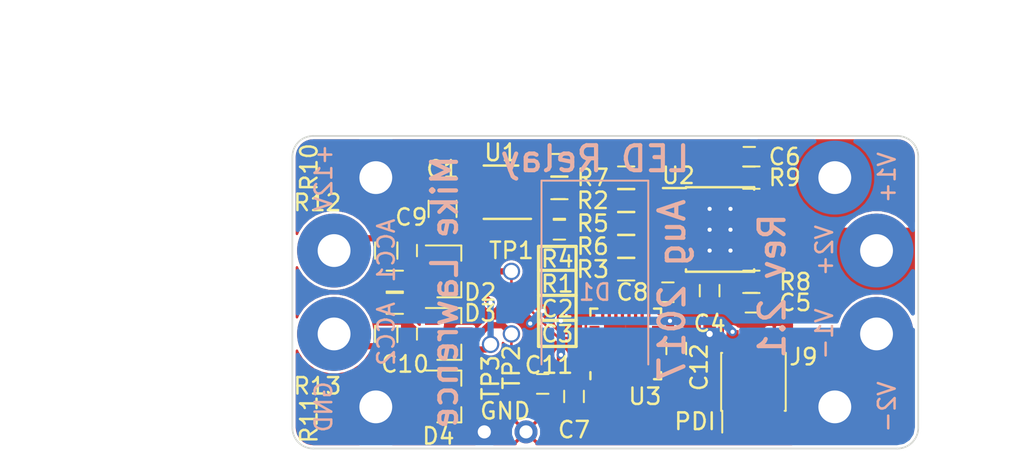
<source format=kicad_pcb>
(kicad_pcb (version 4) (host pcbnew 4.0.6)

  (general
    (links 88)
    (no_connects 0)
    (area 18.514287 20.16 79.501428 49.2874)
    (thickness 1.6)
    (drawings 38)
    (tracks 136)
    (zones 0)
    (modules 45)
    (nets 52)
  )

  (page A4)
  (layers
    (0 F.Cu signal hide)
    (31 B.Cu signal hide)
    (32 B.Adhes user hide)
    (33 F.Adhes user hide)
    (34 B.Paste user hide)
    (35 F.Paste user hide)
    (36 B.SilkS user)
    (37 F.SilkS user hide)
    (38 B.Mask user hide)
    (39 F.Mask user hide)
    (40 Dwgs.User user hide)
    (41 Cmts.User user hide)
    (42 Eco1.User user hide)
    (43 Eco2.User user hide)
    (44 Edge.Cuts user)
    (45 Margin user hide)
    (46 B.CrtYd user hide)
    (47 F.CrtYd user hide)
    (48 B.Fab user hide)
    (49 F.Fab user)
  )

  (setup
    (last_trace_width 0.1524)
    (user_trace_width 0.1524)
    (user_trace_width 0.254)
    (user_trace_width 0.381)
    (user_trace_width 0.508)
    (user_trace_width 0.635)
    (user_trace_width 0.762)
    (user_trace_width 1.016)
    (trace_clearance 0.1524)
    (zone_clearance 0.1524)
    (zone_45_only no)
    (trace_min 0.1524)
    (segment_width 0.2)
    (edge_width 0.1)
    (via_size 0.508)
    (via_drill 0.254)
    (via_min_size 0.508)
    (via_min_drill 0.254)
    (user_via 0.508 0.254)
    (user_via 0.762 0.381)
    (user_via 1.016 0.635)
    (uvia_size 0.508)
    (uvia_drill 0.254)
    (uvias_allowed no)
    (uvia_min_size 0.508)
    (uvia_min_drill 0.254)
    (pcb_text_width 0.3)
    (pcb_text_size 1.5 1.5)
    (mod_edge_width 0.15)
    (mod_text_size 1 1)
    (mod_text_width 0.15)
    (pad_size 2.65 2)
    (pad_drill 0)
    (pad_to_mask_clearance 0)
    (aux_axis_origin 0 0)
    (visible_elements FFFEFF7F)
    (pcbplotparams
      (layerselection 0x00008_00000000)
      (usegerberextensions false)
      (excludeedgelayer true)
      (linewidth 0.100000)
      (plotframeref false)
      (viasonmask false)
      (mode 1)
      (useauxorigin false)
      (hpglpennumber 1)
      (hpglpenspeed 20)
      (hpglpendiameter 15)
      (hpglpenoverlay 2)
      (psnegative false)
      (psa4output false)
      (plotreference true)
      (plotvalue true)
      (plotinvisibletext false)
      (padsonsilk false)
      (subtractmaskfromsilk false)
      (outputformat 1)
      (mirror false)
      (drillshape 0)
      (scaleselection 1)
      (outputdirectory meta/))
  )

  (net 0 "")
  (net 1 "Net-(R1-Pad1)")
  (net 2 "Net-(R3-Pad1)")
  (net 3 "Net-(U1-Pad3)")
  (net 4 "Net-(U1-Pad6)")
  (net 5 "Net-(U1-Pad7)")
  (net 6 "Net-(U2-Pad7)")
  (net 7 +3V3)
  (net 8 "Net-(R5-Pad2)")
  (net 9 "Net-(U2-Pad11)")
  (net 10 "Net-(R2-Pad1)")
  (net 11 "Net-(R6-Pad2)")
  (net 12 "Net-(R7-Pad2)")
  (net 13 "Net-(U3-Pad2)")
  (net 14 "Net-(U3-Pad3)")
  (net 15 "Net-(U3-Pad9)")
  (net 16 "Net-(U3-Pad10)")
  (net 17 "Net-(U3-Pad11)")
  (net 18 "Net-(U3-Pad12)")
  (net 19 "Net-(U3-Pad13)")
  (net 20 "Net-(U3-Pad14)")
  (net 21 "Net-(U3-Pad15)")
  (net 22 "Net-(U3-Pad16)")
  (net 23 "Net-(U3-Pad19)")
  (net 24 "Net-(U3-Pad20)")
  (net 25 "Net-(U3-Pad21)")
  (net 26 "Net-(U3-Pad22)")
  (net 27 "Net-(U3-Pad26)")
  (net 28 "Net-(U3-Pad27)")
  (net 29 "Net-(U3-Pad28)")
  (net 30 "Net-(U3-Pad29)")
  (net 31 "Net-(U2-Pad4)")
  (net 32 /+12V)
  (net 33 /VOUT2+)
  (net 34 /VOUT1+)
  (net 35 /ACC1)
  (net 36 /ACC2)
  (net 37 "Net-(C10-Pad1)")
  (net 38 "Net-(D2-Pad2)")
  (net 39 "Net-(U3-Pad5)")
  (net 40 "Net-(U3-Pad6)")
  (net 41 GNDD)
  (net 42 GND)
  (net 43 V1EN)
  (net 44 V2EN)
  (net 45 /PDI_DATA)
  (net 46 /PDI_CLK)
  (net 47 "Net-(J9-Pad3)")
  (net 48 "Net-(J9-Pad4)")
  (net 49 "Net-(U3-Pad30)")
  (net 50 "Net-(U3-Pad31)")
  (net 51 ACC1_IN)

  (net_class Default "This is the default net class."
    (clearance 0.1524)
    (trace_width 0.1524)
    (via_dia 0.508)
    (via_drill 0.254)
    (uvia_dia 0.508)
    (uvia_drill 0.254)
    (add_net /+12V)
    (add_net /ACC1)
    (add_net /ACC2)
    (add_net /PDI_CLK)
    (add_net /PDI_DATA)
    (add_net /VOUT1+)
    (add_net /VOUT2+)
    (add_net ACC1_IN)
    (add_net GND)
    (add_net GNDD)
    (add_net "Net-(C10-Pad1)")
    (add_net "Net-(D2-Pad2)")
    (add_net "Net-(J9-Pad3)")
    (add_net "Net-(J9-Pad4)")
    (add_net "Net-(R1-Pad1)")
    (add_net "Net-(R2-Pad1)")
    (add_net "Net-(R3-Pad1)")
    (add_net "Net-(R5-Pad2)")
    (add_net "Net-(R6-Pad2)")
    (add_net "Net-(R7-Pad2)")
    (add_net "Net-(U1-Pad3)")
    (add_net "Net-(U1-Pad6)")
    (add_net "Net-(U1-Pad7)")
    (add_net "Net-(U2-Pad11)")
    (add_net "Net-(U2-Pad4)")
    (add_net "Net-(U2-Pad7)")
    (add_net "Net-(U3-Pad10)")
    (add_net "Net-(U3-Pad11)")
    (add_net "Net-(U3-Pad12)")
    (add_net "Net-(U3-Pad13)")
    (add_net "Net-(U3-Pad14)")
    (add_net "Net-(U3-Pad15)")
    (add_net "Net-(U3-Pad16)")
    (add_net "Net-(U3-Pad19)")
    (add_net "Net-(U3-Pad2)")
    (add_net "Net-(U3-Pad20)")
    (add_net "Net-(U3-Pad21)")
    (add_net "Net-(U3-Pad22)")
    (add_net "Net-(U3-Pad26)")
    (add_net "Net-(U3-Pad27)")
    (add_net "Net-(U3-Pad28)")
    (add_net "Net-(U3-Pad29)")
    (add_net "Net-(U3-Pad3)")
    (add_net "Net-(U3-Pad30)")
    (add_net "Net-(U3-Pad31)")
    (add_net "Net-(U3-Pad5)")
    (add_net "Net-(U3-Pad6)")
    (add_net "Net-(U3-Pad9)")
    (add_net V1EN)
    (add_net V2EN)
  )

  (net_class +3V3 ""
    (clearance 0.1524)
    (trace_width 0.1524)
    (via_dia 0.508)
    (via_drill 0.254)
    (uvia_dia 0.508)
    (uvia_drill 0.254)
    (add_net +3V3)
  )

  (module Housings_SOIC_ML:Infineon_PG-TSDSO-14-22 (layer F.Cu) (tedit 598BB7ED) (tstamp 5988D3BB)
    (at 61.595 33.64)
    (descr Infineon_PG-TSDSO-14-22)
    (tags "DSO DSO-14 TSDSO TSDSO-14 SOIC SOIC-14")
    (path /59892E07)
    (attr smd)
    (fp_text reference U2 (at -2.54 -3.287) (layer F.SilkS)
      (effects (font (size 1 1) (thickness 0.15)))
    )
    (fp_text value BTS7008-2EPA (at 0 4) (layer F.Fab) hide
      (effects (font (size 1 1) (thickness 0.15)))
    )
    (fp_text user %R (at 0 0) (layer F.Fab) hide
      (effects (font (size 0.9 0.9) (thickness 0.135)))
    )
    (fp_line (start -0.95 -2.45) (end 1.95 -2.45) (layer F.Fab) (width 0.15))
    (fp_line (start 1.95 -2.45) (end 1.95 2.45) (layer F.Fab) (width 0.15))
    (fp_line (start 1.95 2.45) (end -1.95 2.45) (layer F.Fab) (width 0.15))
    (fp_line (start -1.95 2.45) (end -1.95 -1.45) (layer F.Fab) (width 0.15))
    (fp_line (start -1.95 -1.45) (end -0.95 -2.45) (layer F.Fab) (width 0.15))
    (fp_line (start -3.75 -2.75) (end -3.75 2.75) (layer F.CrtYd) (width 0.05))
    (fp_line (start 3.75 -2.75) (end 3.75 2.75) (layer F.CrtYd) (width 0.05))
    (fp_line (start -3.75 -2.75) (end 3.75 -2.75) (layer F.CrtYd) (width 0.05))
    (fp_line (start -3.75 2.75) (end 3.75 2.75) (layer F.CrtYd) (width 0.05))
    (fp_line (start -2.075 -2.575) (end -2.075 -2.525) (layer F.SilkS) (width 0.15))
    (fp_line (start 2.075 -2.575) (end 2.075 -2.43) (layer F.SilkS) (width 0.15))
    (fp_line (start 2.075 2.575) (end 2.075 2.43) (layer F.SilkS) (width 0.15))
    (fp_line (start -2.075 2.575) (end -2.075 2.43) (layer F.SilkS) (width 0.15))
    (fp_line (start -2.075 -2.575) (end 2.075 -2.575) (layer F.SilkS) (width 0.15))
    (fp_line (start -2.075 2.575) (end 2.075 2.575) (layer F.SilkS) (width 0.15))
    (fp_line (start -2.075 -2.525) (end -3.475 -2.525) (layer F.SilkS) (width 0.15))
    (pad 1 smd rect (at -2.85 -1.95) (size 1.31 0.45) (layers F.Cu F.Paste F.Mask)
      (net 12 "Net-(R7-Pad2)"))
    (pad 2 smd rect (at -2.85 -1.3) (size 1.31 0.45) (layers F.Cu F.Paste F.Mask)
      (net 10 "Net-(R2-Pad1)"))
    (pad 3 smd rect (at -2.85 -0.65) (size 1.31 0.45) (layers F.Cu F.Paste F.Mask)
      (net 8 "Net-(R5-Pad2)"))
    (pad 4 smd rect (at -2.85 0) (size 1.31 0.45) (layers F.Cu F.Paste F.Mask)
      (net 31 "Net-(U2-Pad4)"))
    (pad 5 smd rect (at -2.85 0.65) (size 1.31 0.45) (layers F.Cu F.Paste F.Mask)
      (net 11 "Net-(R6-Pad2)"))
    (pad 6 smd rect (at -2.85 1.3) (size 1.31 0.45) (layers F.Cu F.Paste F.Mask)
      (net 2 "Net-(R3-Pad1)"))
    (pad 7 smd rect (at -2.85 1.95) (size 1.31 0.45) (layers F.Cu F.Paste F.Mask)
      (net 6 "Net-(U2-Pad7)"))
    (pad 8 smd rect (at 2.85 1.95) (size 1.31 0.45) (layers F.Cu F.Paste F.Mask)
      (net 33 /VOUT2+))
    (pad 15 smd rect (at 0 1) (size 2.65 2) (layers F.Cu F.Paste F.Mask)
      (net 32 /+12V) (solder_paste_margin_ratio -0.2))
    (pad 15 smd rect (at 0 -1) (size 2.65 2) (layers F.Cu F.Paste F.Mask)
      (net 32 /+12V) (solder_paste_margin_ratio -0.2))
    (pad 9 smd rect (at 2.85 1.3) (size 1.31 0.45) (layers F.Cu F.Paste F.Mask)
      (net 33 /VOUT2+))
    (pad 10 smd rect (at 2.85 0.65) (size 1.31 0.45) (layers F.Cu F.Paste F.Mask)
      (net 33 /VOUT2+))
    (pad 11 smd rect (at 2.85 0) (size 1.31 0.45) (layers F.Cu F.Paste F.Mask)
      (net 9 "Net-(U2-Pad11)"))
    (pad 12 smd rect (at 2.85 -0.65) (size 1.31 0.45) (layers F.Cu F.Paste F.Mask)
      (net 34 /VOUT1+))
    (pad 13 smd rect (at 2.85 -1.3) (size 1.31 0.45) (layers F.Cu F.Paste F.Mask)
      (net 34 /VOUT1+))
    (pad 14 smd rect (at 2.85 -1.95) (size 1.31 0.45) (layers F.Cu F.Paste F.Mask)
      (net 34 /VOUT1+))
  )

  (module Wire_Connections_Bridges:WireConnection_0.80mmDrill_ThinPad (layer F.Cu) (tedit 598BAE39) (tstamp 598B20EC)
    (at 47.244 45.974)
    (descr "WireConnection with thin pad and 0.8mm drill")
    (path /598B3901)
    (fp_text reference JP1 (at 1.27 -1.905) (layer F.SilkS) hide
      (effects (font (size 1 1) (thickness 0.15)))
    )
    (fp_text value GND (at 1.27 -1.27) (layer F.SilkS)
      (effects (font (size 1 1) (thickness 0.15)))
    )
    (fp_line (start 14.0716 -3.7592) (end 13.8684 -3.6576) (layer Cmts.User) (width 0.381))
    (fp_line (start 13.8684 -3.6576) (end 13.6398 -3.6576) (layer Cmts.User) (width 0.381))
    (fp_line (start 13.6398 -3.6576) (end 13.4366 -3.7592) (layer Cmts.User) (width 0.381))
    (fp_line (start 13.4366 -3.7592) (end 13.3604 -4.1148) (layer Cmts.User) (width 0.381))
    (fp_line (start 13.3604 -4.1148) (end 13.3604 -4.572) (layer Cmts.User) (width 0.381))
    (fp_line (start 13.3604 -4.572) (end 13.462 -4.6482) (layer Cmts.User) (width 0.381))
    (fp_line (start 13.462 -4.6482) (end 13.7668 -4.7244) (layer Cmts.User) (width 0.381))
    (fp_line (start 13.7668 -4.7244) (end 13.9954 -4.6736) (layer Cmts.User) (width 0.381))
    (fp_line (start 13.9954 -4.6736) (end 14.0462 -4.318) (layer Cmts.User) (width 0.381))
    (fp_line (start 14.0462 -4.318) (end 13.4366 -4.191) (layer Cmts.User) (width 0.381))
    (fp_line (start 13.4366 -4.191) (end 13.4366 -4.2418) (layer Cmts.User) (width 0.381))
    (fp_line (start 12.7508 -3.7084) (end 12.4206 -3.7084) (layer Cmts.User) (width 0.381))
    (fp_line (start 12.4206 -3.7084) (end 12.2174 -3.7084) (layer Cmts.User) (width 0.381))
    (fp_line (start 12.2174 -3.7084) (end 12.0396 -3.8608) (layer Cmts.User) (width 0.381))
    (fp_line (start 12.0396 -3.8608) (end 12.0396 -4.2418) (layer Cmts.User) (width 0.381))
    (fp_line (start 12.0396 -4.2418) (end 12.1412 -4.572) (layer Cmts.User) (width 0.381))
    (fp_line (start 12.1412 -4.572) (end 12.2936 -4.6482) (layer Cmts.User) (width 0.381))
    (fp_line (start 12.2936 -4.6482) (end 12.573 -4.6482) (layer Cmts.User) (width 0.381))
    (fp_line (start 12.573 -4.6482) (end 12.7508 -4.572) (layer Cmts.User) (width 0.381))
    (fp_line (start 12.7508 -4.572) (end 12.7762 -4.2672) (layer Cmts.User) (width 0.381))
    (fp_line (start 12.7762 -4.2672) (end 12.1412 -4.2418) (layer Cmts.User) (width 0.381))
    (fp_line (start 11.2268 -4.5212) (end 11.6078 -4.6736) (layer Cmts.User) (width 0.381))
    (fp_line (start 11.6078 -4.6736) (end 11.6332 -4.6736) (layer Cmts.User) (width 0.381))
    (fp_line (start 11.2014 -4.7244) (end 11.2014 -3.6576) (layer Cmts.User) (width 0.381))
    (fp_line (start 9.9822 -4.6736) (end 10.668 -4.7244) (layer Cmts.User) (width 0.381))
    (fp_line (start 10.7188 -5.207) (end 10.541 -5.207) (layer Cmts.User) (width 0.381))
    (fp_line (start 10.541 -5.207) (end 10.3886 -5.08) (layer Cmts.User) (width 0.381))
    (fp_line (start 10.3886 -5.08) (end 10.3378 -3.7084) (layer Cmts.User) (width 0.381))
    (fp_line (start 8.4328 -4.5974) (end 8.3058 -4.6736) (layer Cmts.User) (width 0.381))
    (fp_line (start 8.3058 -4.6736) (end 8.0264 -4.6736) (layer Cmts.User) (width 0.381))
    (fp_line (start 8.0264 -4.6736) (end 7.874 -4.445) (layer Cmts.User) (width 0.381))
    (fp_line (start 7.874 -4.445) (end 7.8994 -4.2672) (layer Cmts.User) (width 0.381))
    (fp_line (start 7.8994 -4.2672) (end 8.1788 -4.191) (layer Cmts.User) (width 0.381))
    (fp_line (start 8.1788 -4.191) (end 8.4328 -4.1148) (layer Cmts.User) (width 0.381))
    (fp_line (start 8.4328 -4.1148) (end 8.4836 -3.8354) (layer Cmts.User) (width 0.381))
    (fp_line (start 8.4836 -3.8354) (end 8.2804 -3.6576) (layer Cmts.User) (width 0.381))
    (fp_line (start 8.2804 -3.6576) (end 7.8994 -3.7084) (layer Cmts.User) (width 0.381))
    (fp_line (start 7.1628 -3.6576) (end 6.8072 -3.7592) (layer Cmts.User) (width 0.381))
    (fp_line (start 6.8072 -3.7592) (end 6.604 -3.8354) (layer Cmts.User) (width 0.381))
    (fp_line (start 6.604 -3.8354) (end 6.477 -4.1656) (layer Cmts.User) (width 0.381))
    (fp_line (start 6.477 -4.1656) (end 6.477 -4.4704) (layer Cmts.User) (width 0.381))
    (fp_line (start 6.477 -4.4704) (end 6.6802 -4.6736) (layer Cmts.User) (width 0.381))
    (fp_line (start 6.6802 -4.6736) (end 7.0104 -4.7244) (layer Cmts.User) (width 0.381))
    (fp_line (start 7.2136 -5.207) (end 7.2136 -3.6576) (layer Cmts.User) (width 0.381))
    (fp_line (start 5.715 -3.6576) (end 5.2578 -3.7084) (layer Cmts.User) (width 0.381))
    (fp_line (start 5.2578 -3.7084) (end 5.1054 -3.9116) (layer Cmts.User) (width 0.381))
    (fp_line (start 5.1054 -3.9116) (end 5.1308 -4.191) (layer Cmts.User) (width 0.381))
    (fp_line (start 5.1308 -4.191) (end 5.842 -4.2418) (layer Cmts.User) (width 0.381))
    (fp_line (start 5.1054 -4.572) (end 5.3848 -4.7244) (layer Cmts.User) (width 0.381))
    (fp_line (start 5.3848 -4.7244) (end 5.6388 -4.6482) (layer Cmts.User) (width 0.381))
    (fp_line (start 5.6388 -4.6482) (end 5.7912 -4.4704) (layer Cmts.User) (width 0.381))
    (fp_line (start 5.7912 -4.4704) (end 5.842 -3.6322) (layer Cmts.User) (width 0.381))
    (fp_line (start 3.6068 -3.6576) (end 3.6322 -5.2578) (layer Cmts.User) (width 0.381))
    (fp_line (start 3.6322 -5.2578) (end 4.0894 -5.2578) (layer Cmts.User) (width 0.381))
    (fp_line (start 4.0894 -5.2578) (end 4.3688 -5.1308) (layer Cmts.User) (width 0.381))
    (fp_line (start 4.3688 -5.1308) (end 4.4958 -4.8768) (layer Cmts.User) (width 0.381))
    (fp_line (start 4.4958 -4.8768) (end 4.4958 -4.5974) (layer Cmts.User) (width 0.381))
    (fp_line (start 4.4958 -4.5974) (end 4.3688 -4.3942) (layer Cmts.User) (width 0.381))
    (fp_line (start 4.3688 -4.3942) (end 4.0894 -4.445) (layer Cmts.User) (width 0.381))
    (fp_line (start 4.0894 -4.445) (end 3.6322 -4.445) (layer Cmts.User) (width 0.381))
    (fp_line (start 1.778 -3.7592) (end 1.524 -3.6576) (layer Cmts.User) (width 0.381))
    (fp_line (start 1.524 -3.6576) (end 1.27 -3.7592) (layer Cmts.User) (width 0.381))
    (fp_line (start 1.27 -3.7592) (end 1.1176 -3.9116) (layer Cmts.User) (width 0.381))
    (fp_line (start 1.1176 -3.9116) (end 1.0414 -4.318) (layer Cmts.User) (width 0.381))
    (fp_line (start 1.0414 -4.318) (end 1.1684 -4.572) (layer Cmts.User) (width 0.381))
    (fp_line (start 1.1684 -4.572) (end 1.3716 -4.6736) (layer Cmts.User) (width 0.381))
    (fp_line (start 1.3716 -4.6736) (end 1.651 -4.6482) (layer Cmts.User) (width 0.381))
    (fp_line (start 1.651 -4.6482) (end 1.8034 -4.5212) (layer Cmts.User) (width 0.381))
    (fp_line (start 1.8034 -4.5212) (end 1.8034 -4.318) (layer Cmts.User) (width 0.381))
    (fp_line (start 1.8034 -4.318) (end 1.1684 -4.2418) (layer Cmts.User) (width 0.381))
    (fp_line (start -0.1524 -4.7244) (end 0.3048 -3.6576) (layer Cmts.User) (width 0.381))
    (fp_line (start 0.3048 -3.6576) (end 0.5842 -4.6736) (layer Cmts.User) (width 0.381))
    (fp_line (start 0.5842 -4.6736) (end 0.5588 -4.6736) (layer Cmts.User) (width 0.381))
    (fp_line (start -1.4732 -4.3942) (end -1.4732 -3.9116) (layer Cmts.User) (width 0.381))
    (fp_line (start -1.4732 -3.9116) (end -1.27 -3.7084) (layer Cmts.User) (width 0.381))
    (fp_line (start -1.27 -3.7084) (end -1.0414 -3.6576) (layer Cmts.User) (width 0.381))
    (fp_line (start -1.0414 -3.6576) (end -0.762 -3.7846) (layer Cmts.User) (width 0.381))
    (fp_line (start -0.762 -3.7846) (end -0.6604 -3.9878) (layer Cmts.User) (width 0.381))
    (fp_line (start -0.6604 -3.9878) (end -0.6604 -4.445) (layer Cmts.User) (width 0.381))
    (fp_line (start -0.6604 -4.445) (end -0.8382 -4.6482) (layer Cmts.User) (width 0.381))
    (fp_line (start -0.8382 -4.6482) (end -1.1176 -4.7244) (layer Cmts.User) (width 0.381))
    (fp_line (start -1.1176 -4.7244) (end -1.4478 -4.4704) (layer Cmts.User) (width 0.381))
    (fp_line (start -3.0988 -3.6322) (end -3.0988 -5.2578) (layer Cmts.User) (width 0.381))
    (fp_line (start -3.0988 -5.2578) (end -2.6162 -4.1148) (layer Cmts.User) (width 0.381))
    (fp_line (start -2.6162 -4.1148) (end -2.1336 -5.1816) (layer Cmts.User) (width 0.381))
    (fp_line (start -2.1336 -5.1816) (end -2.1336 -3.6322) (layer Cmts.User) (width 0.381))
    (pad 1 thru_hole circle (at 0 0) (size 1.4 1.4) (drill 0.8001) (layers *.Cu *.Mask)
      (net 42 GND))
    (pad 2 thru_hole circle (at 2.54 0) (size 1.4 1.4) (drill 0.8001) (layers *.Cu *.Mask)
      (net 41 GNDD))
  )

  (module Capacitors_SMD:C_0603 (layer F.Cu) (tedit 598BAD4A) (tstamp 598A15ED)
    (at 52.705 43.815 90)
    (descr "Capacitor SMD 0603, reflow soldering, AVX (see smccp.pdf)")
    (tags "capacitor 0603")
    (path /598A2C00)
    (attr smd)
    (fp_text reference C7 (at -2.032 0 360) (layer F.SilkS)
      (effects (font (size 1 1) (thickness 0.15)))
    )
    (fp_text value 0.47uF (at 0 1.5 90) (layer F.Fab) hide
      (effects (font (size 1 1) (thickness 0.15)))
    )
    (fp_text user %R (at 0 -1.5 90) (layer F.Fab) hide
      (effects (font (size 1 1) (thickness 0.15)))
    )
    (fp_line (start -0.8 0.4) (end -0.8 -0.4) (layer F.Fab) (width 0.1))
    (fp_line (start 0.8 0.4) (end -0.8 0.4) (layer F.Fab) (width 0.1))
    (fp_line (start 0.8 -0.4) (end 0.8 0.4) (layer F.Fab) (width 0.1))
    (fp_line (start -0.8 -0.4) (end 0.8 -0.4) (layer F.Fab) (width 0.1))
    (fp_line (start -0.35 -0.6) (end 0.35 -0.6) (layer F.SilkS) (width 0.12))
    (fp_line (start 0.35 0.6) (end -0.35 0.6) (layer F.SilkS) (width 0.12))
    (fp_line (start -1.4 -0.65) (end 1.4 -0.65) (layer F.CrtYd) (width 0.05))
    (fp_line (start -1.4 -0.65) (end -1.4 0.65) (layer F.CrtYd) (width 0.05))
    (fp_line (start 1.4 0.65) (end 1.4 -0.65) (layer F.CrtYd) (width 0.05))
    (fp_line (start 1.4 0.65) (end -1.4 0.65) (layer F.CrtYd) (width 0.05))
    (pad 1 smd rect (at -0.75 0 90) (size 0.8 0.75) (layers F.Cu F.Paste F.Mask)
      (net 41 GNDD))
    (pad 2 smd rect (at 0.75 0 90) (size 0.8 0.75) (layers F.Cu F.Paste F.Mask)
      (net 7 +3V3))
    (model Capacitors_SMD.3dshapes/C_0603.wrl
      (at (xyz 0 0 0))
      (scale (xyz 1 1 1))
      (rotate (xyz 0 0 0))
    )
  )

  (module Wire_Pads:SolderWirePad_single_0-8mmDrill (layer F.Cu) (tedit 598BA867) (tstamp 598B069D)
    (at 48.895 36.195)
    (path /598B112C)
    (fp_text reference TP1 (at 0 -1.27 180) (layer F.SilkS)
      (effects (font (size 1 1) (thickness 0.15)))
    )
    (fp_text value TEST_1P (at 0 2.54) (layer F.Fab) hide
      (effects (font (size 1 1) (thickness 0.15)))
    )
    (pad 1 thru_hole circle (at 0 0) (size 1.0541 1.0541) (drill 0.8001) (layers *.Cu *.Mask)
      (net 51 ACC1_IN))
  )

  (module Resistors_SMD:R_0603 (layer F.Cu) (tedit 598BAD40) (tstamp 5987838F)
    (at 51.816 31.115)
    (descr "Resistor SMD 0603, reflow soldering, Vishay (see dcrcw.pdf)")
    (tags "resistor 0603")
    (path /58D090D7)
    (attr smd)
    (fp_text reference R1 (at -0.127 5.842) (layer F.SilkS)
      (effects (font (size 1.016 1.016) (thickness 0.1524)))
    )
    (fp_text value 2.15M (at 0 1.5) (layer F.Fab) hide
      (effects (font (size 1 1) (thickness 0.15)))
    )
    (fp_text user %R (at 0 0) (layer F.Fab) hide
      (effects (font (size 0.4 0.4) (thickness 0.075)))
    )
    (fp_line (start -0.8 0.4) (end -0.8 -0.4) (layer F.Fab) (width 0.1))
    (fp_line (start 0.8 0.4) (end -0.8 0.4) (layer F.Fab) (width 0.1))
    (fp_line (start 0.8 -0.4) (end 0.8 0.4) (layer F.Fab) (width 0.1))
    (fp_line (start -0.8 -0.4) (end 0.8 -0.4) (layer F.Fab) (width 0.1))
    (fp_line (start 0.5 0.68) (end -0.5 0.68) (layer F.SilkS) (width 0.12))
    (fp_line (start -0.5 -0.68) (end 0.5 -0.68) (layer F.SilkS) (width 0.12))
    (fp_line (start -1.25 -0.7) (end 1.25 -0.7) (layer F.CrtYd) (width 0.05))
    (fp_line (start -1.25 -0.7) (end -1.25 0.7) (layer F.CrtYd) (width 0.05))
    (fp_line (start 1.25 0.7) (end 1.25 -0.7) (layer F.CrtYd) (width 0.05))
    (fp_line (start 1.25 0.7) (end -1.25 0.7) (layer F.CrtYd) (width 0.05))
    (pad 1 smd rect (at -0.75 0) (size 0.5 0.9) (layers F.Cu F.Paste F.Mask)
      (net 1 "Net-(R1-Pad1)"))
    (pad 2 smd rect (at 0.75 0) (size 0.5 0.9) (layers F.Cu F.Paste F.Mask)
      (net 7 +3V3))
    (model ${KISYS3DMOD}/Resistors_SMD.3dshapes/R_0603.wrl
      (at (xyz 0 0 0))
      (scale (xyz 1 1 1))
      (rotate (xyz 0 0 0))
    )
  )

  (module Resistors_SMD:R_0603 (layer F.Cu) (tedit 598BAD7D) (tstamp 598783A0)
    (at 55.88 31.877 180)
    (descr "Resistor SMD 0603, reflow soldering, Vishay (see dcrcw.pdf)")
    (tags "resistor 0603")
    (path /5988EC5A)
    (attr smd)
    (fp_text reference R2 (at 2.032 0 180) (layer F.SilkS)
      (effects (font (size 1 1) (thickness 0.15)))
    )
    (fp_text value 4.7k (at 0 1.5 180) (layer F.Fab) hide
      (effects (font (size 1 1) (thickness 0.15)))
    )
    (fp_text user %R (at 0 0 180) (layer F.Fab) hide
      (effects (font (size 0.4 0.4) (thickness 0.075)))
    )
    (fp_line (start -0.8 0.4) (end -0.8 -0.4) (layer F.Fab) (width 0.1))
    (fp_line (start 0.8 0.4) (end -0.8 0.4) (layer F.Fab) (width 0.1))
    (fp_line (start 0.8 -0.4) (end 0.8 0.4) (layer F.Fab) (width 0.1))
    (fp_line (start -0.8 -0.4) (end 0.8 -0.4) (layer F.Fab) (width 0.1))
    (fp_line (start 0.5 0.68) (end -0.5 0.68) (layer F.SilkS) (width 0.12))
    (fp_line (start -0.5 -0.68) (end 0.5 -0.68) (layer F.SilkS) (width 0.12))
    (fp_line (start -1.25 -0.7) (end 1.25 -0.7) (layer F.CrtYd) (width 0.05))
    (fp_line (start -1.25 -0.7) (end -1.25 0.7) (layer F.CrtYd) (width 0.05))
    (fp_line (start 1.25 0.7) (end 1.25 -0.7) (layer F.CrtYd) (width 0.05))
    (fp_line (start 1.25 0.7) (end -1.25 0.7) (layer F.CrtYd) (width 0.05))
    (pad 1 smd rect (at -0.75 0 180) (size 0.5 0.9) (layers F.Cu F.Paste F.Mask)
      (net 10 "Net-(R2-Pad1)"))
    (pad 2 smd rect (at 0.75 0 180) (size 0.5 0.9) (layers F.Cu F.Paste F.Mask)
      (net 43 V1EN))
    (model ${KISYS3DMOD}/Resistors_SMD.3dshapes/R_0603.wrl
      (at (xyz 0 0 0))
      (scale (xyz 1 1 1))
      (rotate (xyz 0 0 0))
    )
  )

  (module Resistors_SMD:R_0603 (layer F.Cu) (tedit 598BAD72) (tstamp 598783B1)
    (at 55.88 36.068 180)
    (descr "Resistor SMD 0603, reflow soldering, Vishay (see dcrcw.pdf)")
    (tags "resistor 0603")
    (path /58AFBF2D)
    (attr smd)
    (fp_text reference R3 (at 2.032 0 180) (layer F.SilkS)
      (effects (font (size 1.016 1.016) (thickness 0.1524)))
    )
    (fp_text value 4.7k (at 0 1.5 180) (layer F.Fab) hide
      (effects (font (size 1 1) (thickness 0.15)))
    )
    (fp_text user %R (at 0 0 180) (layer F.Fab) hide
      (effects (font (size 0.4 0.4) (thickness 0.075)))
    )
    (fp_line (start -0.8 0.4) (end -0.8 -0.4) (layer F.Fab) (width 0.1))
    (fp_line (start 0.8 0.4) (end -0.8 0.4) (layer F.Fab) (width 0.1))
    (fp_line (start 0.8 -0.4) (end 0.8 0.4) (layer F.Fab) (width 0.1))
    (fp_line (start -0.8 -0.4) (end 0.8 -0.4) (layer F.Fab) (width 0.1))
    (fp_line (start 0.5 0.68) (end -0.5 0.68) (layer F.SilkS) (width 0.12))
    (fp_line (start -0.5 -0.68) (end 0.5 -0.68) (layer F.SilkS) (width 0.12))
    (fp_line (start -1.25 -0.7) (end 1.25 -0.7) (layer F.CrtYd) (width 0.05))
    (fp_line (start -1.25 -0.7) (end -1.25 0.7) (layer F.CrtYd) (width 0.05))
    (fp_line (start 1.25 0.7) (end 1.25 -0.7) (layer F.CrtYd) (width 0.05))
    (fp_line (start 1.25 0.7) (end -1.25 0.7) (layer F.CrtYd) (width 0.05))
    (pad 1 smd rect (at -0.75 0 180) (size 0.5 0.9) (layers F.Cu F.Paste F.Mask)
      (net 2 "Net-(R3-Pad1)"))
    (pad 2 smd rect (at 0.75 0 180) (size 0.5 0.9) (layers F.Cu F.Paste F.Mask)
      (net 44 V2EN))
    (model ${KISYS3DMOD}/Resistors_SMD.3dshapes/R_0603.wrl
      (at (xyz 0 0 0))
      (scale (xyz 1 1 1))
      (rotate (xyz 0 0 0))
    )
  )

  (module Resistors_SMD:R_0603 (layer F.Cu) (tedit 598BAD3D) (tstamp 598783C2)
    (at 51.816 29.718 180)
    (descr "Resistor SMD 0603, reflow soldering, Vishay (see dcrcw.pdf)")
    (tags "resistor 0603")
    (path /5987993D)
    (attr smd)
    (fp_text reference R4 (at 0.127 -5.715 180) (layer F.SilkS)
      (effects (font (size 1.016 1.016) (thickness 0.1524)))
    )
    (fp_text value 1.27M (at 0 1.5 180) (layer F.Fab) hide
      (effects (font (size 1 1) (thickness 0.15)))
    )
    (fp_text user %R (at 0 0 180) (layer F.Fab) hide
      (effects (font (size 0.4 0.4) (thickness 0.075)))
    )
    (fp_line (start -0.8 0.4) (end -0.8 -0.4) (layer F.Fab) (width 0.1))
    (fp_line (start 0.8 0.4) (end -0.8 0.4) (layer F.Fab) (width 0.1))
    (fp_line (start 0.8 -0.4) (end 0.8 0.4) (layer F.Fab) (width 0.1))
    (fp_line (start -0.8 -0.4) (end 0.8 -0.4) (layer F.Fab) (width 0.1))
    (fp_line (start 0.5 0.68) (end -0.5 0.68) (layer F.SilkS) (width 0.12))
    (fp_line (start -0.5 -0.68) (end 0.5 -0.68) (layer F.SilkS) (width 0.12))
    (fp_line (start -1.25 -0.7) (end 1.25 -0.7) (layer F.CrtYd) (width 0.05))
    (fp_line (start -1.25 -0.7) (end -1.25 0.7) (layer F.CrtYd) (width 0.05))
    (fp_line (start 1.25 0.7) (end 1.25 -0.7) (layer F.CrtYd) (width 0.05))
    (fp_line (start 1.25 0.7) (end -1.25 0.7) (layer F.CrtYd) (width 0.05))
    (pad 1 smd rect (at -0.75 0 180) (size 0.5 0.9) (layers F.Cu F.Paste F.Mask)
      (net 41 GNDD))
    (pad 2 smd rect (at 0.75 0 180) (size 0.5 0.9) (layers F.Cu F.Paste F.Mask)
      (net 1 "Net-(R1-Pad1)"))
    (model ${KISYS3DMOD}/Resistors_SMD.3dshapes/R_0603.wrl
      (at (xyz 0 0 0))
      (scale (xyz 1 1 1))
      (rotate (xyz 0 0 0))
    )
  )

  (module Capacitors_SMD:C_0805 (layer F.Cu) (tedit 598BACE1) (tstamp 59885085)
    (at 44.704 32.385 270)
    (descr "Capacitor SMD 0805, reflow soldering, AVX (see smccp.pdf)")
    (tags "capacitor 0805")
    (path /598793B8)
    (attr smd)
    (fp_text reference C1 (at -2.413 0 360) (layer F.SilkS)
      (effects (font (size 1.016 1.016) (thickness 0.1524)))
    )
    (fp_text value 1uF (at 0 1.75 270) (layer F.Fab) hide
      (effects (font (size 1 1) (thickness 0.15)))
    )
    (fp_text user %R (at 0 0 270) (layer F.Fab) hide
      (effects (font (size 0.4 0.4) (thickness 0.075)))
    )
    (fp_line (start -1 0.62) (end -1 -0.62) (layer F.Fab) (width 0.1))
    (fp_line (start 1 0.62) (end -1 0.62) (layer F.Fab) (width 0.1))
    (fp_line (start 1 -0.62) (end 1 0.62) (layer F.Fab) (width 0.1))
    (fp_line (start -1 -0.62) (end 1 -0.62) (layer F.Fab) (width 0.1))
    (fp_line (start 0.5 -0.85) (end -0.5 -0.85) (layer F.SilkS) (width 0.12))
    (fp_line (start -0.5 0.85) (end 0.5 0.85) (layer F.SilkS) (width 0.12))
    (fp_line (start -1.75 -0.88) (end 1.75 -0.88) (layer F.CrtYd) (width 0.05))
    (fp_line (start -1.75 -0.88) (end -1.75 0.87) (layer F.CrtYd) (width 0.05))
    (fp_line (start 1.75 0.87) (end 1.75 -0.88) (layer F.CrtYd) (width 0.05))
    (fp_line (start 1.75 0.87) (end -1.75 0.87) (layer F.CrtYd) (width 0.05))
    (pad 1 smd rect (at -1 0 270) (size 1 1.25) (layers F.Cu F.Paste F.Mask)
      (net 32 /+12V))
    (pad 2 smd rect (at 1 0 270) (size 1 1.25) (layers F.Cu F.Paste F.Mask)
      (net 41 GNDD))
    (model Capacitors_SMD.3dshapes/C_0805.wrl
      (at (xyz 0 0 0))
      (scale (xyz 1 1 1))
      (rotate (xyz 0 0 0))
    )
  )

  (module Capacitors_SMD:C_0603 (layer F.Cu) (tedit 598BAD75) (tstamp 5988508F)
    (at 51.816 33.655)
    (descr "Capacitor SMD 0603, reflow soldering, AVX (see smccp.pdf)")
    (tags "capacitor 0603")
    (path /5987A388)
    (attr smd)
    (fp_text reference C3 (at -0.127 6.35) (layer F.SilkS)
      (effects (font (size 1 1) (thickness 0.15)))
    )
    (fp_text value 0.47uF (at 0 1.5) (layer F.Fab) hide
      (effects (font (size 1 1) (thickness 0.15)))
    )
    (fp_text user %R (at 0 0) (layer F.Fab) hide
      (effects (font (size 0.4 0.4) (thickness 0.075)))
    )
    (fp_line (start -0.8 0.4) (end -0.8 -0.4) (layer F.Fab) (width 0.1))
    (fp_line (start 0.8 0.4) (end -0.8 0.4) (layer F.Fab) (width 0.1))
    (fp_line (start 0.8 -0.4) (end 0.8 0.4) (layer F.Fab) (width 0.1))
    (fp_line (start -0.8 -0.4) (end 0.8 -0.4) (layer F.Fab) (width 0.1))
    (fp_line (start -0.35 -0.6) (end 0.35 -0.6) (layer F.SilkS) (width 0.12))
    (fp_line (start 0.35 0.6) (end -0.35 0.6) (layer F.SilkS) (width 0.12))
    (fp_line (start -1.4 -0.65) (end 1.4 -0.65) (layer F.CrtYd) (width 0.05))
    (fp_line (start -1.4 -0.65) (end -1.4 0.65) (layer F.CrtYd) (width 0.05))
    (fp_line (start 1.4 0.65) (end 1.4 -0.65) (layer F.CrtYd) (width 0.05))
    (fp_line (start 1.4 0.65) (end -1.4 0.65) (layer F.CrtYd) (width 0.05))
    (pad 1 smd rect (at -0.75 0) (size 0.8 0.75) (layers F.Cu F.Paste F.Mask)
      (net 7 +3V3))
    (pad 2 smd rect (at 0.75 0) (size 0.8 0.75) (layers F.Cu F.Paste F.Mask)
      (net 41 GNDD))
    (model Capacitors_SMD.3dshapes/C_0603.wrl
      (at (xyz 0 0 0))
      (scale (xyz 1 1 1))
      (rotate (xyz 0 0 0))
    )
  )

  (module Capacitors_SMD:C_0603 (layer F.Cu) (tedit 598BAD43) (tstamp 59885095)
    (at 51.816 32.385)
    (descr "Capacitor SMD 0603, reflow soldering, AVX (see smccp.pdf)")
    (tags "capacitor 0603")
    (path /5987A120)
    (attr smd)
    (fp_text reference C2 (at -0.127 6.096) (layer F.SilkS)
      (effects (font (size 1 1) (thickness 0.15)))
    )
    (fp_text value 0.47uF (at 0 1.5) (layer F.Fab) hide
      (effects (font (size 1 1) (thickness 0.15)))
    )
    (fp_text user %R (at 0 0) (layer F.Fab) hide
      (effects (font (size 0.4 0.4) (thickness 0.075)))
    )
    (fp_line (start -0.8 0.4) (end -0.8 -0.4) (layer F.Fab) (width 0.1))
    (fp_line (start 0.8 0.4) (end -0.8 0.4) (layer F.Fab) (width 0.1))
    (fp_line (start 0.8 -0.4) (end 0.8 0.4) (layer F.Fab) (width 0.1))
    (fp_line (start -0.8 -0.4) (end 0.8 -0.4) (layer F.Fab) (width 0.1))
    (fp_line (start -0.35 -0.6) (end 0.35 -0.6) (layer F.SilkS) (width 0.12))
    (fp_line (start 0.35 0.6) (end -0.35 0.6) (layer F.SilkS) (width 0.12))
    (fp_line (start -1.4 -0.65) (end 1.4 -0.65) (layer F.CrtYd) (width 0.05))
    (fp_line (start -1.4 -0.65) (end -1.4 0.65) (layer F.CrtYd) (width 0.05))
    (fp_line (start 1.4 0.65) (end 1.4 -0.65) (layer F.CrtYd) (width 0.05))
    (fp_line (start 1.4 0.65) (end -1.4 0.65) (layer F.CrtYd) (width 0.05))
    (pad 1 smd rect (at -0.75 0) (size 0.8 0.75) (layers F.Cu F.Paste F.Mask)
      (net 7 +3V3))
    (pad 2 smd rect (at 0.75 0) (size 0.8 0.75) (layers F.Cu F.Paste F.Mask)
      (net 41 GNDD))
    (model Capacitors_SMD.3dshapes/C_0603.wrl
      (at (xyz 0 0 0))
      (scale (xyz 1 1 1))
      (rotate (xyz 0 0 0))
    )
  )

  (module Capacitors_SMD:C_0603 (layer F.Cu) (tedit 598BAD63) (tstamp 5988509B)
    (at 60.96 37.37 90)
    (descr "Capacitor SMD 0603, reflow soldering, AVX (see smccp.pdf)")
    (tags "capacitor 0603")
    (path /598916B0)
    (attr smd)
    (fp_text reference C4 (at -2 0 180) (layer F.SilkS)
      (effects (font (size 1 1) (thickness 0.15)))
    )
    (fp_text value 68nF (at 0 1.5 90) (layer F.Fab) hide
      (effects (font (size 1 1) (thickness 0.15)))
    )
    (fp_text user %R (at 0 0 90) (layer F.Fab) hide
      (effects (font (size 0.4 0.4) (thickness 0.075)))
    )
    (fp_line (start -0.8 0.4) (end -0.8 -0.4) (layer F.Fab) (width 0.1))
    (fp_line (start 0.8 0.4) (end -0.8 0.4) (layer F.Fab) (width 0.1))
    (fp_line (start 0.8 -0.4) (end 0.8 0.4) (layer F.Fab) (width 0.1))
    (fp_line (start -0.8 -0.4) (end 0.8 -0.4) (layer F.Fab) (width 0.1))
    (fp_line (start -0.35 -0.6) (end 0.35 -0.6) (layer F.SilkS) (width 0.12))
    (fp_line (start 0.35 0.6) (end -0.35 0.6) (layer F.SilkS) (width 0.12))
    (fp_line (start -1.4 -0.65) (end 1.4 -0.65) (layer F.CrtYd) (width 0.05))
    (fp_line (start -1.4 -0.65) (end -1.4 0.65) (layer F.CrtYd) (width 0.05))
    (fp_line (start 1.4 0.65) (end 1.4 -0.65) (layer F.CrtYd) (width 0.05))
    (fp_line (start 1.4 0.65) (end -1.4 0.65) (layer F.CrtYd) (width 0.05))
    (pad 1 smd rect (at -0.75 0 90) (size 0.8 0.75) (layers F.Cu F.Paste F.Mask)
      (net 42 GND))
    (pad 2 smd rect (at 0.75 0 90) (size 0.8 0.75) (layers F.Cu F.Paste F.Mask)
      (net 32 /+12V))
    (model Capacitors_SMD.3dshapes/C_0603.wrl
      (at (xyz 0 0 0))
      (scale (xyz 1 1 1))
      (rotate (xyz 0 0 0))
    )
  )

  (module Wire_Pads:SolderWirePad_single_2mmDrill locked (layer F.Cu) (tedit 5989E9B0) (tstamp 5988509C)
    (at 40.64 30.48)
    (path /59878BC6)
    (fp_text reference J1 (at -6.35 0) (layer F.SilkS) hide
      (effects (font (size 1 1) (thickness 0.15)))
    )
    (fp_text value TEST_1P (at -0.635 3.81) (layer F.Fab) hide
      (effects (font (size 1 1) (thickness 0.15)))
    )
    (pad 1 thru_hole circle (at 0 0) (size 4.50088 4.50088) (drill 1.99898) (layers *.Cu *.Mask)
      (net 32 /+12V))
  )

  (module Wire_Pads:SolderWirePad_single_2mmDrill locked (layer F.Cu) (tedit 5989E9AE) (tstamp 598850A4)
    (at 38.1 34.925)
    (path /5988AAD4)
    (fp_text reference J2 (at -3.81 0) (layer F.SilkS) hide
      (effects (font (size 1 1) (thickness 0.15)))
    )
    (fp_text value TEST_1P (at -0.635 3.81) (layer F.Fab) hide
      (effects (font (size 1 1) (thickness 0.15)))
    )
    (pad 1 thru_hole circle (at 0 0) (size 4.50088 4.50088) (drill 1.99898) (layers *.Cu *.Mask)
      (net 35 /ACC1))
  )

  (module Resistors_SMD:R_0603 (layer F.Cu) (tedit 598BAD7A) (tstamp 598850AA)
    (at 55.88 33.274)
    (descr "Resistor SMD 0603, reflow soldering, Vishay (see dcrcw.pdf)")
    (tags "resistor 0603")
    (path /5988D577)
    (attr smd)
    (fp_text reference R5 (at -2.032 0) (layer F.SilkS)
      (effects (font (size 1 1) (thickness 0.15)))
    )
    (fp_text value 10k (at 0 1.5) (layer F.Fab) hide
      (effects (font (size 1 1) (thickness 0.15)))
    )
    (fp_text user %R (at 0 0) (layer F.Fab) hide
      (effects (font (size 0.4 0.4) (thickness 0.075)))
    )
    (fp_line (start -0.8 0.4) (end -0.8 -0.4) (layer F.Fab) (width 0.1))
    (fp_line (start 0.8 0.4) (end -0.8 0.4) (layer F.Fab) (width 0.1))
    (fp_line (start 0.8 -0.4) (end 0.8 0.4) (layer F.Fab) (width 0.1))
    (fp_line (start -0.8 -0.4) (end 0.8 -0.4) (layer F.Fab) (width 0.1))
    (fp_line (start 0.5 0.68) (end -0.5 0.68) (layer F.SilkS) (width 0.12))
    (fp_line (start -0.5 -0.68) (end 0.5 -0.68) (layer F.SilkS) (width 0.12))
    (fp_line (start -1.25 -0.7) (end 1.25 -0.7) (layer F.CrtYd) (width 0.05))
    (fp_line (start -1.25 -0.7) (end -1.25 0.7) (layer F.CrtYd) (width 0.05))
    (fp_line (start 1.25 0.7) (end 1.25 -0.7) (layer F.CrtYd) (width 0.05))
    (fp_line (start 1.25 0.7) (end -1.25 0.7) (layer F.CrtYd) (width 0.05))
    (pad 1 smd rect (at -0.75 0) (size 0.5 0.9) (layers F.Cu F.Paste F.Mask)
      (net 41 GNDD))
    (pad 2 smd rect (at 0.75 0) (size 0.5 0.9) (layers F.Cu F.Paste F.Mask)
      (net 8 "Net-(R5-Pad2)"))
    (model ${KISYS3DMOD}/Resistors_SMD.3dshapes/R_0603.wrl
      (at (xyz 0 0 0))
      (scale (xyz 1 1 1))
      (rotate (xyz 0 0 0))
    )
  )

  (module Housings_DFN_QFN:DFN-8-1EP_3x3mm_Pitch0.5mm (layer F.Cu) (tedit 5988D914) (tstamp 598850AB)
    (at 48.26 31.369 180)
    (descr "DD Package; 8-Lead Plastic DFN (3mm x 3mm) (see Linear Technology DFN_8_05-08-1698.pdf)")
    (tags "DFN 0.5")
    (path /598791D5)
    (attr smd)
    (fp_text reference U1 (at 0 2.413 180) (layer F.SilkS)
      (effects (font (size 1.016 1.016) (thickness 0.1524)))
    )
    (fp_text value LT3014IDD (at 0 2.55 180) (layer F.Fab) hide
      (effects (font (size 1 1) (thickness 0.15)))
    )
    (fp_line (start -0.5 -1.5) (end 1.5 -1.5) (layer F.Fab) (width 0.15))
    (fp_line (start 1.5 -1.5) (end 1.5 1.5) (layer F.Fab) (width 0.15))
    (fp_line (start 1.5 1.5) (end -1.5 1.5) (layer F.Fab) (width 0.15))
    (fp_line (start -1.5 1.5) (end -1.5 -0.5) (layer F.Fab) (width 0.15))
    (fp_line (start -1.5 -0.5) (end -0.5 -1.5) (layer F.Fab) (width 0.15))
    (fp_line (start -2 -1.8) (end -2 1.8) (layer F.CrtYd) (width 0.05))
    (fp_line (start 2 -1.8) (end 2 1.8) (layer F.CrtYd) (width 0.05))
    (fp_line (start -2 -1.8) (end 2 -1.8) (layer F.CrtYd) (width 0.05))
    (fp_line (start -2 1.8) (end 2 1.8) (layer F.CrtYd) (width 0.05))
    (fp_line (start -1.05 1.625) (end 1.05 1.625) (layer F.SilkS) (width 0.15))
    (fp_line (start -1.825 -1.625) (end 1.05 -1.625) (layer F.SilkS) (width 0.15))
    (pad 1 smd rect (at -1.4 -0.75 180) (size 0.7 0.25) (layers F.Cu F.Paste F.Mask)
      (net 7 +3V3))
    (pad 2 smd rect (at -1.4 -0.25 180) (size 0.7 0.25) (layers F.Cu F.Paste F.Mask)
      (net 1 "Net-(R1-Pad1)"))
    (pad 3 smd rect (at -1.4 0.25 180) (size 0.7 0.25) (layers F.Cu F.Paste F.Mask)
      (net 3 "Net-(U1-Pad3)"))
    (pad 4 smd rect (at -1.4 0.75 180) (size 0.7 0.25) (layers F.Cu F.Paste F.Mask)
      (net 41 GNDD))
    (pad 5 smd rect (at 1.4 0.75 180) (size 0.7 0.25) (layers F.Cu F.Paste F.Mask)
      (net 32 /+12V))
    (pad 6 smd rect (at 1.4 0.25 180) (size 0.7 0.25) (layers F.Cu F.Paste F.Mask)
      (net 4 "Net-(U1-Pad6)"))
    (pad 7 smd rect (at 1.4 -0.25 180) (size 0.7 0.25) (layers F.Cu F.Paste F.Mask)
      (net 5 "Net-(U1-Pad7)"))
    (pad 8 smd rect (at 1.4 -0.75 180) (size 0.7 0.25) (layers F.Cu F.Paste F.Mask)
      (net 32 /+12V))
    (pad 9 smd rect (at 0.415 0.595 180) (size 0.83 1.19) (layers F.Cu F.Paste F.Mask)
      (net 41 GNDD) (solder_paste_margin_ratio -0.2))
    (pad 9 smd rect (at 0.415 -0.595 180) (size 0.83 1.19) (layers F.Cu F.Paste F.Mask)
      (net 41 GNDD) (solder_paste_margin_ratio -0.2))
    (pad 9 smd rect (at -0.415 0.595 180) (size 0.83 1.19) (layers F.Cu F.Paste F.Mask)
      (net 41 GNDD) (solder_paste_margin_ratio -0.2))
    (pad 9 smd rect (at -0.415 -0.595 180) (size 0.83 1.19) (layers F.Cu F.Paste F.Mask)
      (net 41 GNDD) (solder_paste_margin_ratio -0.2))
    (model ${KISYS3DMOD}/Housings_DFN_QFN.3dshapes/DFN-8-1EP_3x3mm_Pitch0.5mm.wrl
      (at (xyz 0 0 0))
      (scale (xyz 1 1 1))
      (rotate (xyz 0 0 0))
    )
  )

  (module Wire_Pads:SolderWirePad_single_2mmDrill locked (layer F.Cu) (tedit 5989EAE3) (tstamp 5988AB50)
    (at 68.58 30.48)
    (path /5987928B)
    (fp_text reference J3 (at 6.35 0) (layer F.SilkS) hide
      (effects (font (size 1 1) (thickness 0.15)))
    )
    (fp_text value TEST_1P (at -0.635 3.81) (layer F.Fab) hide
      (effects (font (size 1 1) (thickness 0.15)))
    )
    (pad 1 thru_hole circle (at 0 0) (size 4.50088 4.50088) (drill 1.99898) (layers *.Cu *.Mask)
      (net 34 /VOUT1+))
  )

  (module Wire_Pads:SolderWirePad_single_2mmDrill locked (layer F.Cu) (tedit 5989EADD) (tstamp 5988AB55)
    (at 71.12 40.005)
    (path /5988CA67)
    (fp_text reference J4 (at 3.81 0) (layer F.SilkS) hide
      (effects (font (size 1 1) (thickness 0.15)))
    )
    (fp_text value TEST_1P (at -0.635 3.81) (layer F.Fab) hide
      (effects (font (size 1 1) (thickness 0.15)))
    )
    (pad 1 thru_hole circle (at 0 0) (size 4.50088 4.50088) (drill 1.99898) (layers *.Cu *.Mask)
      (net 42 GND))
  )

  (module Wire_Pads:SolderWirePad_single_2mmDrill locked (layer F.Cu) (tedit 5989EAE0) (tstamp 5988AB5A)
    (at 71.12 34.925)
    (path /5988CAE1)
    (fp_text reference J5 (at 3.81 0) (layer F.SilkS) hide
      (effects (font (size 1 1) (thickness 0.15)))
    )
    (fp_text value TEST_1P (at -0.635 3.81) (layer F.Fab) hide
      (effects (font (size 1 1) (thickness 0.15)))
    )
    (pad 1 thru_hole circle (at 0 0) (size 4.50088 4.50088) (drill 1.99898) (layers *.Cu *.Mask)
      (net 33 /VOUT2+))
  )

  (module Wire_Pads:SolderWirePad_single_2mmDrill locked (layer F.Cu) (tedit 5989EADB) (tstamp 5988AB5F)
    (at 68.58 44.45)
    (path /5988AC1A)
    (fp_text reference J6 (at 6.35 0) (layer F.SilkS) hide
      (effects (font (size 1 1) (thickness 0.15)))
    )
    (fp_text value TEST_1P (at -0.635 3.81) (layer F.Fab) hide
      (effects (font (size 1 1) (thickness 0.15)))
    )
    (pad 1 thru_hole circle (at 0 0) (size 4.50088 4.50088) (drill 1.99898) (layers *.Cu *.Mask)
      (net 42 GND))
  )

  (module Capacitors_SMD:C_0603 (layer F.Cu) (tedit 598BAD55) (tstamp 5988CFE5)
    (at 63.5 38.1 180)
    (descr "Capacitor SMD 0603, reflow soldering, AVX (see smccp.pdf)")
    (tags "capacitor 0603")
    (path /59890503)
    (attr smd)
    (fp_text reference C5 (at -2.667 0 180) (layer F.SilkS)
      (effects (font (size 1 1) (thickness 0.15)))
    )
    (fp_text value 10nF (at 0 1.5 180) (layer F.Fab) hide
      (effects (font (size 1 1) (thickness 0.15)))
    )
    (fp_text user %R (at 0 -1.5 180) (layer F.Fab) hide
      (effects (font (size 1 1) (thickness 0.15)))
    )
    (fp_line (start -0.8 0.4) (end -0.8 -0.4) (layer F.Fab) (width 0.1))
    (fp_line (start 0.8 0.4) (end -0.8 0.4) (layer F.Fab) (width 0.1))
    (fp_line (start 0.8 -0.4) (end 0.8 0.4) (layer F.Fab) (width 0.1))
    (fp_line (start -0.8 -0.4) (end 0.8 -0.4) (layer F.Fab) (width 0.1))
    (fp_line (start -0.35 -0.6) (end 0.35 -0.6) (layer F.SilkS) (width 0.12))
    (fp_line (start 0.35 0.6) (end -0.35 0.6) (layer F.SilkS) (width 0.12))
    (fp_line (start -1.4 -0.65) (end 1.4 -0.65) (layer F.CrtYd) (width 0.05))
    (fp_line (start -1.4 -0.65) (end -1.4 0.65) (layer F.CrtYd) (width 0.05))
    (fp_line (start 1.4 0.65) (end 1.4 -0.65) (layer F.CrtYd) (width 0.05))
    (fp_line (start 1.4 0.65) (end -1.4 0.65) (layer F.CrtYd) (width 0.05))
    (pad 1 smd rect (at -0.75 0 180) (size 0.8 0.75) (layers F.Cu F.Paste F.Mask)
      (net 33 /VOUT2+))
    (pad 2 smd rect (at 0.75 0 180) (size 0.8 0.75) (layers F.Cu F.Paste F.Mask)
      (net 41 GNDD))
    (model Capacitors_SMD.3dshapes/C_0603.wrl
      (at (xyz 0 0 0))
      (scale (xyz 1 1 1))
      (rotate (xyz 0 0 0))
    )
  )

  (module Wire_Pads:SolderWirePad_single_2mmDrill locked (layer F.Cu) (tedit 5989EAD7) (tstamp 5988CFFB)
    (at 38.1 40.005)
    (path /5988AB37)
    (fp_text reference J7 (at -3.81 0) (layer F.SilkS) hide
      (effects (font (size 1 1) (thickness 0.15)))
    )
    (fp_text value TEST_1P (at -0.635 3.81) (layer F.Fab) hide
      (effects (font (size 1 1) (thickness 0.15)))
    )
    (pad 1 thru_hole circle (at 0 0) (size 4.50088 4.50088) (drill 1.99898) (layers *.Cu *.Mask)
      (net 36 /ACC2))
  )

  (module Wire_Pads:SolderWirePad_single_2mmDrill locked (layer F.Cu) (tedit 5989EAD3) (tstamp 5988D000)
    (at 40.64 44.45)
    (path /5988AB7E)
    (fp_text reference J8 (at -6.35 0) (layer F.SilkS) hide
      (effects (font (size 1 1) (thickness 0.15)))
    )
    (fp_text value TEST_1P (at -0.635 3.81) (layer F.Fab) hide
      (effects (font (size 1 1) (thickness 0.15)))
    )
    (pad 1 thru_hole circle (at 0 0) (size 4.50088 4.50088) (drill 1.99898) (layers *.Cu *.Mask)
      (net 42 GND))
  )

  (module Resistors_SMD:R_0603 (layer F.Cu) (tedit 598BAD77) (tstamp 5988D011)
    (at 55.88 34.671)
    (descr "Resistor SMD 0603, reflow soldering, Vishay (see dcrcw.pdf)")
    (tags "resistor 0603")
    (path /5988E3C0)
    (attr smd)
    (fp_text reference R6 (at -2.032 0) (layer F.SilkS)
      (effects (font (size 1 1) (thickness 0.15)))
    )
    (fp_text value 10k (at 0 1.5) (layer F.Fab) hide
      (effects (font (size 1 1) (thickness 0.15)))
    )
    (fp_text user %R (at 0 0) (layer F.Fab) hide
      (effects (font (size 0.4 0.4) (thickness 0.075)))
    )
    (fp_line (start -0.8 0.4) (end -0.8 -0.4) (layer F.Fab) (width 0.1))
    (fp_line (start 0.8 0.4) (end -0.8 0.4) (layer F.Fab) (width 0.1))
    (fp_line (start 0.8 -0.4) (end 0.8 0.4) (layer F.Fab) (width 0.1))
    (fp_line (start -0.8 -0.4) (end 0.8 -0.4) (layer F.Fab) (width 0.1))
    (fp_line (start 0.5 0.68) (end -0.5 0.68) (layer F.SilkS) (width 0.12))
    (fp_line (start -0.5 -0.68) (end 0.5 -0.68) (layer F.SilkS) (width 0.12))
    (fp_line (start -1.25 -0.7) (end 1.25 -0.7) (layer F.CrtYd) (width 0.05))
    (fp_line (start -1.25 -0.7) (end -1.25 0.7) (layer F.CrtYd) (width 0.05))
    (fp_line (start 1.25 0.7) (end 1.25 -0.7) (layer F.CrtYd) (width 0.05))
    (fp_line (start 1.25 0.7) (end -1.25 0.7) (layer F.CrtYd) (width 0.05))
    (pad 1 smd rect (at -0.75 0) (size 0.5 0.9) (layers F.Cu F.Paste F.Mask)
      (net 41 GNDD))
    (pad 2 smd rect (at 0.75 0) (size 0.5 0.9) (layers F.Cu F.Paste F.Mask)
      (net 11 "Net-(R6-Pad2)"))
    (model ${KISYS3DMOD}/Resistors_SMD.3dshapes/R_0603.wrl
      (at (xyz 0 0 0))
      (scale (xyz 1 1 1))
      (rotate (xyz 0 0 0))
    )
  )

  (module Resistors_SMD:R_0603 (layer F.Cu) (tedit 598BAD81) (tstamp 5988D022)
    (at 55.88 30.48)
    (descr "Resistor SMD 0603, reflow soldering, Vishay (see dcrcw.pdf)")
    (tags "resistor 0603")
    (path /5988E4D8)
    (attr smd)
    (fp_text reference R7 (at -2.032 0) (layer F.SilkS)
      (effects (font (size 1 1) (thickness 0.15)))
    )
    (fp_text value 47 (at 0 1.5) (layer F.Fab) hide
      (effects (font (size 1 1) (thickness 0.15)))
    )
    (fp_text user %R (at 0 0) (layer F.Fab) hide
      (effects (font (size 0.4 0.4) (thickness 0.075)))
    )
    (fp_line (start -0.8 0.4) (end -0.8 -0.4) (layer F.Fab) (width 0.1))
    (fp_line (start 0.8 0.4) (end -0.8 0.4) (layer F.Fab) (width 0.1))
    (fp_line (start 0.8 -0.4) (end 0.8 0.4) (layer F.Fab) (width 0.1))
    (fp_line (start -0.8 -0.4) (end 0.8 -0.4) (layer F.Fab) (width 0.1))
    (fp_line (start 0.5 0.68) (end -0.5 0.68) (layer F.SilkS) (width 0.12))
    (fp_line (start -0.5 -0.68) (end 0.5 -0.68) (layer F.SilkS) (width 0.12))
    (fp_line (start -1.25 -0.7) (end 1.25 -0.7) (layer F.CrtYd) (width 0.05))
    (fp_line (start -1.25 -0.7) (end -1.25 0.7) (layer F.CrtYd) (width 0.05))
    (fp_line (start 1.25 0.7) (end 1.25 -0.7) (layer F.CrtYd) (width 0.05))
    (fp_line (start 1.25 0.7) (end -1.25 0.7) (layer F.CrtYd) (width 0.05))
    (pad 1 smd rect (at -0.75 0) (size 0.5 0.9) (layers F.Cu F.Paste F.Mask)
      (net 41 GNDD))
    (pad 2 smd rect (at 0.75 0) (size 0.5 0.9) (layers F.Cu F.Paste F.Mask)
      (net 12 "Net-(R7-Pad2)"))
    (model ${KISYS3DMOD}/Resistors_SMD.3dshapes/R_0603.wrl
      (at (xyz 0 0 0))
      (scale (xyz 1 1 1))
      (rotate (xyz 0 0 0))
    )
  )

  (module Resistors_SMD:R_0603 (layer F.Cu) (tedit 598BAD60) (tstamp 5988D033)
    (at 63.5 36.83)
    (descr "Resistor SMD 0603, reflow soldering, Vishay (see dcrcw.pdf)")
    (tags "resistor 0603")
    (path /59890487)
    (attr smd)
    (fp_text reference R8 (at 2.667 0) (layer F.SilkS)
      (effects (font (size 1 1) (thickness 0.15)))
    )
    (fp_text value 47k (at 0 1.5) (layer F.Fab) hide
      (effects (font (size 1 1) (thickness 0.15)))
    )
    (fp_text user %R (at 0 0) (layer F.Fab) hide
      (effects (font (size 0.4 0.4) (thickness 0.075)))
    )
    (fp_line (start -0.8 0.4) (end -0.8 -0.4) (layer F.Fab) (width 0.1))
    (fp_line (start 0.8 0.4) (end -0.8 0.4) (layer F.Fab) (width 0.1))
    (fp_line (start 0.8 -0.4) (end 0.8 0.4) (layer F.Fab) (width 0.1))
    (fp_line (start -0.8 -0.4) (end 0.8 -0.4) (layer F.Fab) (width 0.1))
    (fp_line (start 0.5 0.68) (end -0.5 0.68) (layer F.SilkS) (width 0.12))
    (fp_line (start -0.5 -0.68) (end 0.5 -0.68) (layer F.SilkS) (width 0.12))
    (fp_line (start -1.25 -0.7) (end 1.25 -0.7) (layer F.CrtYd) (width 0.05))
    (fp_line (start -1.25 -0.7) (end -1.25 0.7) (layer F.CrtYd) (width 0.05))
    (fp_line (start 1.25 0.7) (end 1.25 -0.7) (layer F.CrtYd) (width 0.05))
    (fp_line (start 1.25 0.7) (end -1.25 0.7) (layer F.CrtYd) (width 0.05))
    (pad 1 smd rect (at -0.75 0) (size 0.5 0.9) (layers F.Cu F.Paste F.Mask)
      (net 41 GNDD))
    (pad 2 smd rect (at 0.75 0) (size 0.5 0.9) (layers F.Cu F.Paste F.Mask)
      (net 33 /VOUT2+))
    (model ${KISYS3DMOD}/Resistors_SMD.3dshapes/R_0603.wrl
      (at (xyz 0 0 0))
      (scale (xyz 1 1 1))
      (rotate (xyz 0 0 0))
    )
  )

  (module Resistors_SMD:R_0603 (layer F.Cu) (tedit 598BAD6F) (tstamp 5988D044)
    (at 63.5 30.48)
    (descr "Resistor SMD 0603, reflow soldering, Vishay (see dcrcw.pdf)")
    (tags "resistor 0603")
    (path /5988FDD8)
    (attr smd)
    (fp_text reference R9 (at 2.032 0) (layer F.SilkS)
      (effects (font (size 1 1) (thickness 0.15)))
    )
    (fp_text value 47k (at 0 1.5) (layer F.Fab) hide
      (effects (font (size 1 1) (thickness 0.15)))
    )
    (fp_text user %R (at 0 0) (layer F.Fab) hide
      (effects (font (size 0.4 0.4) (thickness 0.075)))
    )
    (fp_line (start -0.8 0.4) (end -0.8 -0.4) (layer F.Fab) (width 0.1))
    (fp_line (start 0.8 0.4) (end -0.8 0.4) (layer F.Fab) (width 0.1))
    (fp_line (start 0.8 -0.4) (end 0.8 0.4) (layer F.Fab) (width 0.1))
    (fp_line (start -0.8 -0.4) (end 0.8 -0.4) (layer F.Fab) (width 0.1))
    (fp_line (start 0.5 0.68) (end -0.5 0.68) (layer F.SilkS) (width 0.12))
    (fp_line (start -0.5 -0.68) (end 0.5 -0.68) (layer F.SilkS) (width 0.12))
    (fp_line (start -1.25 -0.7) (end 1.25 -0.7) (layer F.CrtYd) (width 0.05))
    (fp_line (start -1.25 -0.7) (end -1.25 0.7) (layer F.CrtYd) (width 0.05))
    (fp_line (start 1.25 0.7) (end 1.25 -0.7) (layer F.CrtYd) (width 0.05))
    (fp_line (start 1.25 0.7) (end -1.25 0.7) (layer F.CrtYd) (width 0.05))
    (pad 1 smd rect (at -0.75 0) (size 0.5 0.9) (layers F.Cu F.Paste F.Mask)
      (net 41 GNDD))
    (pad 2 smd rect (at 0.75 0) (size 0.5 0.9) (layers F.Cu F.Paste F.Mask)
      (net 34 /VOUT1+))
    (model ${KISYS3DMOD}/Resistors_SMD.3dshapes/R_0603.wrl
      (at (xyz 0 0 0))
      (scale (xyz 1 1 1))
      (rotate (xyz 0 0 0))
    )
  )

  (module Housings_DFN_QFN:QFN-32-1EP_4x4mm_Pitch0.4mm (layer F.Cu) (tedit 5989EACA) (tstamp 5988D09E)
    (at 55.8525 40.6125 90)
    (descr "L32.4x4A; 32 LEAD QUAD FLAT NO-LEAD PLASTIC PACKAGE; (see Intersil l32.4x4a.pdf)")
    (tags "QFN 0.4")
    (path /59879142)
    (attr smd)
    (fp_text reference U3 (at -3.2025 1.1705 360) (layer F.SilkS)
      (effects (font (size 1 1) (thickness 0.15)))
    )
    (fp_text value ATXMEGA8E5-M4U (at 0 3.2 90) (layer F.Fab) hide
      (effects (font (size 1 1) (thickness 0.15)))
    )
    (fp_line (start -1 -2) (end 2 -2) (layer F.Fab) (width 0.15))
    (fp_line (start 2 -2) (end 2 2) (layer F.Fab) (width 0.15))
    (fp_line (start 2 2) (end -2 2) (layer F.Fab) (width 0.15))
    (fp_line (start -2 2) (end -2 -1) (layer F.Fab) (width 0.15))
    (fp_line (start -2 -1) (end -1 -2) (layer F.Fab) (width 0.15))
    (fp_line (start -2.45 -2.45) (end -2.45 2.45) (layer F.CrtYd) (width 0.05))
    (fp_line (start 2.45 -2.45) (end 2.45 2.45) (layer F.CrtYd) (width 0.05))
    (fp_line (start -2.45 -2.45) (end 2.45 -2.45) (layer F.CrtYd) (width 0.05))
    (fp_line (start -2.45 2.45) (end 2.45 2.45) (layer F.CrtYd) (width 0.05))
    (fp_line (start 2.15 -2.15) (end 2.15 -1.725) (layer F.SilkS) (width 0.15))
    (fp_line (start -2.15 2.15) (end -2.15 1.725) (layer F.SilkS) (width 0.15))
    (fp_line (start 2.15 2.15) (end 2.15 1.725) (layer F.SilkS) (width 0.15))
    (fp_line (start -2.15 -2.15) (end -1.725 -2.15) (layer F.SilkS) (width 0.15))
    (fp_line (start -2.15 2.15) (end -1.725 2.15) (layer F.SilkS) (width 0.15))
    (fp_line (start 2.15 2.15) (end 1.725 2.15) (layer F.SilkS) (width 0.15))
    (fp_line (start 2.15 -2.15) (end 1.725 -2.15) (layer F.SilkS) (width 0.15))
    (pad 1 smd rect (at -1.9 -1.4 90) (size 0.6 0.2) (layers F.Cu F.Paste F.Mask)
      (net 41 GNDD))
    (pad 2 smd rect (at -1.9 -1 90) (size 0.6 0.2) (layers F.Cu F.Paste F.Mask)
      (net 13 "Net-(U3-Pad2)"))
    (pad 3 smd rect (at -1.9 -0.6 90) (size 0.6 0.2) (layers F.Cu F.Paste F.Mask)
      (net 14 "Net-(U3-Pad3)"))
    (pad 4 smd rect (at -1.9 -0.2 90) (size 0.6 0.2) (layers F.Cu F.Paste F.Mask)
      (net 37 "Net-(C10-Pad1)"))
    (pad 5 smd rect (at -1.9 0.2 90) (size 0.6 0.2) (layers F.Cu F.Paste F.Mask)
      (net 39 "Net-(U3-Pad5)"))
    (pad 6 smd rect (at -1.9 0.6 90) (size 0.6 0.2) (layers F.Cu F.Paste F.Mask)
      (net 40 "Net-(U3-Pad6)"))
    (pad 7 smd rect (at -1.9 1 90) (size 0.6 0.2) (layers F.Cu F.Paste F.Mask)
      (net 45 /PDI_DATA))
    (pad 8 smd rect (at -1.9 1.4 90) (size 0.6 0.2) (layers F.Cu F.Paste F.Mask)
      (net 46 /PDI_CLK))
    (pad 9 smd rect (at -1.4 1.9 180) (size 0.6 0.2) (layers F.Cu F.Paste F.Mask)
      (net 15 "Net-(U3-Pad9)"))
    (pad 10 smd rect (at -1 1.9 180) (size 0.6 0.2) (layers F.Cu F.Paste F.Mask)
      (net 16 "Net-(U3-Pad10)"))
    (pad 11 smd rect (at -0.6 1.9 180) (size 0.6 0.2) (layers F.Cu F.Paste F.Mask)
      (net 17 "Net-(U3-Pad11)"))
    (pad 12 smd rect (at -0.2 1.9 180) (size 0.6 0.2) (layers F.Cu F.Paste F.Mask)
      (net 18 "Net-(U3-Pad12)"))
    (pad 13 smd rect (at 0.2 1.9 180) (size 0.6 0.2) (layers F.Cu F.Paste F.Mask)
      (net 19 "Net-(U3-Pad13)"))
    (pad 14 smd rect (at 0.6 1.9 180) (size 0.6 0.2) (layers F.Cu F.Paste F.Mask)
      (net 20 "Net-(U3-Pad14)"))
    (pad 15 smd rect (at 1 1.9 180) (size 0.6 0.2) (layers F.Cu F.Paste F.Mask)
      (net 21 "Net-(U3-Pad15)"))
    (pad 16 smd rect (at 1.4 1.9 180) (size 0.6 0.2) (layers F.Cu F.Paste F.Mask)
      (net 22 "Net-(U3-Pad16)"))
    (pad 17 smd rect (at 1.9 1.4 90) (size 0.6 0.2) (layers F.Cu F.Paste F.Mask)
      (net 7 +3V3))
    (pad 18 smd rect (at 1.9 1 90) (size 0.6 0.2) (layers F.Cu F.Paste F.Mask)
      (net 41 GNDD))
    (pad 19 smd rect (at 1.9 0.6 90) (size 0.6 0.2) (layers F.Cu F.Paste F.Mask)
      (net 23 "Net-(U3-Pad19)"))
    (pad 20 smd rect (at 1.9 0.2 90) (size 0.6 0.2) (layers F.Cu F.Paste F.Mask)
      (net 24 "Net-(U3-Pad20)"))
    (pad 21 smd rect (at 1.9 -0.2 90) (size 0.6 0.2) (layers F.Cu F.Paste F.Mask)
      (net 25 "Net-(U3-Pad21)"))
    (pad 22 smd rect (at 1.9 -0.6 90) (size 0.6 0.2) (layers F.Cu F.Paste F.Mask)
      (net 26 "Net-(U3-Pad22)"))
    (pad 23 smd rect (at 1.9 -1 90) (size 0.6 0.2) (layers F.Cu F.Paste F.Mask)
      (net 44 V2EN))
    (pad 24 smd rect (at 1.9 -1.4 90) (size 0.6 0.2) (layers F.Cu F.Paste F.Mask)
      (net 43 V1EN))
    (pad 25 smd rect (at 1.4 -1.9 180) (size 0.6 0.2) (layers F.Cu F.Paste F.Mask)
      (net 51 ACC1_IN))
    (pad 26 smd rect (at 1 -1.9 180) (size 0.6 0.2) (layers F.Cu F.Paste F.Mask)
      (net 27 "Net-(U3-Pad26)"))
    (pad 27 smd rect (at 0.6 -1.9 180) (size 0.6 0.2) (layers F.Cu F.Paste F.Mask)
      (net 28 "Net-(U3-Pad27)"))
    (pad 28 smd rect (at 0.2 -1.9 180) (size 0.6 0.2) (layers F.Cu F.Paste F.Mask)
      (net 29 "Net-(U3-Pad28)"))
    (pad 29 smd rect (at -0.2 -1.9 180) (size 0.6 0.2) (layers F.Cu F.Paste F.Mask)
      (net 30 "Net-(U3-Pad29)"))
    (pad 30 smd rect (at -0.6 -1.9 180) (size 0.6 0.2) (layers F.Cu F.Paste F.Mask)
      (net 49 "Net-(U3-Pad30)"))
    (pad 31 smd rect (at -1 -1.9 180) (size 0.6 0.2) (layers F.Cu F.Paste F.Mask)
      (net 50 "Net-(U3-Pad31)"))
    (pad 32 smd rect (at -1.4 -1.9 180) (size 0.6 0.2) (layers F.Cu F.Paste F.Mask)
      (net 7 +3V3))
    (pad 33 smd rect (at 0.6625 0.6625 90) (size 1.325 1.325) (layers F.Cu F.Paste F.Mask)
      (solder_paste_margin_ratio -0.2))
    (pad 33 smd rect (at 0.6625 -0.6625 90) (size 1.325 1.325) (layers F.Cu F.Paste F.Mask)
      (solder_paste_margin_ratio -0.2))
    (pad 33 smd rect (at -0.6625 0.6625 90) (size 1.325 1.325) (layers F.Cu F.Paste F.Mask)
      (solder_paste_margin_ratio -0.2))
    (pad 33 smd rect (at -0.6625 -0.6625 90) (size 1.325 1.325) (layers F.Cu F.Paste F.Mask)
      (solder_paste_margin_ratio -0.2))
    (model ${KISYS3DMOD}/Housings_DFN_QFN.3dshapes/QFN-32-1EP_4x4mm_Pitch0.4mm.wrl
      (at (xyz 0 0 0))
      (scale (xyz 1 1 1))
      (rotate (xyz 0 0 0))
    )
  )

  (module Capacitors_SMD:C_0603 (layer F.Cu) (tedit 598BAD6A) (tstamp 5989A658)
    (at 63.373 29.21 180)
    (descr "Capacitor SMD 0603, reflow soldering, AVX (see smccp.pdf)")
    (tags "capacitor 0603")
    (path /5988EFED)
    (attr smd)
    (fp_text reference C6 (at -2.159 0 180) (layer F.SilkS)
      (effects (font (size 1 1) (thickness 0.15)))
    )
    (fp_text value 10nF (at 0 1.5 180) (layer F.Fab) hide
      (effects (font (size 1 1) (thickness 0.15)))
    )
    (fp_text user %R (at 0 -1.5 180) (layer F.Fab) hide
      (effects (font (size 1 1) (thickness 0.15)))
    )
    (fp_line (start -0.8 0.4) (end -0.8 -0.4) (layer F.Fab) (width 0.1))
    (fp_line (start 0.8 0.4) (end -0.8 0.4) (layer F.Fab) (width 0.1))
    (fp_line (start 0.8 -0.4) (end 0.8 0.4) (layer F.Fab) (width 0.1))
    (fp_line (start -0.8 -0.4) (end 0.8 -0.4) (layer F.Fab) (width 0.1))
    (fp_line (start -0.35 -0.6) (end 0.35 -0.6) (layer F.SilkS) (width 0.12))
    (fp_line (start 0.35 0.6) (end -0.35 0.6) (layer F.SilkS) (width 0.12))
    (fp_line (start -1.4 -0.65) (end 1.4 -0.65) (layer F.CrtYd) (width 0.05))
    (fp_line (start -1.4 -0.65) (end -1.4 0.65) (layer F.CrtYd) (width 0.05))
    (fp_line (start 1.4 0.65) (end 1.4 -0.65) (layer F.CrtYd) (width 0.05))
    (fp_line (start 1.4 0.65) (end -1.4 0.65) (layer F.CrtYd) (width 0.05))
    (pad 1 smd rect (at -0.75 0 180) (size 0.8 0.75) (layers F.Cu F.Paste F.Mask)
      (net 34 /VOUT1+))
    (pad 2 smd rect (at 0.75 0 180) (size 0.8 0.75) (layers F.Cu F.Paste F.Mask)
      (net 41 GNDD))
    (model Capacitors_SMD.3dshapes/C_0603.wrl
      (at (xyz 0 0 0))
      (scale (xyz 1 1 1))
      (rotate (xyz 0 0 0))
    )
  )

  (module Diodes_SMD:D_SMC_Handsoldering (layer B.Cu) (tedit 58642B03) (tstamp 5989E558)
    (at 53.975 37.465 270)
    (descr "Diode SMC (DO-214AB) Handsoldering")
    (tags "Diode SMC (DO-214AB) Handsoldering")
    (path /59891414)
    (attr smd)
    (fp_text reference D1 (at 0 0 360) (layer B.SilkS)
      (effects (font (size 1 1) (thickness 0.15)) (justify mirror))
    )
    (fp_text value SM15T33CA (at 0 -4.2 270) (layer B.Fab)
      (effects (font (size 1 1) (thickness 0.15)) (justify mirror))
    )
    (fp_text user %R (at 0 1.5 270) (layer B.Fab)
      (effects (font (size 1 1) (thickness 0.15)) (justify mirror))
    )
    (fp_line (start -6.8 -3.25) (end -6.8 3.25) (layer B.SilkS) (width 0.12))
    (fp_line (start 3.55 -3.1) (end -3.55 -3.1) (layer B.Fab) (width 0.1))
    (fp_line (start -3.55 -3.1) (end -3.55 3.1) (layer B.Fab) (width 0.1))
    (fp_line (start 3.55 3.1) (end 3.55 -3.1) (layer B.Fab) (width 0.1))
    (fp_line (start 3.55 3.1) (end -3.55 3.1) (layer B.Fab) (width 0.1))
    (fp_line (start -6.9 3.35) (end 6.9 3.35) (layer B.CrtYd) (width 0.05))
    (fp_line (start 6.9 3.35) (end 6.9 -3.35) (layer B.CrtYd) (width 0.05))
    (fp_line (start 6.9 -3.35) (end -6.9 -3.35) (layer B.CrtYd) (width 0.05))
    (fp_line (start -6.9 -3.35) (end -6.9 3.35) (layer B.CrtYd) (width 0.05))
    (fp_line (start -0.64944 -0.00102) (end -1.55114 -0.00102) (layer B.Fab) (width 0.1))
    (fp_line (start 0.50118 -0.00102) (end 1.4994 -0.00102) (layer B.Fab) (width 0.1))
    (fp_line (start -0.64944 0.79908) (end -0.64944 -0.80112) (layer B.Fab) (width 0.1))
    (fp_line (start 0.50118 -0.75032) (end 0.50118 0.79908) (layer B.Fab) (width 0.1))
    (fp_line (start -0.64944 -0.00102) (end 0.50118 -0.75032) (layer B.Fab) (width 0.1))
    (fp_line (start -0.64944 -0.00102) (end 0.50118 0.79908) (layer B.Fab) (width 0.1))
    (fp_line (start -6.8 -3.25) (end 4.4 -3.25) (layer B.SilkS) (width 0.12))
    (fp_line (start -6.8 3.25) (end 4.4 3.25) (layer B.SilkS) (width 0.12))
    (pad 1 smd rect (at -4.4 0 180) (size 3.3 4.5) (layers B.Cu B.Paste B.Mask)
      (net 32 /+12V))
    (pad 2 smd rect (at 4.4 0 180) (size 3.3 4.5) (layers B.Cu B.Paste B.Mask)
      (net 42 GND))
    (model ${KISYS3DMOD}/Diodes_SMD.3dshapes/D_SMC.wrl
      (at (xyz 0 0 0))
      (scale (xyz 1 1 1))
      (rotate (xyz 0 0 0))
    )
  )

  (module Capacitors_SMD:C_0603 (layer F.Cu) (tedit 598BAD5C) (tstamp 598A15F3)
    (at 58.42 37.465)
    (descr "Capacitor SMD 0603, reflow soldering, AVX (see smccp.pdf)")
    (tags "capacitor 0603")
    (path /598A2B44)
    (attr smd)
    (fp_text reference C8 (at -2.159 0) (layer F.SilkS)
      (effects (font (size 1 1) (thickness 0.15)))
    )
    (fp_text value 0.47uF (at 0 1.5) (layer F.Fab) hide
      (effects (font (size 1 1) (thickness 0.15)))
    )
    (fp_text user %R (at 0 -1.5) (layer F.Fab) hide
      (effects (font (size 1 1) (thickness 0.15)))
    )
    (fp_line (start -0.8 0.4) (end -0.8 -0.4) (layer F.Fab) (width 0.1))
    (fp_line (start 0.8 0.4) (end -0.8 0.4) (layer F.Fab) (width 0.1))
    (fp_line (start 0.8 -0.4) (end 0.8 0.4) (layer F.Fab) (width 0.1))
    (fp_line (start -0.8 -0.4) (end 0.8 -0.4) (layer F.Fab) (width 0.1))
    (fp_line (start -0.35 -0.6) (end 0.35 -0.6) (layer F.SilkS) (width 0.12))
    (fp_line (start 0.35 0.6) (end -0.35 0.6) (layer F.SilkS) (width 0.12))
    (fp_line (start -1.4 -0.65) (end 1.4 -0.65) (layer F.CrtYd) (width 0.05))
    (fp_line (start -1.4 -0.65) (end -1.4 0.65) (layer F.CrtYd) (width 0.05))
    (fp_line (start 1.4 0.65) (end 1.4 -0.65) (layer F.CrtYd) (width 0.05))
    (fp_line (start 1.4 0.65) (end -1.4 0.65) (layer F.CrtYd) (width 0.05))
    (pad 1 smd rect (at -0.75 0) (size 0.8 0.75) (layers F.Cu F.Paste F.Mask)
      (net 7 +3V3))
    (pad 2 smd rect (at 0.75 0) (size 0.8 0.75) (layers F.Cu F.Paste F.Mask)
      (net 41 GNDD))
    (model Capacitors_SMD.3dshapes/C_0603.wrl
      (at (xyz 0 0 0))
      (scale (xyz 1 1 1))
      (rotate (xyz 0 0 0))
    )
  )

  (module Capacitors_SMD:C_0603 (layer F.Cu) (tedit 598BACE5) (tstamp 598A2AB5)
    (at 42.545 34.925 90)
    (descr "Capacitor SMD 0603, reflow soldering, AVX (see smccp.pdf)")
    (tags "capacitor 0603")
    (path /598A44C4)
    (attr smd)
    (fp_text reference C9 (at 2.032 0.254 360) (layer F.SilkS)
      (effects (font (size 1 1) (thickness 0.15)))
    )
    (fp_text value 10nF (at 0 1.5 90) (layer F.Fab) hide
      (effects (font (size 1 1) (thickness 0.15)))
    )
    (fp_text user %R (at 0 -1.5 90) (layer F.Fab) hide
      (effects (font (size 1 1) (thickness 0.15)))
    )
    (fp_line (start -0.8 0.4) (end -0.8 -0.4) (layer F.Fab) (width 0.1))
    (fp_line (start 0.8 0.4) (end -0.8 0.4) (layer F.Fab) (width 0.1))
    (fp_line (start 0.8 -0.4) (end 0.8 0.4) (layer F.Fab) (width 0.1))
    (fp_line (start -0.8 -0.4) (end 0.8 -0.4) (layer F.Fab) (width 0.1))
    (fp_line (start -0.35 -0.6) (end 0.35 -0.6) (layer F.SilkS) (width 0.12))
    (fp_line (start 0.35 0.6) (end -0.35 0.6) (layer F.SilkS) (width 0.12))
    (fp_line (start -1.4 -0.65) (end 1.4 -0.65) (layer F.CrtYd) (width 0.05))
    (fp_line (start -1.4 -0.65) (end -1.4 0.65) (layer F.CrtYd) (width 0.05))
    (fp_line (start 1.4 0.65) (end 1.4 -0.65) (layer F.CrtYd) (width 0.05))
    (fp_line (start 1.4 0.65) (end -1.4 0.65) (layer F.CrtYd) (width 0.05))
    (pad 1 smd rect (at -0.75 0 90) (size 0.8 0.75) (layers F.Cu F.Paste F.Mask)
      (net 51 ACC1_IN))
    (pad 2 smd rect (at 0.75 0 90) (size 0.8 0.75) (layers F.Cu F.Paste F.Mask)
      (net 41 GNDD))
    (model Capacitors_SMD.3dshapes/C_0603.wrl
      (at (xyz 0 0 0))
      (scale (xyz 1 1 1))
      (rotate (xyz 0 0 0))
    )
  )

  (module Capacitors_SMD:C_0603 (layer F.Cu) (tedit 598BAD2C) (tstamp 598A2ABB)
    (at 42.545 40.005 270)
    (descr "Capacitor SMD 0603, reflow soldering, AVX (see smccp.pdf)")
    (tags "capacitor 0603")
    (path /598A4661)
    (attr smd)
    (fp_text reference C10 (at 1.8415 0.127 540) (layer F.SilkS)
      (effects (font (size 1 1) (thickness 0.15)))
    )
    (fp_text value 10nF (at 0 1.5 270) (layer F.Fab) hide
      (effects (font (size 1 1) (thickness 0.15)))
    )
    (fp_text user %R (at 0 -1.5 270) (layer F.Fab) hide
      (effects (font (size 1 1) (thickness 0.15)))
    )
    (fp_line (start -0.8 0.4) (end -0.8 -0.4) (layer F.Fab) (width 0.1))
    (fp_line (start 0.8 0.4) (end -0.8 0.4) (layer F.Fab) (width 0.1))
    (fp_line (start 0.8 -0.4) (end 0.8 0.4) (layer F.Fab) (width 0.1))
    (fp_line (start -0.8 -0.4) (end 0.8 -0.4) (layer F.Fab) (width 0.1))
    (fp_line (start -0.35 -0.6) (end 0.35 -0.6) (layer F.SilkS) (width 0.12))
    (fp_line (start 0.35 0.6) (end -0.35 0.6) (layer F.SilkS) (width 0.12))
    (fp_line (start -1.4 -0.65) (end 1.4 -0.65) (layer F.CrtYd) (width 0.05))
    (fp_line (start -1.4 -0.65) (end -1.4 0.65) (layer F.CrtYd) (width 0.05))
    (fp_line (start 1.4 0.65) (end 1.4 -0.65) (layer F.CrtYd) (width 0.05))
    (fp_line (start 1.4 0.65) (end -1.4 0.65) (layer F.CrtYd) (width 0.05))
    (pad 1 smd rect (at -0.75 0 270) (size 0.8 0.75) (layers F.Cu F.Paste F.Mask)
      (net 37 "Net-(C10-Pad1)"))
    (pad 2 smd rect (at 0.75 0 270) (size 0.8 0.75) (layers F.Cu F.Paste F.Mask)
      (net 41 GNDD))
    (model Capacitors_SMD.3dshapes/C_0603.wrl
      (at (xyz 0 0 0))
      (scale (xyz 1 1 1))
      (rotate (xyz 0 0 0))
    )
  )

  (module TO_SOT_Packages_SMD:SOT-23 (layer F.Cu) (tedit 598BACF2) (tstamp 598A2AC2)
    (at 45.085 36.195)
    (descr "SOT-23, Standard")
    (tags SOT-23)
    (path /598A319E)
    (attr smd)
    (fp_text reference D2 (at 1.905 1.27) (layer F.SilkS)
      (effects (font (size 1 1) (thickness 0.15)))
    )
    (fp_text value BAT54S (at 0 2.5) (layer F.Fab) hide
      (effects (font (size 1 1) (thickness 0.15)))
    )
    (fp_text user %R (at 0 0 90) (layer F.Fab) hide
      (effects (font (size 0.5 0.5) (thickness 0.075)))
    )
    (fp_line (start -0.7 -0.95) (end -0.7 1.5) (layer F.Fab) (width 0.1))
    (fp_line (start -0.15 -1.52) (end 0.7 -1.52) (layer F.Fab) (width 0.1))
    (fp_line (start -0.7 -0.95) (end -0.15 -1.52) (layer F.Fab) (width 0.1))
    (fp_line (start 0.7 -1.52) (end 0.7 1.52) (layer F.Fab) (width 0.1))
    (fp_line (start -0.7 1.52) (end 0.7 1.52) (layer F.Fab) (width 0.1))
    (fp_line (start 0.76 1.58) (end 0.76 0.65) (layer F.SilkS) (width 0.12))
    (fp_line (start 0.76 -1.58) (end 0.76 -0.65) (layer F.SilkS) (width 0.12))
    (fp_line (start -1.7 -1.75) (end 1.7 -1.75) (layer F.CrtYd) (width 0.05))
    (fp_line (start 1.7 -1.75) (end 1.7 1.75) (layer F.CrtYd) (width 0.05))
    (fp_line (start 1.7 1.75) (end -1.7 1.75) (layer F.CrtYd) (width 0.05))
    (fp_line (start -1.7 1.75) (end -1.7 -1.75) (layer F.CrtYd) (width 0.05))
    (fp_line (start 0.76 -1.58) (end -1.4 -1.58) (layer F.SilkS) (width 0.12))
    (fp_line (start 0.76 1.58) (end -0.7 1.58) (layer F.SilkS) (width 0.12))
    (pad 1 smd rect (at -1 -0.95) (size 0.9 0.8) (layers F.Cu F.Paste F.Mask)
      (net 41 GNDD))
    (pad 2 smd rect (at -1 0.95) (size 0.9 0.8) (layers F.Cu F.Paste F.Mask)
      (net 38 "Net-(D2-Pad2)"))
    (pad 3 smd rect (at 1 0) (size 0.9 0.8) (layers F.Cu F.Paste F.Mask)
      (net 51 ACC1_IN))
    (model ${KISYS3DMOD}/TO_SOT_Packages_SMD.3dshapes/SOT-23.wrl
      (at (xyz 0 0 0))
      (scale (xyz 1 1 1))
      (rotate (xyz 0 0 0))
    )
  )

  (module TO_SOT_Packages_SMD:SOT-23 (layer F.Cu) (tedit 598BAD18) (tstamp 598A2AC9)
    (at 45.085 40.005)
    (descr "SOT-23, Standard")
    (tags SOT-23)
    (path /598A415B)
    (attr smd)
    (fp_text reference D3 (at 1.905 -1.27) (layer F.SilkS)
      (effects (font (size 1 1) (thickness 0.15)))
    )
    (fp_text value BAT54S (at 0 2.5) (layer F.Fab) hide
      (effects (font (size 1 1) (thickness 0.15)))
    )
    (fp_text user %R (at 0 0 90) (layer F.Fab) hide
      (effects (font (size 0.5 0.5) (thickness 0.075)))
    )
    (fp_line (start -0.7 -0.95) (end -0.7 1.5) (layer F.Fab) (width 0.1))
    (fp_line (start -0.15 -1.52) (end 0.7 -1.52) (layer F.Fab) (width 0.1))
    (fp_line (start -0.7 -0.95) (end -0.15 -1.52) (layer F.Fab) (width 0.1))
    (fp_line (start 0.7 -1.52) (end 0.7 1.52) (layer F.Fab) (width 0.1))
    (fp_line (start -0.7 1.52) (end 0.7 1.52) (layer F.Fab) (width 0.1))
    (fp_line (start 0.76 1.58) (end 0.76 0.65) (layer F.SilkS) (width 0.12))
    (fp_line (start 0.76 -1.58) (end 0.76 -0.65) (layer F.SilkS) (width 0.12))
    (fp_line (start -1.7 -1.75) (end 1.7 -1.75) (layer F.CrtYd) (width 0.05))
    (fp_line (start 1.7 -1.75) (end 1.7 1.75) (layer F.CrtYd) (width 0.05))
    (fp_line (start 1.7 1.75) (end -1.7 1.75) (layer F.CrtYd) (width 0.05))
    (fp_line (start -1.7 1.75) (end -1.7 -1.75) (layer F.CrtYd) (width 0.05))
    (fp_line (start 0.76 -1.58) (end -1.4 -1.58) (layer F.SilkS) (width 0.12))
    (fp_line (start 0.76 1.58) (end -0.7 1.58) (layer F.SilkS) (width 0.12))
    (pad 1 smd rect (at -1 -0.95) (size 0.9 0.8) (layers F.Cu F.Paste F.Mask)
      (net 41 GNDD))
    (pad 2 smd rect (at -1 0.95) (size 0.9 0.8) (layers F.Cu F.Paste F.Mask)
      (net 38 "Net-(D2-Pad2)"))
    (pad 3 smd rect (at 1 0) (size 0.9 0.8) (layers F.Cu F.Paste F.Mask)
      (net 37 "Net-(C10-Pad1)"))
    (model ${KISYS3DMOD}/TO_SOT_Packages_SMD.3dshapes/SOT-23.wrl
      (at (xyz 0 0 0))
      (scale (xyz 1 1 1))
      (rotate (xyz 0 0 0))
    )
  )

  (module Resistors_SMD:R_0603 (layer F.Cu) (tedit 598BACEA) (tstamp 598A2ACF)
    (at 41.275 34.925 90)
    (descr "Resistor SMD 0603, reflow soldering, Vishay (see dcrcw.pdf)")
    (tags "resistor 0603")
    (path /598A3E39)
    (attr smd)
    (fp_text reference R10 (at 5.08 -4.699 90) (layer F.SilkS)
      (effects (font (size 1 1) (thickness 0.15)))
    )
    (fp_text value 47k (at 0 1.5 90) (layer F.Fab) hide
      (effects (font (size 1 1) (thickness 0.15)))
    )
    (fp_text user %R (at 0 0 90) (layer F.Fab) hide
      (effects (font (size 0.4 0.4) (thickness 0.075)))
    )
    (fp_line (start -0.8 0.4) (end -0.8 -0.4) (layer F.Fab) (width 0.1))
    (fp_line (start 0.8 0.4) (end -0.8 0.4) (layer F.Fab) (width 0.1))
    (fp_line (start 0.8 -0.4) (end 0.8 0.4) (layer F.Fab) (width 0.1))
    (fp_line (start -0.8 -0.4) (end 0.8 -0.4) (layer F.Fab) (width 0.1))
    (fp_line (start 0.5 0.68) (end -0.5 0.68) (layer F.SilkS) (width 0.12))
    (fp_line (start -0.5 -0.68) (end 0.5 -0.68) (layer F.SilkS) (width 0.12))
    (fp_line (start -1.25 -0.7) (end 1.25 -0.7) (layer F.CrtYd) (width 0.05))
    (fp_line (start -1.25 -0.7) (end -1.25 0.7) (layer F.CrtYd) (width 0.05))
    (fp_line (start 1.25 0.7) (end 1.25 -0.7) (layer F.CrtYd) (width 0.05))
    (fp_line (start 1.25 0.7) (end -1.25 0.7) (layer F.CrtYd) (width 0.05))
    (pad 1 smd rect (at -0.75 0 90) (size 0.5 0.9) (layers F.Cu F.Paste F.Mask)
      (net 51 ACC1_IN))
    (pad 2 smd rect (at 0.75 0 90) (size 0.5 0.9) (layers F.Cu F.Paste F.Mask)
      (net 35 /ACC1))
    (model ${KISYS3DMOD}/Resistors_SMD.3dshapes/R_0603.wrl
      (at (xyz 0 0 0))
      (scale (xyz 1 1 1))
      (rotate (xyz 0 0 0))
    )
  )

  (module Resistors_SMD:R_0603 (layer F.Cu) (tedit 598BAD08) (tstamp 598A2AD5)
    (at 41.275 40.005 270)
    (descr "Resistor SMD 0603, reflow soldering, Vishay (see dcrcw.pdf)")
    (tags "resistor 0603")
    (path /598B1876)
    (attr smd)
    (fp_text reference R11 (at 5.207 4.699 270) (layer F.SilkS)
      (effects (font (size 1 1) (thickness 0.15)))
    )
    (fp_text value 47k (at 0 1.5 270) (layer F.Fab) hide
      (effects (font (size 1 1) (thickness 0.15)))
    )
    (fp_text user %R (at 0 0 270) (layer F.Fab) hide
      (effects (font (size 0.4 0.4) (thickness 0.075)))
    )
    (fp_line (start -0.8 0.4) (end -0.8 -0.4) (layer F.Fab) (width 0.1))
    (fp_line (start 0.8 0.4) (end -0.8 0.4) (layer F.Fab) (width 0.1))
    (fp_line (start 0.8 -0.4) (end 0.8 0.4) (layer F.Fab) (width 0.1))
    (fp_line (start -0.8 -0.4) (end 0.8 -0.4) (layer F.Fab) (width 0.1))
    (fp_line (start 0.5 0.68) (end -0.5 0.68) (layer F.SilkS) (width 0.12))
    (fp_line (start -0.5 -0.68) (end 0.5 -0.68) (layer F.SilkS) (width 0.12))
    (fp_line (start -1.25 -0.7) (end 1.25 -0.7) (layer F.CrtYd) (width 0.05))
    (fp_line (start -1.25 -0.7) (end -1.25 0.7) (layer F.CrtYd) (width 0.05))
    (fp_line (start 1.25 0.7) (end 1.25 -0.7) (layer F.CrtYd) (width 0.05))
    (fp_line (start 1.25 0.7) (end -1.25 0.7) (layer F.CrtYd) (width 0.05))
    (pad 1 smd rect (at -0.75 0 270) (size 0.5 0.9) (layers F.Cu F.Paste F.Mask)
      (net 37 "Net-(C10-Pad1)"))
    (pad 2 smd rect (at 0.75 0 270) (size 0.5 0.9) (layers F.Cu F.Paste F.Mask)
      (net 36 /ACC2))
    (model ${KISYS3DMOD}/Resistors_SMD.3dshapes/R_0603.wrl
      (at (xyz 0 0 0))
      (scale (xyz 1 1 1))
      (rotate (xyz 0 0 0))
    )
  )

  (module TO_SOT_Packages_SMD:SOT-23 (layer F.Cu) (tedit 598BAD34) (tstamp 598B0698)
    (at 45.085 43.815)
    (descr "SOT-23, Standard")
    (tags SOT-23)
    (path /598AFA7C)
    (attr smd)
    (fp_text reference D4 (at -0.635 2.413) (layer F.SilkS)
      (effects (font (size 1 1) (thickness 0.15)))
    )
    (fp_text value ZRC330 (at 0 2.5) (layer F.Fab) hide
      (effects (font (size 1 1) (thickness 0.15)))
    )
    (fp_text user %R (at 0 0 90) (layer F.Fab) hide
      (effects (font (size 0.5 0.5) (thickness 0.075)))
    )
    (fp_line (start -0.7 -0.95) (end -0.7 1.5) (layer F.Fab) (width 0.1))
    (fp_line (start -0.15 -1.52) (end 0.7 -1.52) (layer F.Fab) (width 0.1))
    (fp_line (start -0.7 -0.95) (end -0.15 -1.52) (layer F.Fab) (width 0.1))
    (fp_line (start 0.7 -1.52) (end 0.7 1.52) (layer F.Fab) (width 0.1))
    (fp_line (start -0.7 1.52) (end 0.7 1.52) (layer F.Fab) (width 0.1))
    (fp_line (start 0.76 1.58) (end 0.76 0.65) (layer F.SilkS) (width 0.12))
    (fp_line (start 0.76 -1.58) (end 0.76 -0.65) (layer F.SilkS) (width 0.12))
    (fp_line (start -1.7 -1.75) (end 1.7 -1.75) (layer F.CrtYd) (width 0.05))
    (fp_line (start 1.7 -1.75) (end 1.7 1.75) (layer F.CrtYd) (width 0.05))
    (fp_line (start 1.7 1.75) (end -1.7 1.75) (layer F.CrtYd) (width 0.05))
    (fp_line (start -1.7 1.75) (end -1.7 -1.75) (layer F.CrtYd) (width 0.05))
    (fp_line (start 0.76 -1.58) (end -1.4 -1.58) (layer F.SilkS) (width 0.12))
    (fp_line (start 0.76 1.58) (end -0.7 1.58) (layer F.SilkS) (width 0.12))
    (pad 1 smd rect (at -1 -0.95) (size 0.9 0.8) (layers F.Cu F.Paste F.Mask)
      (net 38 "Net-(D2-Pad2)"))
    (pad 2 smd rect (at -1 0.95) (size 0.9 0.8) (layers F.Cu F.Paste F.Mask)
      (net 41 GNDD))
    (pad 3 smd rect (at 1 0) (size 0.9 0.8) (layers F.Cu F.Paste F.Mask))
    (model ${KISYS3DMOD}/TO_SOT_Packages_SMD.3dshapes/SOT-23.wrl
      (at (xyz 0 0 0))
      (scale (xyz 1 1 1))
      (rotate (xyz 0 0 0))
    )
  )

  (module Wire_Pads:SolderWirePad_single_0-8mmDrill (layer F.Cu) (tedit 598B8988) (tstamp 598B06A2)
    (at 48.895 40.005)
    (path /598B12EB)
    (fp_text reference TP2 (at 0 2.032 90) (layer F.SilkS)
      (effects (font (size 1 1) (thickness 0.15)))
    )
    (fp_text value TEST_1P (at 0 2.54) (layer F.Fab) hide
      (effects (font (size 1 1) (thickness 0.15)))
    )
    (pad 1 thru_hole circle (at 0 0) (size 1.0541 1.0541) (drill 0.8001) (layers *.Cu *.Mask)
      (net 37 "Net-(C10-Pad1)"))
  )

  (module Wire_Pads:SolderWirePad_single_0-8mmDrill (layer F.Cu) (tedit 598B8991) (tstamp 598B06A7)
    (at 47.625 40.64)
    (path /598B158B)
    (fp_text reference TP3 (at 0 2.032 90) (layer F.SilkS)
      (effects (font (size 1.016 1.016) (thickness 0.1524)))
    )
    (fp_text value TEST_1P (at 0 2.54) (layer F.Fab) hide
      (effects (font (size 1 1) (thickness 0.15)))
    )
    (pad 1 thru_hole circle (at 0 0) (size 1.0541 1.0541) (drill 0.8001) (layers *.Cu *.Mask)
      (net 38 "Net-(D2-Pad2)"))
  )

  (module Capacitors_SMD:C_0603 (layer F.Cu) (tedit 598BAD47) (tstamp 598B4146)
    (at 50.8 43.053 180)
    (descr "Capacitor SMD 0603, reflow soldering, AVX (see smccp.pdf)")
    (tags "capacitor 0603")
    (path /598B97BE)
    (attr smd)
    (fp_text reference C11 (at -0.381 1.143 360) (layer F.SilkS)
      (effects (font (size 1.016 1.016) (thickness 0.1524)))
    )
    (fp_text value 10nF (at 0 1.5 180) (layer F.Fab) hide
      (effects (font (size 1 1) (thickness 0.15)))
    )
    (fp_text user %R (at 0 -1.5 180) (layer F.Fab) hide
      (effects (font (size 1 1) (thickness 0.15)))
    )
    (fp_line (start -0.8 0.4) (end -0.8 -0.4) (layer F.Fab) (width 0.1))
    (fp_line (start 0.8 0.4) (end -0.8 0.4) (layer F.Fab) (width 0.1))
    (fp_line (start 0.8 -0.4) (end 0.8 0.4) (layer F.Fab) (width 0.1))
    (fp_line (start -0.8 -0.4) (end 0.8 -0.4) (layer F.Fab) (width 0.1))
    (fp_line (start -0.35 -0.6) (end 0.35 -0.6) (layer F.SilkS) (width 0.12))
    (fp_line (start 0.35 0.6) (end -0.35 0.6) (layer F.SilkS) (width 0.12))
    (fp_line (start -1.4 -0.65) (end 1.4 -0.65) (layer F.CrtYd) (width 0.05))
    (fp_line (start -1.4 -0.65) (end -1.4 0.65) (layer F.CrtYd) (width 0.05))
    (fp_line (start 1.4 0.65) (end 1.4 -0.65) (layer F.CrtYd) (width 0.05))
    (fp_line (start 1.4 0.65) (end -1.4 0.65) (layer F.CrtYd) (width 0.05))
    (pad 1 smd rect (at -0.75 0 180) (size 0.8 0.75) (layers F.Cu F.Paste F.Mask)
      (net 7 +3V3))
    (pad 2 smd rect (at 0.75 0 180) (size 0.8 0.75) (layers F.Cu F.Paste F.Mask)
      (net 41 GNDD))
    (model Capacitors_SMD.3dshapes/C_0603.wrl
      (at (xyz 0 0 0))
      (scale (xyz 1 1 1))
      (rotate (xyz 0 0 0))
    )
  )

  (module Capacitors_SMD:C_0603 (layer F.Cu) (tedit 598BAD58) (tstamp 598B4157)
    (at 58.928 40.894 270)
    (descr "Capacitor SMD 0603, reflow soldering, AVX (see smccp.pdf)")
    (tags "capacitor 0603")
    (path /598B9996)
    (attr smd)
    (fp_text reference C12 (at 1.143 -1.397 450) (layer F.SilkS)
      (effects (font (size 1 1) (thickness 0.15)))
    )
    (fp_text value 10nF (at 0 1.5 270) (layer F.Fab) hide
      (effects (font (size 1 1) (thickness 0.15)))
    )
    (fp_text user %R (at 0 -1.5 270) (layer F.Fab) hide
      (effects (font (size 1 1) (thickness 0.15)))
    )
    (fp_line (start -0.8 0.4) (end -0.8 -0.4) (layer F.Fab) (width 0.1))
    (fp_line (start 0.8 0.4) (end -0.8 0.4) (layer F.Fab) (width 0.1))
    (fp_line (start 0.8 -0.4) (end 0.8 0.4) (layer F.Fab) (width 0.1))
    (fp_line (start -0.8 -0.4) (end 0.8 -0.4) (layer F.Fab) (width 0.1))
    (fp_line (start -0.35 -0.6) (end 0.35 -0.6) (layer F.SilkS) (width 0.12))
    (fp_line (start 0.35 0.6) (end -0.35 0.6) (layer F.SilkS) (width 0.12))
    (fp_line (start -1.4 -0.65) (end 1.4 -0.65) (layer F.CrtYd) (width 0.05))
    (fp_line (start -1.4 -0.65) (end -1.4 0.65) (layer F.CrtYd) (width 0.05))
    (fp_line (start 1.4 0.65) (end 1.4 -0.65) (layer F.CrtYd) (width 0.05))
    (fp_line (start 1.4 0.65) (end -1.4 0.65) (layer F.CrtYd) (width 0.05))
    (pad 1 smd rect (at -0.75 0 270) (size 0.8 0.75) (layers F.Cu F.Paste F.Mask)
      (net 7 +3V3))
    (pad 2 smd rect (at 0.75 0 270) (size 0.8 0.75) (layers F.Cu F.Paste F.Mask)
      (net 41 GNDD))
    (model Capacitors_SMD.3dshapes/C_0603.wrl
      (at (xyz 0 0 0))
      (scale (xyz 1 1 1))
      (rotate (xyz 0 0 0))
    )
  )

  (module Pin_Headers:Pin_Header_Straight_2x03_Pitch1.27mm_SMD (layer F.Cu) (tedit 598BAD4E) (tstamp 598B843C)
    (at 63.627 42.926 90)
    (descr "surface-mounted straight pin header, 2x03, 1.27mm pitch, double rows")
    (tags "Surface mounted pin header SMD 2x03 1.27mm double row")
    (path /598B6AA5)
    (attr smd)
    (fp_text reference J9 (at 1.524 3.048 180) (layer F.SilkS)
      (effects (font (size 1 1) (thickness 0.15)))
    )
    (fp_text value Header (at 0 2.965 90) (layer F.Fab) hide
      (effects (font (size 1 1) (thickness 0.15)))
    )
    (fp_line (start 1.705 1.905) (end -1.705 1.905) (layer F.Fab) (width 0.1))
    (fp_line (start -1.27 -1.905) (end 1.705 -1.905) (layer F.Fab) (width 0.1))
    (fp_line (start -1.705 1.905) (end -1.705 -1.47) (layer F.Fab) (width 0.1))
    (fp_line (start -1.705 -1.47) (end -1.27 -1.905) (layer F.Fab) (width 0.1))
    (fp_line (start 1.705 -1.905) (end 1.705 1.905) (layer F.Fab) (width 0.1))
    (fp_line (start -1.705 -1.47) (end -2.75 -1.47) (layer F.Fab) (width 0.1))
    (fp_line (start -2.75 -1.47) (end -2.75 -1.07) (layer F.Fab) (width 0.1))
    (fp_line (start -2.75 -1.07) (end -1.705 -1.07) (layer F.Fab) (width 0.1))
    (fp_line (start 1.705 -1.47) (end 2.75 -1.47) (layer F.Fab) (width 0.1))
    (fp_line (start 2.75 -1.47) (end 2.75 -1.07) (layer F.Fab) (width 0.1))
    (fp_line (start 2.75 -1.07) (end 1.705 -1.07) (layer F.Fab) (width 0.1))
    (fp_line (start -1.705 -0.2) (end -2.75 -0.2) (layer F.Fab) (width 0.1))
    (fp_line (start -2.75 -0.2) (end -2.75 0.2) (layer F.Fab) (width 0.1))
    (fp_line (start -2.75 0.2) (end -1.705 0.2) (layer F.Fab) (width 0.1))
    (fp_line (start 1.705 -0.2) (end 2.75 -0.2) (layer F.Fab) (width 0.1))
    (fp_line (start 2.75 -0.2) (end 2.75 0.2) (layer F.Fab) (width 0.1))
    (fp_line (start 2.75 0.2) (end 1.705 0.2) (layer F.Fab) (width 0.1))
    (fp_line (start -1.705 1.07) (end -2.75 1.07) (layer F.Fab) (width 0.1))
    (fp_line (start -2.75 1.07) (end -2.75 1.47) (layer F.Fab) (width 0.1))
    (fp_line (start -2.75 1.47) (end -1.705 1.47) (layer F.Fab) (width 0.1))
    (fp_line (start 1.705 1.07) (end 2.75 1.07) (layer F.Fab) (width 0.1))
    (fp_line (start 2.75 1.07) (end 2.75 1.47) (layer F.Fab) (width 0.1))
    (fp_line (start 2.75 1.47) (end 1.705 1.47) (layer F.Fab) (width 0.1))
    (fp_line (start -1.765 -1.965) (end 1.765 -1.965) (layer F.SilkS) (width 0.12))
    (fp_line (start -1.765 1.965) (end 1.765 1.965) (layer F.SilkS) (width 0.12))
    (fp_line (start -3.09 -1.9) (end -1.765 -1.9) (layer F.SilkS) (width 0.12))
    (fp_line (start -1.765 -1.965) (end -1.765 -1.9) (layer F.SilkS) (width 0.12))
    (fp_line (start 1.765 -1.965) (end 1.765 -1.9) (layer F.SilkS) (width 0.12))
    (fp_line (start -1.765 1.9) (end -1.765 1.965) (layer F.SilkS) (width 0.12))
    (fp_line (start 1.765 1.9) (end 1.765 1.965) (layer F.SilkS) (width 0.12))
    (fp_line (start -4.3 -2.45) (end -4.3 2.45) (layer F.CrtYd) (width 0.05))
    (fp_line (start -4.3 2.45) (end 4.3 2.45) (layer F.CrtYd) (width 0.05))
    (fp_line (start 4.3 2.45) (end 4.3 -2.45) (layer F.CrtYd) (width 0.05))
    (fp_line (start 4.3 -2.45) (end -4.3 -2.45) (layer F.CrtYd) (width 0.05))
    (fp_text user %R (at 0 0 180) (layer F.Fab) hide
      (effects (font (size 1 1) (thickness 0.15)))
    )
    (pad 1 smd rect (at -1.95 -1.27 90) (size 2.4 0.74) (layers F.Cu F.Paste F.Mask)
      (net 45 /PDI_DATA))
    (pad 2 smd rect (at 1.95 -1.27 90) (size 2.4 0.74) (layers F.Cu F.Paste F.Mask)
      (net 7 +3V3))
    (pad 3 smd rect (at -1.95 0 90) (size 2.4 0.74) (layers F.Cu F.Paste F.Mask)
      (net 47 "Net-(J9-Pad3)"))
    (pad 4 smd rect (at 1.95 0 90) (size 2.4 0.74) (layers F.Cu F.Paste F.Mask)
      (net 48 "Net-(J9-Pad4)"))
    (pad 5 smd rect (at -1.95 1.27 90) (size 2.4 0.74) (layers F.Cu F.Paste F.Mask)
      (net 46 /PDI_CLK))
    (pad 6 smd rect (at 1.95 1.27 90) (size 2.4 0.74) (layers F.Cu F.Paste F.Mask)
      (net 41 GNDD))
    (model ${KISYS3DMOD}/Pin_Headers.3dshapes/Pin_Header_Straight_2x03_Pitch1.27mm_SMD.wrl
      (at (xyz 0 0 0))
      (scale (xyz 1 1 1))
      (rotate (xyz 0 0 0))
    )
  )

  (module Resistors_SMD:R_0603 (layer F.Cu) (tedit 598DABCE) (tstamp 598CF07C)
    (at 41.795 36.83)
    (descr "Resistor SMD 0603, reflow soldering, Vishay (see dcrcw.pdf)")
    (tags "resistor 0603")
    (path /598D05AF)
    (attr smd)
    (fp_text reference R12 (at -4.711 -4.826) (layer F.SilkS)
      (effects (font (size 1 1) (thickness 0.15)))
    )
    (fp_text value 47k (at 0 1.5) (layer F.Fab) hide
      (effects (font (size 1 1) (thickness 0.15)))
    )
    (fp_text user %R (at 0 0) (layer F.Fab) hide
      (effects (font (size 0.4 0.4) (thickness 0.075)))
    )
    (fp_line (start -0.8 0.4) (end -0.8 -0.4) (layer F.Fab) (width 0.1))
    (fp_line (start 0.8 0.4) (end -0.8 0.4) (layer F.Fab) (width 0.1))
    (fp_line (start 0.8 -0.4) (end 0.8 0.4) (layer F.Fab) (width 0.1))
    (fp_line (start -0.8 -0.4) (end 0.8 -0.4) (layer F.Fab) (width 0.1))
    (fp_line (start 0.5 0.68) (end -0.5 0.68) (layer F.SilkS) (width 0.12))
    (fp_line (start -0.5 -0.68) (end 0.5 -0.68) (layer F.SilkS) (width 0.12))
    (fp_line (start -1.25 -0.7) (end 1.25 -0.7) (layer F.CrtYd) (width 0.05))
    (fp_line (start -1.25 -0.7) (end -1.25 0.7) (layer F.CrtYd) (width 0.05))
    (fp_line (start 1.25 0.7) (end 1.25 -0.7) (layer F.CrtYd) (width 0.05))
    (fp_line (start 1.25 0.7) (end -1.25 0.7) (layer F.CrtYd) (width 0.05))
    (pad 1 smd rect (at -0.75 0) (size 0.5 0.9) (layers F.Cu F.Paste F.Mask)
      (net 41 GNDD))
    (pad 2 smd rect (at 0.75 0) (size 0.5 0.9) (layers F.Cu F.Paste F.Mask)
      (net 51 ACC1_IN))
    (model ${KISYS3DMOD}/Resistors_SMD.3dshapes/R_0603.wrl
      (at (xyz 0 0 0))
      (scale (xyz 1 1 1))
      (rotate (xyz 0 0 0))
    )
  )

  (module Resistors_SMD:R_0603 (layer F.Cu) (tedit 598DABD6) (tstamp 598CF08D)
    (at 41.795 38.1)
    (descr "Resistor SMD 0603, reflow soldering, Vishay (see dcrcw.pdf)")
    (tags "resistor 0603")
    (path /598D04BD)
    (attr smd)
    (fp_text reference R13 (at -4.711 5.08) (layer F.SilkS)
      (effects (font (size 1 1) (thickness 0.15)))
    )
    (fp_text value 47k (at 0 1.5) (layer F.Fab) hide
      (effects (font (size 1 1) (thickness 0.15)))
    )
    (fp_text user %R (at 0 0) (layer F.Fab) hide
      (effects (font (size 0.4 0.4) (thickness 0.075)))
    )
    (fp_line (start -0.8 0.4) (end -0.8 -0.4) (layer F.Fab) (width 0.1))
    (fp_line (start 0.8 0.4) (end -0.8 0.4) (layer F.Fab) (width 0.1))
    (fp_line (start 0.8 -0.4) (end 0.8 0.4) (layer F.Fab) (width 0.1))
    (fp_line (start -0.8 -0.4) (end 0.8 -0.4) (layer F.Fab) (width 0.1))
    (fp_line (start 0.5 0.68) (end -0.5 0.68) (layer F.SilkS) (width 0.12))
    (fp_line (start -0.5 -0.68) (end 0.5 -0.68) (layer F.SilkS) (width 0.12))
    (fp_line (start -1.25 -0.7) (end 1.25 -0.7) (layer F.CrtYd) (width 0.05))
    (fp_line (start -1.25 -0.7) (end -1.25 0.7) (layer F.CrtYd) (width 0.05))
    (fp_line (start 1.25 0.7) (end 1.25 -0.7) (layer F.CrtYd) (width 0.05))
    (fp_line (start 1.25 0.7) (end -1.25 0.7) (layer F.CrtYd) (width 0.05))
    (pad 1 smd rect (at -0.75 0) (size 0.5 0.9) (layers F.Cu F.Paste F.Mask)
      (net 41 GNDD))
    (pad 2 smd rect (at 0.75 0) (size 0.5 0.9) (layers F.Cu F.Paste F.Mask)
      (net 37 "Net-(C10-Pad1)"))
    (model ${KISYS3DMOD}/Resistors_SMD.3dshapes/R_0603.wrl
      (at (xyz 0 0 0))
      (scale (xyz 1 1 1))
      (rotate (xyz 0 0 0))
    )
  )

  (gr_text V2- (at 74.93 44.45) (layer F.Fab)
    (effects (font (size 1.5 1.5) (thickness 0.3)) (justify left))
  )
  (gr_text V1- (at 74.93 40.132) (layer F.Fab)
    (effects (font (size 1.5 1.5) (thickness 0.3)) (justify left))
  )
  (gr_text V2+ (at 74.93 35.052) (layer F.Fab)
    (effects (font (size 1.5 1.5) (thickness 0.3)) (justify left))
  )
  (gr_text V1+ (at 74.93 30.48) (layer F.Fab)
    (effects (font (size 1.5 1.5) (thickness 0.3)) (justify left))
  )
  (gr_text GND (at 34.29 44.45) (layer F.Fab)
    (effects (font (size 1.5 1.5) (thickness 0.3)) (justify right))
  )
  (gr_text ACC2 (at 34.29 39.878) (layer F.Fab)
    (effects (font (size 1.5 1.5) (thickness 0.3)) (justify right))
  )
  (gr_text "ACC1\n" (at 34.544 34.798) (layer F.Fab)
    (effects (font (size 1.5 1.5) (thickness 0.3)) (justify right))
  )
  (gr_text +12V (at 34.29 30.48) (layer F.Fab)
    (effects (font (size 1.5 1.5) (thickness 0.3)) (justify right))
  )
  (gr_text PDI (at 60.071 45.339) (layer F.SilkS) (tstamp 598B3B7C)
    (effects (font (size 1.016 1.016) (thickness 0.1524)))
  )
  (gr_line (start 52.832 36.1315) (end 50.546 36.1315) (layer F.SilkS) (width 0.2))
  (gr_line (start 52.832 37.6555) (end 50.546 37.6555) (layer F.SilkS) (width 0.2))
  (gr_line (start 52.832 39.1795) (end 50.546 39.1795) (layer F.SilkS) (width 0.2))
  (gr_line (start 50.546 40.767) (end 50.546 34.671) (layer F.SilkS) (width 0.2))
  (gr_line (start 52.832 40.767) (end 50.546 40.767) (layer F.SilkS) (width 0.2))
  (gr_line (start 52.832 34.671) (end 52.832 40.767) (layer F.SilkS) (width 0.2))
  (gr_line (start 50.546 34.671) (end 52.832 34.671) (layer F.SilkS) (width 0.2))
  (gr_text "Mike Lawrence" (at 44.831 37.465 90) (layer B.SilkS)
    (effects (font (thickness 0.254)) (justify mirror))
  )
  (gr_text "Aug 2017" (at 58.674 37.338 90) (layer B.SilkS)
    (effects (font (thickness 0.254)) (justify mirror))
  )
  (gr_text "Rev 2.1" (at 64.77 37.084 90) (layer B.SilkS)
    (effects (font (thickness 0.254)) (justify mirror))
  )
  (gr_text "LED Relay" (at 53.975 29.337) (layer B.SilkS)
    (effects (font (thickness 0.254)) (justify mirror))
  )
  (gr_text V1- (at 67.945 40.005 90) (layer B.SilkS)
    (effects (font (size 1.016 1.016) (thickness 0.1524)) (justify mirror))
  )
  (gr_text V2- (at 71.755 44.45 90) (layer B.SilkS)
    (effects (font (size 1.016 1.016) (thickness 0.1524)) (justify mirror))
  )
  (gr_text V2+ (at 67.945 34.925 90) (layer B.SilkS)
    (effects (font (size 1.016 1.016) (thickness 0.1524)) (justify mirror))
  )
  (gr_text V1+ (at 71.755 30.48 90) (layer B.SilkS)
    (effects (font (size 1.016 1.016) (thickness 0.1524)) (justify mirror))
  )
  (gr_text GND (at 37.465 44.45 90) (layer B.SilkS)
    (effects (font (size 1.016 1.016) (thickness 0.1524)) (justify mirror))
  )
  (gr_text ACC2 (at 41.275 40.005 90) (layer B.SilkS)
    (effects (font (size 1.016 1.016) (thickness 0.1524)) (justify mirror))
  )
  (gr_text ACC1 (at 41.275 34.925 90) (layer B.SilkS)
    (effects (font (size 1.016 1.016) (thickness 0.1524)) (justify mirror))
  )
  (gr_text +12V (at 37.465 30.48 90) (layer B.SilkS)
    (effects (font (size 1.016 1.016) (thickness 0.1524)) (justify mirror))
  )
  (dimension 19.05 (width 0.3) (layer F.Fab)
    (gr_text "0.7500 in" (at 24.05 37.465 90) (layer F.Fab)
      (effects (font (size 1.5 1.5) (thickness 0.3)))
    )
    (feature1 (pts (xy 34.29 27.94) (xy 22.7 27.94)))
    (feature2 (pts (xy 34.29 46.99) (xy 22.7 46.99)))
    (crossbar (pts (xy 25.4 46.99) (xy 25.4 27.94)))
    (arrow1a (pts (xy 25.4 27.94) (xy 25.986421 29.066504)))
    (arrow1b (pts (xy 25.4 27.94) (xy 24.813579 29.066504)))
    (arrow2a (pts (xy 25.4 46.99) (xy 25.986421 45.863496)))
    (arrow2b (pts (xy 25.4 46.99) (xy 24.813579 45.863496)))
  )
  (gr_line (start 35.56 29.21) (end 35.56 45.72) (angle 90) (layer Edge.Cuts) (width 0.1))
  (gr_line (start 72.39 46.99) (end 36.83 46.99) (angle 90) (layer Edge.Cuts) (width 0.1))
  (gr_line (start 73.66 29.21) (end 73.66 45.72) (angle 90) (layer Edge.Cuts) (width 0.1))
  (gr_line (start 36.83 27.94) (end 72.39 27.94) (angle 90) (layer Edge.Cuts) (width 0.1))
  (dimension 38.1 (width 0.3) (layer F.Fab)
    (gr_text "1.50 in" (at 54.61 21.51) (layer F.Fab)
      (effects (font (size 1.5 1.5) (thickness 0.3)))
    )
    (feature1 (pts (xy 73.66 26.67) (xy 73.66 20.16)))
    (feature2 (pts (xy 35.56 26.67) (xy 35.56 20.16)))
    (crossbar (pts (xy 35.56 22.86) (xy 73.66 22.86)))
    (arrow1a (pts (xy 73.66 22.86) (xy 72.533496 23.446421)))
    (arrow1b (pts (xy 73.66 22.86) (xy 72.533496 22.273579)))
    (arrow2a (pts (xy 35.56 22.86) (xy 36.686504 23.446421)))
    (arrow2b (pts (xy 35.56 22.86) (xy 36.686504 22.273579)))
  )
  (gr_arc (start 36.83 29.21) (end 35.56 29.21) (angle 90) (layer Edge.Cuts) (width 0.1))
  (gr_arc (start 36.83 45.72) (end 36.83 46.99) (angle 90) (layer Edge.Cuts) (width 0.1))
  (gr_arc (start 72.39 45.72) (end 73.66 45.72) (angle 90) (layer Edge.Cuts) (width 0.1))
  (gr_arc (start 72.39 29.21) (end 72.39 27.94) (angle 90) (layer Edge.Cuts) (width 0.1))

  (segment (start 51.066 31.115) (end 51.066 29.718) (width 0.254) (layer F.Cu) (net 1))
  (segment (start 49.66 31.619) (end 50.562 31.619) (width 0.254) (layer F.Cu) (net 1))
  (segment (start 50.562 31.619) (end 51.066 31.115) (width 0.254) (layer F.Cu) (net 1))
  (segment (start 58.745 34.94) (end 57.558 34.94) (width 0.254) (layer F.Cu) (net 2))
  (segment (start 57.558 34.94) (end 56.63 35.868) (width 0.254) (layer F.Cu) (net 2))
  (segment (start 56.63 35.868) (end 56.63 36.068) (width 0.254) (layer F.Cu) (net 2))
  (segment (start 51.066 33.655) (end 51.066 36.068) (width 0.508) (layer F.Cu) (net 7))
  (segment (start 51.909572 39.208598) (end 51.909572 36.911572) (width 0.508) (layer F.Cu) (net 7))
  (segment (start 51.909572 36.911572) (end 51.066 36.068) (width 0.508) (layer F.Cu) (net 7))
  (segment (start 58.547 39.208598) (end 61.687598 39.208598) (width 0.508) (layer B.Cu) (net 7))
  (segment (start 61.687598 39.208598) (end 62.357 39.878) (width 0.508) (layer B.Cu) (net 7))
  (via (at 62.357 39.878) (size 0.508) (drill 0.254) (layers F.Cu B.Cu) (net 7))
  (segment (start 58.547 39.208598) (end 58.547 39.763) (width 0.508) (layer F.Cu) (net 7))
  (segment (start 58.547 39.763) (end 58.928 40.144) (width 0.508) (layer F.Cu) (net 7))
  (segment (start 51.909572 42.269572) (end 51.909572 42.693428) (width 0.508) (layer F.Cu) (net 7))
  (segment (start 51.909572 42.693428) (end 51.55 43.053) (width 0.508) (layer F.Cu) (net 7))
  (segment (start 58.305612 38.608) (end 57.93 38.608) (width 0.508) (layer F.Cu) (net 7))
  (segment (start 57.93 38.608) (end 57.67 38.348) (width 0.508) (layer F.Cu) (net 7))
  (segment (start 57.67 38.348) (end 57.67 37.465) (width 0.508) (layer F.Cu) (net 7))
  (segment (start 58.547 39.208598) (end 58.547 38.849388) (width 0.508) (layer F.Cu) (net 7))
  (segment (start 58.547 38.849388) (end 58.305612 38.608) (width 0.508) (layer F.Cu) (net 7))
  (segment (start 52.705 39.208598) (end 58.547 39.208598) (width 0.508) (layer B.Cu) (net 7))
  (via (at 58.547 39.208598) (size 0.508) (drill 0.254) (layers F.Cu B.Cu) (net 7))
  (segment (start 53.22468 42.02532) (end 53.9525 42.02532) (width 0.254) (layer F.Cu) (net 7))
  (segment (start 52.705 42.545) (end 53.22468 42.02532) (width 0.254) (layer F.Cu) (net 7))
  (segment (start 52.705 43.065) (end 52.705 42.545) (width 0.254) (layer F.Cu) (net 7))
  (segment (start 57.2525 38.7125) (end 57.2525 37.8825) (width 0.2032) (layer F.Cu) (net 7))
  (segment (start 57.2525 37.8825) (end 57.67 37.465) (width 0.2032) (layer F.Cu) (net 7))
  (segment (start 51.909572 41.284026) (end 51.909572 42.269572) (width 0.508) (layer F.Cu) (net 7))
  (segment (start 51.909572 42.269572) (end 52.705 43.065) (width 0.508) (layer F.Cu) (net 7))
  (segment (start 52.705 39.208598) (end 51.99988 39.208598) (width 0.508) (layer B.Cu) (net 7))
  (segment (start 51.99988 39.208598) (end 51.909572 39.298906) (width 0.508) (layer B.Cu) (net 7))
  (segment (start 51.909572 39.298906) (end 51.909572 41.284026) (width 0.508) (layer B.Cu) (net 7))
  (via (at 51.909572 41.284026) (size 0.508) (drill 0.254) (layers F.Cu B.Cu) (net 7))
  (via (at 51.909572 39.208598) (size 0.508) (drill 0.254) (layers F.Cu B.Cu) (net 7))
  (segment (start 50.673 32.385) (end 49.657 32.385) (width 0.762) (layer F.Cu) (net 7))
  (segment (start 51.066 32.385) (end 50.673 32.385) (width 0.762) (layer F.Cu) (net 7))
  (segment (start 51.066 33.655) (end 51.066 32.385) (width 0.762) (layer F.Cu) (net 7))
  (segment (start 49.66 32.119) (end 50.8 32.119) (width 0.254) (layer F.Cu) (net 7))
  (segment (start 50.8 32.119) (end 51.066 32.385) (width 0.254) (layer F.Cu) (net 7))
  (segment (start 51.066 32.385) (end 51.296 32.385) (width 0.254) (layer F.Cu) (net 7))
  (segment (start 51.296 32.385) (end 52.566 31.115) (width 0.254) (layer F.Cu) (net 7))
  (segment (start 58.745 32.99) (end 56.914 32.99) (width 0.254) (layer F.Cu) (net 8))
  (segment (start 56.914 32.99) (end 56.63 33.274) (width 0.254) (layer F.Cu) (net 8))
  (segment (start 58.745 32.34) (end 57.093 32.34) (width 0.254) (layer F.Cu) (net 10))
  (segment (start 57.093 32.34) (end 56.63 31.877) (width 0.254) (layer F.Cu) (net 10))
  (segment (start 58.745 34.29) (end 57.011 34.29) (width 0.254) (layer F.Cu) (net 11))
  (segment (start 57.011 34.29) (end 56.63 34.671) (width 0.254) (layer F.Cu) (net 11))
  (segment (start 58.745 31.69) (end 57.64 31.69) (width 0.254) (layer F.Cu) (net 12))
  (segment (start 57.64 31.69) (end 56.63 30.68) (width 0.254) (layer F.Cu) (net 12))
  (segment (start 56.63 30.68) (end 56.63 30.48) (width 0.254) (layer F.Cu) (net 12))
  (segment (start 60.96 32.385) (end 62.23 32.385) (width 0.762) (layer F.Cu) (net 32))
  (segment (start 60.96 33.655) (end 60.96 32.385) (width 0.762) (layer F.Cu) (net 32))
  (segment (start 62.23 33.655) (end 60.96 33.655) (width 0.762) (layer F.Cu) (net 32))
  (segment (start 62.23 34.925) (end 62.23 33.655) (width 0.762) (layer F.Cu) (net 32))
  (segment (start 60.96 34.925) (end 62.23 34.925) (width 0.762) (layer F.Cu) (net 32))
  (segment (start 60.96 36.62) (end 60.96 34.925) (width 0.762) (layer F.Cu) (net 32))
  (segment (start 44.704 31.385) (end 41.545 31.385) (width 1.016) (layer F.Cu) (net 32))
  (segment (start 41.545 31.385) (end 40.64 30.48) (width 1.016) (layer F.Cu) (net 32))
  (segment (start 45.47 30.619) (end 44.704 31.385) (width 0.254) (layer F.Cu) (net 32))
  (segment (start 46.86 32.119) (end 45.974 32.119) (width 0.254) (layer F.Cu) (net 32))
  (segment (start 45.438 32.119) (end 45.974 32.119) (width 0.762) (layer F.Cu) (net 32))
  (segment (start 44.704 31.385) (end 45.438 32.119) (width 0.762) (layer F.Cu) (net 32))
  (via (at 62.23 33.655) (size 0.508) (drill 0.254) (layers F.Cu B.Cu) (net 32))
  (via (at 62.23 34.925) (size 0.508) (drill 0.254) (layers F.Cu B.Cu) (net 32))
  (via (at 62.23 32.385) (size 0.508) (drill 0.254) (layers F.Cu B.Cu) (net 32))
  (via (at 60.96 34.925) (size 0.508) (drill 0.254) (layers F.Cu B.Cu) (net 32))
  (via (at 60.96 33.655) (size 0.508) (drill 0.254) (layers F.Cu B.Cu) (net 32))
  (via (at 60.96 32.385) (size 0.508) (drill 0.254) (layers F.Cu B.Cu) (net 32))
  (segment (start 45.47 30.619) (end 46.86 30.619) (width 0.254) (layer F.Cu) (net 32))
  (segment (start 41.275 34.175) (end 38.85 34.175) (width 0.381) (layer F.Cu) (net 35))
  (segment (start 38.85 34.175) (end 38.1 34.925) (width 0.381) (layer F.Cu) (net 35))
  (segment (start 41.275 40.755) (end 38.85 40.755) (width 0.381) (layer F.Cu) (net 36))
  (segment (start 38.85 40.755) (end 38.1 40.005) (width 0.381) (layer F.Cu) (net 36))
  (segment (start 55.6525 42.5125) (end 55.6525 42.9649) (width 0.1524) (layer F.Cu) (net 37))
  (segment (start 55.6525 42.9649) (end 53.423799 45.193601) (width 0.1524) (layer F.Cu) (net 37))
  (segment (start 53.423799 45.193601) (end 51.797601 45.193601) (width 0.1524) (layer F.Cu) (net 37))
  (segment (start 51.797601 45.193601) (end 50.292 43.688) (width 0.1524) (layer F.Cu) (net 37))
  (segment (start 50.292 43.688) (end 49.498518 43.688) (width 0.1524) (layer F.Cu) (net 37))
  (segment (start 49.498518 43.688) (end 48.895 43.084482) (width 0.1524) (layer F.Cu) (net 37))
  (segment (start 48.895 43.084482) (end 48.895 40.005) (width 0.1524) (layer F.Cu) (net 37))
  (segment (start 42.545 38.1) (end 42.545 39.255) (width 0.381) (layer F.Cu) (net 37))
  (segment (start 42.545 39.255) (end 42.545 39.28) (width 0.381) (layer F.Cu) (net 37))
  (segment (start 42.545 39.28) (end 43.27 40.005) (width 0.381) (layer F.Cu) (net 37))
  (segment (start 43.27 40.005) (end 45.254 40.005) (width 0.381) (layer F.Cu) (net 37))
  (segment (start 45.254 40.005) (end 46.085 40.005) (width 0.381) (layer F.Cu) (net 37))
  (segment (start 41.275 39.255) (end 42.545 39.255) (width 0.381) (layer F.Cu) (net 37))
  (segment (start 46.085 40.005) (end 46.972472 40.005) (width 0.381) (layer F.Cu) (net 37))
  (segment (start 48.367951 39.477951) (end 48.895 40.005) (width 0.381) (layer F.Cu) (net 37))
  (segment (start 46.972472 40.005) (end 47.499521 39.477951) (width 0.381) (layer F.Cu) (net 37))
  (segment (start 47.499521 39.477951) (end 48.367951 39.477951) (width 0.381) (layer F.Cu) (net 37))
  (segment (start 47.625 40.64) (end 47.31 40.955) (width 0.381) (layer F.Cu) (net 38))
  (segment (start 47.31 40.955) (end 44.085 40.955) (width 0.381) (layer F.Cu) (net 38))
  (segment (start 47.625 38.1) (end 47.625 40.64) (width 0.381) (layer B.Cu) (net 38))
  (segment (start 44.085 37.145) (end 46.67 37.145) (width 0.381) (layer F.Cu) (net 38))
  (via (at 47.625 38.1) (size 0.508) (drill 0.254) (layers F.Cu B.Cu) (net 38))
  (segment (start 46.67 37.145) (end 47.625 38.1) (width 0.381) (layer F.Cu) (net 38))
  (segment (start 44.085 42.865) (end 44.085 40.955) (width 0.381) (layer F.Cu) (net 38))
  (segment (start 50.038 39.37) (end 50.8 38.608) (width 0.508) (layer B.Cu) (net 41))
  (via (at 50.8 38.608) (size 0.508) (drill 0.254) (layers F.Cu B.Cu) (net 41))
  (segment (start 50.05 43.053) (end 50.05 39.382) (width 0.1524) (layer F.Cu) (net 41))
  (segment (start 50.05 39.382) (end 50.038 39.37) (width 0.1524) (layer F.Cu) (net 41))
  (via (at 50.038 39.37) (size 0.508) (drill 0.254) (layers F.Cu B.Cu) (net 41))
  (segment (start 54.4525 42.5125) (end 54.4525 43.0225) (width 0.1524) (layer F.Cu) (net 41))
  (segment (start 52.705 44.565) (end 52.705 44.54) (width 0.1524) (layer F.Cu) (net 41))
  (segment (start 60.96 38.12) (end 60.96 40.005) (width 0.762) (layer F.Cu) (net 42))
  (via (at 60.96 40.005) (size 0.762) (drill 0.381) (layers F.Cu B.Cu) (net 42))
  (segment (start 55.13 31.877) (end 54.7276 31.877) (width 0.1524) (layer F.Cu) (net 43))
  (segment (start 54.7276 31.877) (end 53.848 32.7566) (width 0.1524) (layer F.Cu) (net 43))
  (segment (start 53.848 32.7566) (end 53.848 38.3604) (width 0.1524) (layer F.Cu) (net 43))
  (segment (start 53.848 38.3604) (end 54.2001 38.7125) (width 0.1524) (layer F.Cu) (net 43))
  (segment (start 54.2001 38.7125) (end 54.4525 38.7125) (width 0.1524) (layer F.Cu) (net 43))
  (segment (start 55.13 36.068) (end 55.13 36.6704) (width 0.1524) (layer F.Cu) (net 44))
  (segment (start 55.13 36.6704) (end 54.8525 36.9479) (width 0.1524) (layer F.Cu) (net 44))
  (segment (start 54.8525 36.9479) (end 54.8525 38.2601) (width 0.1524) (layer F.Cu) (net 44))
  (segment (start 54.8525 38.2601) (end 54.8525 38.7125) (width 0.1524) (layer F.Cu) (net 44))
  (segment (start 56.8525 42.9649) (end 58.7636 44.876) (width 0.1524) (layer F.Cu) (net 45))
  (segment (start 58.7636 44.876) (end 62.357 44.876) (width 0.1524) (layer F.Cu) (net 45))
  (segment (start 56.8525 42.5125) (end 56.8525 42.9649) (width 0.1524) (layer F.Cu) (net 45))
  (segment (start 57.974 43.434) (end 64.285 43.434) (width 0.1524) (layer F.Cu) (net 46))
  (segment (start 64.285 43.434) (end 64.897 44.046) (width 0.1524) (layer F.Cu) (net 46))
  (segment (start 64.897 44.046) (end 64.897 44.876) (width 0.1524) (layer F.Cu) (net 46))
  (segment (start 57.2525 42.7125) (end 57.974 43.434) (width 0.1524) (layer F.Cu) (net 46))
  (segment (start 57.2525 42.5125) (end 57.2525 42.7125) (width 0.1524) (layer F.Cu) (net 46))
  (segment (start 42.545 36.83) (end 42.545 35.675) (width 0.381) (layer F.Cu) (net 51))
  (segment (start 48.895 36.195) (end 48.895 37.38575) (width 0.1524) (layer F.Cu) (net 51))
  (segment (start 48.895 37.38575) (end 51.76825 40.259) (width 0.1524) (layer F.Cu) (net 51))
  (segment (start 51.76825 40.259) (end 53.213 40.259) (width 0.1524) (layer F.Cu) (net 51))
  (segment (start 53.423899 40.048101) (end 53.423899 39.288701) (width 0.1524) (layer F.Cu) (net 51))
  (segment (start 53.213 40.259) (end 53.423899 40.048101) (width 0.1524) (layer F.Cu) (net 51))
  (segment (start 53.423899 39.288701) (end 53.5001 39.2125) (width 0.1524) (layer F.Cu) (net 51))
  (segment (start 53.5001 39.2125) (end 53.9525 39.2125) (width 0.1524) (layer F.Cu) (net 51))
  (segment (start 46.085 36.195) (end 48.895 36.195) (width 0.381) (layer F.Cu) (net 51))
  (segment (start 42.545 35.675) (end 43.065 36.195) (width 0.381) (layer F.Cu) (net 51))
  (segment (start 43.065 36.195) (end 46.085 36.195) (width 0.381) (layer F.Cu) (net 51))
  (segment (start 41.275 35.675) (end 42.545 35.675) (width 0.381) (layer F.Cu) (net 51))

  (zone (net 41) (net_name GNDD) (layer F.Cu) (tstamp 0) (hatch edge 0.508)
    (connect_pads (clearance 0.1524))
    (min_thickness 0.1524)
    (fill yes (arc_segments 32) (thermal_gap 0.254) (thermal_bridge_width 0.2032))
    (polygon
      (pts
        (xy 63.5 38.862) (xy 66.04 38.862) (xy 66.04 46.99) (xy 43.18 46.99) (xy 35.56 46.99)
        (xy 35.56 41.91) (xy 35.56 27.94) (xy 63.5 27.94)
      )
    )
    (filled_polygon
      (pts
        (xy 39.485913 28.272436) (xy 39.079108 28.538642) (xy 38.731756 28.878794) (xy 38.457089 29.279935) (xy 38.265569 29.726786)
        (xy 38.164489 30.202327) (xy 38.157701 30.688444) (xy 38.245463 31.166622) (xy 38.424433 31.618647) (xy 38.687792 32.027301)
        (xy 39.025511 32.377019) (xy 39.424725 32.654479) (xy 39.870228 32.849115) (xy 40.345052 32.953512) (xy 40.83111 32.963693)
        (xy 41.309889 32.879272) (xy 41.378968 32.852478) (xy 43.7488 32.852478) (xy 43.7488 33.27705) (xy 43.83135 33.3596)
        (xy 44.6786 33.3596) (xy 44.6786 32.63735) (xy 44.59605 32.5548) (xy 44.046478 32.5548) (xy 43.982684 32.567489)
        (xy 43.922592 32.59238) (xy 43.86851 32.628517) (xy 43.822517 32.67451) (xy 43.786381 32.728592) (xy 43.761489 32.788684)
        (xy 43.7488 32.852478) (xy 41.378968 32.852478) (xy 41.763152 32.703463) (xy 42.173634 32.442962) (xy 42.511098 32.1216)
        (xy 44.578496 32.1216) (xy 45.006948 32.550052) (xy 45.012728 32.5548) (xy 44.81195 32.5548) (xy 44.7294 32.63735)
        (xy 44.7294 33.3596) (xy 45.57665 33.3596) (xy 45.6592 33.27705) (xy 45.6592 32.852478) (xy 45.646511 32.788684)
        (xy 45.621622 32.7286) (xy 45.974 32.7286) (xy 46.092405 32.71699) (xy 46.206301 32.682603) (xy 46.311347 32.626749)
        (xy 46.403545 32.551554) (xy 46.467207 32.4746) (xy 46.86 32.4746) (xy 46.869118 32.473706) (xy 47.0998 32.473706)
        (xy 47.0998 32.591522) (xy 47.112489 32.655316) (xy 47.13738 32.715408) (xy 47.173517 32.76949) (xy 47.21951 32.815483)
        (xy 47.273592 32.851619) (xy 47.333684 32.876511) (xy 47.397478 32.8892) (xy 47.73705 32.8892) (xy 47.8196 32.80665)
        (xy 47.8196 31.9894) (xy 47.8704 31.9894) (xy 47.8704 32.80665) (xy 47.95295 32.8892) (xy 48.56705 32.8892)
        (xy 48.6496 32.80665) (xy 48.6496 31.9894) (xy 47.8704 31.9894) (xy 47.8196 31.9894) (xy 47.7996 31.9894)
        (xy 47.7996 31.9386) (xy 47.8196 31.9386) (xy 47.8196 30.7994) (xy 47.8704 30.7994) (xy 47.8704 31.9386)
        (xy 48.6496 31.9386) (xy 48.6496 30.7994) (xy 47.8704 30.7994) (xy 47.8196 30.7994) (xy 47.7996 30.7994)
        (xy 47.7996 30.7486) (xy 47.8196 30.7486) (xy 47.8196 29.93135) (xy 47.8704 29.93135) (xy 47.8704 30.7486)
        (xy 48.6496 30.7486) (xy 48.6496 29.93135) (xy 48.7004 29.93135) (xy 48.7004 30.7486) (xy 48.7204 30.7486)
        (xy 48.7204 30.7994) (xy 48.7004 30.7994) (xy 48.7004 31.9386) (xy 48.7204 31.9386) (xy 48.7204 31.9894)
        (xy 48.7004 31.9894) (xy 48.7004 32.80665) (xy 48.78295 32.8892) (xy 49.122522 32.8892) (xy 49.186316 32.876511)
        (xy 49.246408 32.851619) (xy 49.259125 32.843122) (xy 49.312596 32.887989) (xy 49.416853 32.945305) (xy 49.530257 32.981279)
        (xy 49.648489 32.994541) (xy 49.657 32.9946) (xy 50.4564 32.9946) (xy 50.4564 33.191576) (xy 50.445388 33.216005)
        (xy 50.436294 33.28) (xy 50.436294 34.03) (xy 50.439197 34.066404) (xy 50.458318 34.128148) (xy 50.493884 34.182121)
        (xy 50.543078 34.224049) (xy 50.5834 34.242225) (xy 50.5834 36.068) (xy 50.587746 36.112326) (xy 50.591635 36.156775)
        (xy 50.592344 36.159214) (xy 50.592591 36.161737) (xy 50.605472 36.2044) (xy 50.617913 36.247223) (xy 50.61908 36.249475)
        (xy 50.619814 36.251905) (xy 50.640758 36.291295) (xy 50.661258 36.330843) (xy 50.662839 36.332824) (xy 50.664032 36.335067)
        (xy 50.692217 36.369625) (xy 50.720019 36.404452) (xy 50.723505 36.407988) (xy 50.723561 36.408056) (xy 50.723624 36.408108)
        (xy 50.72475 36.40925) (xy 51.426972 37.111472) (xy 51.426972 39.203758) (xy 51.426338 39.249176) (xy 51.443423 39.342264)
        (xy 51.478263 39.430261) (xy 51.529532 39.509814) (xy 51.595276 39.577895) (xy 51.672992 39.631908) (xy 51.759719 39.669799)
        (xy 51.852154 39.690122) (xy 51.946776 39.692104) (xy 52.039981 39.675669) (xy 52.128218 39.641444) (xy 52.208128 39.590732)
        (xy 52.276665 39.525465) (xy 52.331221 39.448128) (xy 52.369715 39.361667) (xy 52.390683 39.269376) (xy 52.39134 39.222333)
        (xy 52.392125 39.215336) (xy 52.392172 39.208598) (xy 52.392172 39.16278) (xy 52.392193 39.161277) (xy 52.392172 39.161171)
        (xy 52.392172 36.911572) (xy 52.387826 36.867246) (xy 52.383937 36.822797) (xy 52.383228 36.820358) (xy 52.382981 36.817835)
        (xy 52.3701 36.775172) (xy 52.357659 36.732349) (xy 52.356492 36.730097) (xy 52.355758 36.727667) (xy 52.334814 36.688277)
        (xy 52.314314 36.648729) (xy 52.312733 36.646748) (xy 52.31154 36.644505) (xy 52.283355 36.609947) (xy 52.255553 36.57512)
        (xy 52.252067 36.571584) (xy 52.252011 36.571516) (xy 52.251948 36.571464) (xy 52.250822 36.570322) (xy 51.5486 35.8681)
        (xy 51.5486 34.242497) (xy 51.564148 34.237682) (xy 51.618121 34.202116) (xy 51.660049 34.152922) (xy 51.686612 34.093995)
        (xy 51.695706 34.03) (xy 51.695706 33.76295) (xy 51.8358 33.76295) (xy 51.8358 34.062522) (xy 51.848489 34.126316)
        (xy 51.87338 34.186408) (xy 51.909517 34.24049) (xy 51.95551 34.286483) (xy 52.009592 34.322619) (xy 52.069684 34.347511)
        (xy 52.133478 34.3602) (xy 52.45805 34.3602) (xy 52.5406 34.27765) (xy 52.5406 33.6804) (xy 52.5914 33.6804)
        (xy 52.5914 34.27765) (xy 52.67395 34.3602) (xy 52.998522 34.3602) (xy 53.062316 34.347511) (xy 53.122408 34.322619)
        (xy 53.17649 34.286483) (xy 53.222483 34.24049) (xy 53.25862 34.186408) (xy 53.283511 34.126316) (xy 53.2962 34.062522)
        (xy 53.2962 33.76295) (xy 53.21365 33.6804) (xy 52.5914 33.6804) (xy 52.5406 33.6804) (xy 51.91835 33.6804)
        (xy 51.8358 33.76295) (xy 51.695706 33.76295) (xy 51.695706 33.28) (xy 51.692803 33.243596) (xy 51.6756 33.188045)
        (xy 51.6756 32.848424) (xy 51.686612 32.823995) (xy 51.695706 32.76) (xy 51.695706 32.49295) (xy 51.8358 32.49295)
        (xy 51.8358 32.792522) (xy 51.848489 32.856316) (xy 51.87338 32.916408) (xy 51.909517 32.97049) (xy 51.95551 33.016483)
        (xy 51.960774 33.02) (xy 51.95551 33.023517) (xy 51.909517 33.06951) (xy 51.87338 33.123592) (xy 51.848489 33.183684)
        (xy 51.8358 33.247478) (xy 51.8358 33.54705) (xy 51.91835 33.6296) (xy 52.5406 33.6296) (xy 52.5406 33.03235)
        (xy 52.52825 33.02) (xy 52.5406 33.00765) (xy 52.5406 32.4104) (xy 52.5914 32.4104) (xy 52.5914 33.00765)
        (xy 52.60375 33.02) (xy 52.5914 33.03235) (xy 52.5914 33.6296) (xy 53.21365 33.6296) (xy 53.2962 33.54705)
        (xy 53.2962 33.247478) (xy 53.283511 33.183684) (xy 53.25862 33.123592) (xy 53.222483 33.06951) (xy 53.17649 33.023517)
        (xy 53.171226 33.02) (xy 53.17649 33.016483) (xy 53.222483 32.97049) (xy 53.25862 32.916408) (xy 53.283511 32.856316)
        (xy 53.2962 32.792522) (xy 53.2962 32.49295) (xy 53.21365 32.4104) (xy 52.5914 32.4104) (xy 52.5406 32.4104)
        (xy 51.91835 32.4104) (xy 51.8358 32.49295) (xy 51.695706 32.49295) (xy 51.695706 32.488188) (xy 51.871322 32.312572)
        (xy 51.91835 32.3596) (xy 52.5406 32.3596) (xy 52.5406 32.3396) (xy 52.5914 32.3396) (xy 52.5914 32.3596)
        (xy 53.21365 32.3596) (xy 53.2962 32.27705) (xy 53.2962 31.977478) (xy 53.283511 31.913684) (xy 53.25862 31.853592)
        (xy 53.222483 31.79951) (xy 53.17649 31.753517) (xy 53.122408 31.717381) (xy 53.062316 31.692489) (xy 53.01246 31.682572)
        (xy 53.036612 31.628995) (xy 53.045706 31.565) (xy 53.045706 30.665) (xy 53.042803 30.628596) (xy 53.023682 30.566852)
        (xy 52.988116 30.512879) (xy 52.941716 30.473333) (xy 52.972408 30.460619) (xy 53.02649 30.424483) (xy 53.072483 30.37849)
        (xy 53.10862 30.324408) (xy 53.133511 30.264316) (xy 53.1462 30.200522) (xy 53.1462 29.997478) (xy 54.5498 29.997478)
        (xy 54.5498 30.37205) (xy 54.63235 30.4546) (xy 55.1046 30.4546) (xy 55.1046 29.78235) (xy 55.1554 29.78235)
        (xy 55.1554 30.4546) (xy 55.62765 30.4546) (xy 55.7102 30.37205) (xy 55.7102 30.03) (xy 56.150294 30.03)
        (xy 56.150294 30.93) (xy 56.153197 30.966404) (xy 56.172318 31.028148) (xy 56.207884 31.082121) (xy 56.257078 31.124049)
        (xy 56.316005 31.150612) (xy 56.38 31.159706) (xy 56.606812 31.159706) (xy 56.6444 31.197294) (xy 56.38 31.197294)
        (xy 56.343596 31.200197) (xy 56.281852 31.219318) (xy 56.227879 31.254884) (xy 56.185951 31.304078) (xy 56.159388 31.363005)
        (xy 56.150294 31.427) (xy 56.150294 32.327) (xy 56.153197 32.363404) (xy 56.172318 32.425148) (xy 56.207884 32.479121)
        (xy 56.257078 32.521049) (xy 56.316005 32.547612) (xy 56.38 32.556706) (xy 56.806812 32.556706) (xy 56.841553 32.591447)
        (xy 56.845019 32.594294) (xy 56.38 32.594294) (xy 56.343596 32.597197) (xy 56.281852 32.616318) (xy 56.227879 32.651884)
        (xy 56.185951 32.701078) (xy 56.159388 32.760005) (xy 56.150294 32.824) (xy 56.150294 33.724) (xy 56.153197 33.760404)
        (xy 56.172318 33.822148) (xy 56.207884 33.876121) (xy 56.257078 33.918049) (xy 56.316005 33.944612) (xy 56.38 33.953706)
        (xy 56.88 33.953706) (xy 56.907597 33.951505) (xy 56.878941 33.95983) (xy 56.877281 33.960691) (xy 56.875491 33.961231)
        (xy 56.846481 33.976656) (xy 56.818242 33.991294) (xy 56.38 33.991294) (xy 56.343596 33.994197) (xy 56.281852 34.013318)
        (xy 56.227879 34.048884) (xy 56.185951 34.098078) (xy 56.159388 34.157005) (xy 56.150294 34.221) (xy 56.150294 35.121)
        (xy 56.153197 35.157404) (xy 56.172318 35.219148) (xy 56.207884 35.273121) (xy 56.257078 35.315049) (xy 56.316005 35.341612)
        (xy 56.38 35.350706) (xy 56.6444 35.350706) (xy 56.606812 35.388294) (xy 56.38 35.388294) (xy 56.343596 35.391197)
        (xy 56.281852 35.410318) (xy 56.227879 35.445884) (xy 56.185951 35.495078) (xy 56.159388 35.554005) (xy 56.150294 35.618)
        (xy 56.150294 36.518) (xy 56.153197 36.554404) (xy 56.172318 36.616148) (xy 56.207884 36.670121) (xy 56.257078 36.712049)
        (xy 56.316005 36.738612) (xy 56.38 36.747706) (xy 56.88 36.747706) (xy 56.916404 36.744803) (xy 56.978148 36.725682)
        (xy 57.032121 36.690116) (xy 57.074049 36.640922) (xy 57.100612 36.581995) (xy 57.109706 36.518) (xy 57.109706 35.891188)
        (xy 57.705294 35.2956) (xy 57.871824 35.2956) (xy 57.869388 35.301005) (xy 57.860294 35.365) (xy 57.860294 35.815)
        (xy 57.863197 35.851404) (xy 57.882318 35.913148) (xy 57.917884 35.967121) (xy 57.967078 36.009049) (xy 58.026005 36.035612)
        (xy 58.09 36.044706) (xy 59.4 36.044706) (xy 59.436404 36.041803) (xy 59.498148 36.022682) (xy 59.552121 35.987116)
        (xy 59.594049 35.937922) (xy 59.620612 35.878995) (xy 59.629706 35.815) (xy 59.629706 35.365) (xy 59.626803 35.328596)
        (xy 59.607682 35.266852) (xy 59.605227 35.263126) (xy 59.620612 35.228995) (xy 59.629706 35.165) (xy 59.629706 34.715)
        (xy 59.626803 34.678596) (xy 59.607682 34.616852) (xy 59.605227 34.613126) (xy 59.620612 34.578995) (xy 59.629706 34.515)
        (xy 59.629706 34.065) (xy 59.626803 34.028596) (xy 59.607682 33.966852) (xy 59.605227 33.963126) (xy 59.620612 33.928995)
        (xy 59.629706 33.865) (xy 59.629706 33.415) (xy 59.626803 33.378596) (xy 59.607682 33.316852) (xy 59.605227 33.313126)
        (xy 59.620612 33.278995) (xy 59.629706 33.215) (xy 59.629706 32.765) (xy 59.626803 32.728596) (xy 59.607682 32.666852)
        (xy 59.605227 32.663126) (xy 59.620612 32.628995) (xy 59.629706 32.565) (xy 59.629706 32.115) (xy 59.626803 32.078596)
        (xy 59.607682 32.016852) (xy 59.605227 32.013126) (xy 59.620612 31.978995) (xy 59.629706 31.915) (xy 59.629706 31.64)
        (xy 60.040294 31.64) (xy 60.040294 35.64) (xy 60.043197 35.676404) (xy 60.062318 35.738148) (xy 60.097884 35.792121)
        (xy 60.147078 35.834049) (xy 60.206005 35.860612) (xy 60.27 35.869706) (xy 60.3504 35.869706) (xy 60.3504 36.62)
        (xy 60.355294 36.669912) (xy 60.355294 37.02) (xy 60.358197 37.056404) (xy 60.377318 37.118148) (xy 60.412884 37.172121)
        (xy 60.462078 37.214049) (xy 60.521005 37.240612) (xy 60.585 37.249706) (xy 61.335 37.249706) (xy 61.371404 37.246803)
        (xy 61.433148 37.227682) (xy 61.487121 37.192116) (xy 61.529049 37.142922) (xy 61.555612 37.083995) (xy 61.564706 37.02)
        (xy 61.564706 36.671615) (xy 61.569541 36.628511) (xy 61.5696 36.62) (xy 61.5696 36.347478) (xy 62.1698 36.347478)
        (xy 62.1698 36.72205) (xy 62.25235 36.8046) (xy 62.7246 36.8046) (xy 62.7246 36.13235) (xy 62.7754 36.13235)
        (xy 62.7754 36.8046) (xy 63.24765 36.8046) (xy 63.3302 36.72205) (xy 63.3302 36.347478) (xy 63.317511 36.283684)
        (xy 63.29262 36.223592) (xy 63.256483 36.16951) (xy 63.21049 36.123517) (xy 63.156408 36.087381) (xy 63.096316 36.062489)
        (xy 63.032522 36.0498) (xy 62.85795 36.0498) (xy 62.7754 36.13235) (xy 62.7246 36.13235) (xy 62.64205 36.0498)
        (xy 62.467478 36.0498) (xy 62.403684 36.062489) (xy 62.343592 36.087381) (xy 62.28951 36.123517) (xy 62.243517 36.16951)
        (xy 62.20738 36.223592) (xy 62.182489 36.283684) (xy 62.1698 36.347478) (xy 61.5696 36.347478) (xy 61.5696 35.869706)
        (xy 62.92 35.869706) (xy 62.956404 35.866803) (xy 63.018148 35.847682) (xy 63.072121 35.812116) (xy 63.114049 35.762922)
        (xy 63.140612 35.703995) (xy 63.149706 35.64) (xy 63.149706 31.64) (xy 63.146803 31.603596) (xy 63.127682 31.541852)
        (xy 63.092116 31.487879) (xy 63.042922 31.445951) (xy 62.983995 31.419388) (xy 62.92 31.410294) (xy 60.27 31.410294)
        (xy 60.233596 31.413197) (xy 60.171852 31.432318) (xy 60.117879 31.467884) (xy 60.075951 31.517078) (xy 60.049388 31.576005)
        (xy 60.040294 31.64) (xy 59.629706 31.64) (xy 59.629706 31.465) (xy 59.626803 31.428596) (xy 59.607682 31.366852)
        (xy 59.572116 31.312879) (xy 59.522922 31.270951) (xy 59.463995 31.244388) (xy 59.4 31.235294) (xy 58.09 31.235294)
        (xy 58.053596 31.238197) (xy 57.991852 31.257318) (xy 57.937879 31.292884) (xy 57.902495 31.3344) (xy 57.787294 31.3344)
        (xy 57.109706 30.656812) (xy 57.109706 30.58795) (xy 62.1698 30.58795) (xy 62.1698 30.962522) (xy 62.182489 31.026316)
        (xy 62.20738 31.086408) (xy 62.243517 31.14049) (xy 62.28951 31.186483) (xy 62.343592 31.222619) (xy 62.403684 31.247511)
        (xy 62.467478 31.2602) (xy 62.64205 31.2602) (xy 62.7246 31.17765) (xy 62.7246 30.5054) (xy 62.7754 30.5054)
        (xy 62.7754 31.17765) (xy 62.85795 31.2602) (xy 63.032522 31.2602) (xy 63.096316 31.247511) (xy 63.156408 31.222619)
        (xy 63.21049 31.186483) (xy 63.256483 31.14049) (xy 63.29262 31.086408) (xy 63.317511 31.026316) (xy 63.3302 30.962522)
        (xy 63.3302 30.58795) (xy 63.24765 30.5054) (xy 62.7754 30.5054) (xy 62.7246 30.5054) (xy 62.25235 30.5054)
        (xy 62.1698 30.58795) (xy 57.109706 30.58795) (xy 57.109706 30.03) (xy 57.106803 29.993596) (xy 57.087682 29.931852)
        (xy 57.052116 29.877879) (xy 57.002922 29.835951) (xy 56.943995 29.809388) (xy 56.88 29.800294) (xy 56.38 29.800294)
        (xy 56.343596 29.803197) (xy 56.281852 29.822318) (xy 56.227879 29.857884) (xy 56.185951 29.907078) (xy 56.159388 29.966005)
        (xy 56.150294 30.03) (xy 55.7102 30.03) (xy 55.7102 29.997478) (xy 55.697511 29.933684) (xy 55.67262 29.873592)
        (xy 55.636483 29.81951) (xy 55.59049 29.773517) (xy 55.536408 29.737381) (xy 55.476316 29.712489) (xy 55.412522 29.6998)
        (xy 55.23795 29.6998) (xy 55.1554 29.78235) (xy 55.1046 29.78235) (xy 55.02205 29.6998) (xy 54.847478 29.6998)
        (xy 54.783684 29.712489) (xy 54.723592 29.737381) (xy 54.66951 29.773517) (xy 54.623517 29.81951) (xy 54.58738 29.873592)
        (xy 54.562489 29.933684) (xy 54.5498 29.997478) (xy 53.1462 29.997478) (xy 53.1462 29.82595) (xy 53.06365 29.7434)
        (xy 52.5914 29.7434) (xy 52.5914 29.7634) (xy 52.5406 29.7634) (xy 52.5406 29.7434) (xy 52.06835 29.7434)
        (xy 51.9858 29.82595) (xy 51.9858 30.200522) (xy 51.998489 30.264316) (xy 52.02338 30.324408) (xy 52.059517 30.37849)
        (xy 52.10551 30.424483) (xy 52.159592 30.460619) (xy 52.192289 30.474163) (xy 52.163879 30.492884) (xy 52.121951 30.542078)
        (xy 52.095388 30.601005) (xy 52.086294 30.665) (xy 52.086294 31.091812) (xy 51.526353 31.651753) (xy 51.536612 31.628995)
        (xy 51.545706 31.565) (xy 51.545706 30.665) (xy 51.542803 30.628596) (xy 51.523682 30.566852) (xy 51.488116 30.512879)
        (xy 51.438922 30.470951) (xy 51.4216 30.463143) (xy 51.4216 30.370771) (xy 51.468121 30.340116) (xy 51.510049 30.290922)
        (xy 51.536612 30.231995) (xy 51.545706 30.168) (xy 51.545706 29.268) (xy 51.543113 29.235478) (xy 51.9858 29.235478)
        (xy 51.9858 29.61005) (xy 52.06835 29.6926) (xy 52.5406 29.6926) (xy 52.5406 29.02035) (xy 52.5914 29.02035)
        (xy 52.5914 29.6926) (xy 53.06365 29.6926) (xy 53.1462 29.61005) (xy 53.1462 29.31795) (xy 61.8928 29.31795)
        (xy 61.8928 29.617522) (xy 61.905489 29.681316) (xy 61.93038 29.741408) (xy 61.966517 29.79549) (xy 62.01251 29.841483)
        (xy 62.066592 29.877619) (xy 62.126684 29.902511) (xy 62.190171 29.915139) (xy 62.182489 29.933684) (xy 62.1698 29.997478)
        (xy 62.1698 30.37205) (xy 62.25235 30.4546) (xy 62.7246 30.4546) (xy 62.7246 30.4346) (xy 62.7754 30.4346)
        (xy 62.7754 30.4546) (xy 63.24765 30.4546) (xy 63.3302 30.37205) (xy 63.3302 29.997478) (xy 63.317511 29.933684)
        (xy 63.29262 29.873592) (xy 63.256483 29.81951) (xy 63.255973 29.819) (xy 63.279483 29.79549) (xy 63.31562 29.741408)
        (xy 63.340511 29.681316) (xy 63.3532 29.617522) (xy 63.3532 29.31795) (xy 63.27065 29.2354) (xy 62.6484 29.2354)
        (xy 62.6484 29.2554) (xy 62.5976 29.2554) (xy 62.5976 29.2354) (xy 61.97535 29.2354) (xy 61.8928 29.31795)
        (xy 53.1462 29.31795) (xy 53.1462 29.235478) (xy 53.133511 29.171684) (xy 53.10862 29.111592) (xy 53.072483 29.05751)
        (xy 53.02649 29.011517) (xy 52.972408 28.975381) (xy 52.912316 28.950489) (xy 52.848522 28.9378) (xy 52.67395 28.9378)
        (xy 52.5914 29.02035) (xy 52.5406 29.02035) (xy 52.45805 28.9378) (xy 52.283478 28.9378) (xy 52.219684 28.950489)
        (xy 52.159592 28.975381) (xy 52.10551 29.011517) (xy 52.059517 29.05751) (xy 52.02338 29.111592) (xy 51.998489 29.171684)
        (xy 51.9858 29.235478) (xy 51.543113 29.235478) (xy 51.542803 29.231596) (xy 51.523682 29.169852) (xy 51.488116 29.115879)
        (xy 51.438922 29.073951) (xy 51.379995 29.047388) (xy 51.316 29.038294) (xy 50.816 29.038294) (xy 50.779596 29.041197)
        (xy 50.717852 29.060318) (xy 50.663879 29.095884) (xy 50.621951 29.145078) (xy 50.595388 29.204005) (xy 50.586294 29.268)
        (xy 50.586294 30.168) (xy 50.589197 30.204404) (xy 50.608318 30.266148) (xy 50.643884 30.320121) (xy 50.693078 30.362049)
        (xy 50.7104 30.369857) (xy 50.7104 30.462229) (xy 50.663879 30.492884) (xy 50.621951 30.542078) (xy 50.595388 30.601005)
        (xy 50.586294 30.665) (xy 50.586294 31.091812) (xy 50.414706 31.2634) (xy 50.236949 31.2634) (xy 50.239706 31.244)
        (xy 50.239706 30.994) (xy 50.238766 30.982207) (xy 50.266483 30.95449) (xy 50.30262 30.900408) (xy 50.327511 30.840316)
        (xy 50.3402 30.776522) (xy 50.3402 30.72695) (xy 50.25765 30.6444) (xy 49.6854 30.6444) (xy 49.6854 30.6644)
        (xy 49.6346 30.6644) (xy 49.6346 30.6444) (xy 49.6146 30.6444) (xy 49.6146 30.5936) (xy 49.6346 30.5936)
        (xy 49.6346 30.24635) (xy 49.6854 30.24635) (xy 49.6854 30.5936) (xy 50.25765 30.5936) (xy 50.3402 30.51105)
        (xy 50.3402 30.461478) (xy 50.327511 30.397684) (xy 50.30262 30.337592) (xy 50.266483 30.28351) (xy 50.22049 30.237517)
        (xy 50.166408 30.201381) (xy 50.106316 30.176489) (xy 50.042522 30.1638) (xy 49.76795 30.1638) (xy 49.6854 30.24635)
        (xy 49.6346 30.24635) (xy 49.55205 30.1638) (xy 49.4202 30.1638) (xy 49.4202 30.146478) (xy 49.407511 30.082684)
        (xy 49.38262 30.022592) (xy 49.346483 29.96851) (xy 49.30049 29.922517) (xy 49.246408 29.886381) (xy 49.186316 29.861489)
        (xy 49.122522 29.8488) (xy 48.78295 29.8488) (xy 48.7004 29.93135) (xy 48.6496 29.93135) (xy 48.56705 29.8488)
        (xy 47.95295 29.8488) (xy 47.8704 29.93135) (xy 47.8196 29.93135) (xy 47.73705 29.8488) (xy 47.397478 29.8488)
        (xy 47.333684 29.861489) (xy 47.273592 29.886381) (xy 47.21951 29.922517) (xy 47.173517 29.96851) (xy 47.13738 30.022592)
        (xy 47.112489 30.082684) (xy 47.0998 30.146478) (xy 47.0998 30.264294) (xy 46.872623 30.264294) (xy 46.864965 30.263435)
        (xy 46.86 30.2634) (xy 45.47 30.2634) (xy 45.437278 30.266608) (xy 45.404587 30.269468) (xy 45.402792 30.269989)
        (xy 45.40093 30.270172) (xy 45.369464 30.279672) (xy 45.337942 30.28883) (xy 45.336283 30.28969) (xy 45.334491 30.290231)
        (xy 45.305442 30.305677) (xy 45.276327 30.320769) (xy 45.274869 30.321933) (xy 45.273214 30.322813) (xy 45.247706 30.343617)
        (xy 45.222089 30.364067) (xy 45.219487 30.366632) (xy 45.219432 30.366677) (xy 45.21939 30.366728) (xy 45.218553 30.367553)
        (xy 44.930812 30.655294) (xy 44.775107 30.655294) (xy 44.714285 30.648472) (xy 44.704 30.6484) (xy 43.1134 30.6484)
        (xy 43.119146 30.236918) (xy 43.024716 29.760012) (xy 42.839453 29.31053) (xy 42.570414 28.905593) (xy 42.468017 28.802478)
        (xy 61.8928 28.802478) (xy 61.8928 29.10205) (xy 61.97535 29.1846) (xy 62.5976 29.1846) (xy 62.5976 28.58735)
        (xy 62.6484 28.58735) (xy 62.6484 29.1846) (xy 63.27065 29.1846) (xy 63.3532 29.10205) (xy 63.3532 28.802478)
        (xy 63.340511 28.738684) (xy 63.31562 28.678592) (xy 63.279483 28.62451) (xy 63.23349 28.578517) (xy 63.179408 28.542381)
        (xy 63.119316 28.517489) (xy 63.055522 28.5048) (xy 62.73095 28.5048) (xy 62.6484 28.58735) (xy 62.5976 28.58735)
        (xy 62.51505 28.5048) (xy 62.190478 28.5048) (xy 62.126684 28.517489) (xy 62.066592 28.542381) (xy 62.01251 28.578517)
        (xy 61.966517 28.62451) (xy 61.93038 28.678592) (xy 61.905489 28.738684) (xy 61.8928 28.802478) (xy 42.468017 28.802478)
        (xy 42.227845 28.560625) (xy 41.824797 28.288765) (xy 41.657881 28.2186) (xy 63.4238 28.2186) (xy 63.4238 37.540426)
        (xy 63.406483 37.51451) (xy 63.36049 37.468517) (xy 63.306408 37.432381) (xy 63.296063 37.428096) (xy 63.317511 37.376316)
        (xy 63.3302 37.312522) (xy 63.3302 36.93795) (xy 63.24765 36.8554) (xy 62.7754 36.8554) (xy 62.7754 38.0746)
        (xy 62.7954 38.0746) (xy 62.7954 38.1254) (xy 62.7754 38.1254) (xy 62.7754 38.72265) (xy 62.85795 38.8052)
        (xy 63.182522 38.8052) (xy 63.246316 38.792511) (xy 63.306408 38.767619) (xy 63.36049 38.731483) (xy 63.406483 38.68549)
        (xy 63.4238 38.659574) (xy 63.4238 38.862) (xy 63.426817 38.883229) (xy 63.435628 38.902777) (xy 63.449537 38.919096)
        (xy 63.467441 38.930894) (xy 63.487924 38.937237) (xy 63.5 38.9382) (xy 65.9638 38.9382) (xy 65.9638 46.7114)
        (xy 50.420028 46.7114) (xy 50.439414 46.665335) (xy 49.784 46.009921) (xy 49.128586 46.665335) (xy 49.147972 46.7114)
        (xy 47.815139 46.7114) (xy 47.818469 46.709287) (xy 47.950347 46.583702) (xy 48.05532 46.434894) (xy 48.12939 46.26853)
        (xy 48.169735 46.090948) (xy 48.171581 45.958752) (xy 48.748927 45.958752) (xy 48.765841 46.160977) (xy 48.821882 46.356017)
        (xy 48.914897 46.536377) (xy 48.93184 46.561734) (xy 49.092665 46.629414) (xy 49.748079 45.974) (xy 49.819921 45.974)
        (xy 50.475335 46.629414) (xy 50.63616 46.561734) (xy 50.734447 46.384193) (xy 50.796209 46.190888) (xy 50.819073 45.989248)
        (xy 50.802159 45.787023) (xy 50.746118 45.591983) (xy 50.653103 45.411623) (xy 50.63616 45.386266) (xy 50.475335 45.318586)
        (xy 49.819921 45.974) (xy 49.748079 45.974) (xy 49.092665 45.318586) (xy 48.93184 45.386266) (xy 48.833553 45.563807)
        (xy 48.771791 45.757112) (xy 48.748927 45.958752) (xy 48.171581 45.958752) (xy 48.17264 45.882946) (xy 48.137268 45.704306)
        (xy 48.067872 45.535939) (xy 47.967095 45.384258) (xy 47.86621 45.282665) (xy 49.128586 45.282665) (xy 49.784 45.938079)
        (xy 50.439414 45.282665) (xy 50.371734 45.12184) (xy 50.194193 45.023553) (xy 50.000888 44.961791) (xy 49.799248 44.938927)
        (xy 49.597023 44.955841) (xy 49.401983 45.011882) (xy 49.221623 45.104897) (xy 49.196266 45.12184) (xy 49.128586 45.282665)
        (xy 47.86621 45.282665) (xy 47.838776 45.255039) (xy 47.687802 45.153206) (xy 47.519923 45.082636) (xy 47.341535 45.046019)
        (xy 47.159431 45.044747) (xy 46.980549 45.078871) (xy 46.811702 45.14709) (xy 46.65932 45.246805) (xy 46.529209 45.374219)
        (xy 46.426324 45.524479) (xy 46.354584 45.691861) (xy 46.316722 45.869989) (xy 46.314179 46.052079) (xy 46.347053 46.231195)
        (xy 46.414092 46.400515) (xy 46.512741 46.553589) (xy 46.639244 46.684586) (xy 46.677825 46.7114) (xy 41.665345 46.7114)
        (xy 41.763152 46.673463) (xy 42.173634 46.412962) (xy 42.525701 46.077694) (xy 42.805942 45.680426) (xy 43.003683 45.236293)
        (xy 43.086232 44.87295) (xy 43.3048 44.87295) (xy 43.3048 45.197522) (xy 43.317489 45.261316) (xy 43.34238 45.321408)
        (xy 43.378517 45.37549) (xy 43.42451 45.421483) (xy 43.478592 45.457619) (xy 43.538684 45.482511) (xy 43.602478 45.4952)
        (xy 43.97705 45.4952) (xy 44.0596 45.41265) (xy 44.0596 44.7904) (xy 44.1104 44.7904) (xy 44.1104 45.41265)
        (xy 44.19295 45.4952) (xy 44.567522 45.4952) (xy 44.631316 45.482511) (xy 44.691408 45.457619) (xy 44.74549 45.421483)
        (xy 44.791483 45.37549) (xy 44.82762 45.321408) (xy 44.852511 45.261316) (xy 44.8652 45.197522) (xy 44.8652 44.87295)
        (xy 44.78265 44.7904) (xy 44.1104 44.7904) (xy 44.0596 44.7904) (xy 43.38735 44.7904) (xy 43.3048 44.87295)
        (xy 43.086232 44.87295) (xy 43.111392 44.762209) (xy 43.117392 44.332478) (xy 43.3048 44.332478) (xy 43.3048 44.65705)
        (xy 43.38735 44.7396) (xy 44.0596 44.7396) (xy 44.0596 44.11735) (xy 44.1104 44.11735) (xy 44.1104 44.7396)
        (xy 44.78265 44.7396) (xy 44.8652 44.65705) (xy 44.8652 44.332478) (xy 44.852511 44.268684) (xy 44.82762 44.208592)
        (xy 44.791483 44.15451) (xy 44.74549 44.108517) (xy 44.691408 44.072381) (xy 44.631316 44.047489) (xy 44.567522 44.0348)
        (xy 44.19295 44.0348) (xy 44.1104 44.11735) (xy 44.0596 44.11735) (xy 43.97705 44.0348) (xy 43.602478 44.0348)
        (xy 43.538684 44.047489) (xy 43.478592 44.072381) (xy 43.42451 44.108517) (xy 43.378517 44.15451) (xy 43.34238 44.208592)
        (xy 43.317489 44.268684) (xy 43.3048 44.332478) (xy 43.117392 44.332478) (xy 43.119146 44.206918) (xy 43.024716 43.730012)
        (xy 42.839453 43.28053) (xy 42.570414 42.875593) (xy 42.227845 42.530625) (xy 41.824797 42.258765) (xy 41.376619 42.070368)
        (xy 40.900384 41.972611) (xy 40.414231 41.969217) (xy 39.936678 42.060315) (xy 39.485913 42.242436) (xy 39.079108 42.508642)
        (xy 38.731756 42.848794) (xy 38.457089 43.249935) (xy 38.265569 43.696786) (xy 38.164489 44.172327) (xy 38.157701 44.658444)
        (xy 38.245463 45.136622) (xy 38.424433 45.588647) (xy 38.687792 45.997301) (xy 39.025511 46.347019) (xy 39.424725 46.624479)
        (xy 39.623679 46.7114) (xy 36.843623 46.7114) (xy 36.637697 46.691209) (xy 36.452718 46.63536) (xy 36.282109 46.544647)
        (xy 36.132369 46.422521) (xy 36.009198 46.273635) (xy 35.917296 46.103664) (xy 35.860158 45.919082) (xy 35.8386 45.713969)
        (xy 35.8386 41.027886) (xy 35.884433 41.143647) (xy 36.147792 41.552301) (xy 36.485511 41.902019) (xy 36.884725 42.179479)
        (xy 37.330228 42.374115) (xy 37.805052 42.478512) (xy 38.29111 42.488693) (xy 38.769889 42.404272) (xy 39.223152 42.228463)
        (xy 39.633634 41.967962) (xy 39.985701 41.632694) (xy 40.265942 41.235426) (xy 40.293246 41.1741) (xy 40.672805 41.1741)
        (xy 40.702078 41.199049) (xy 40.761005 41.225612) (xy 40.825 41.234706) (xy 41.725 41.234706) (xy 41.761404 41.231803)
        (xy 41.823148 41.212682) (xy 41.842295 41.200065) (xy 41.852489 41.251316) (xy 41.877381 41.311408) (xy 41.913517 41.36549)
        (xy 41.95951 41.411483) (xy 42.013592 41.44762) (xy 42.073684 41.472511) (xy 42.137478 41.4852) (xy 42.43705 41.4852)
        (xy 42.5196 41.40265) (xy 42.5196 40.7804) (xy 42.5704 40.7804) (xy 42.5704 41.40265) (xy 42.65295 41.4852)
        (xy 42.952522 41.4852) (xy 43.016316 41.472511) (xy 43.076408 41.44762) (xy 43.13049 41.411483) (xy 43.176483 41.36549)
        (xy 43.212619 41.311408) (xy 43.237511 41.251316) (xy 43.2502 41.187522) (xy 43.2502 40.86295) (xy 43.16765 40.7804)
        (xy 42.5704 40.7804) (xy 42.5196 40.7804) (xy 42.4996 40.7804) (xy 42.4996 40.7296) (xy 42.5196 40.7296)
        (xy 42.5196 40.10735) (xy 42.43705 40.0248) (xy 42.137478 40.0248) (xy 42.073684 40.037489) (xy 42.013592 40.06238)
        (xy 41.95951 40.098517) (xy 41.913517 40.14451) (xy 41.877381 40.198592) (xy 41.852489 40.258684) (xy 41.842572 40.30854)
        (xy 41.788995 40.284388) (xy 41.725 40.275294) (xy 40.825 40.275294) (xy 40.788596 40.278197) (xy 40.726852 40.297318)
        (xy 40.672879 40.332884) (xy 40.670308 40.3359) (xy 40.567146 40.3359) (xy 40.571392 40.317209) (xy 40.579146 39.761918)
        (xy 40.484716 39.285012) (xy 40.299453 38.83553) (xy 40.030414 38.430593) (xy 39.687845 38.085625) (xy 39.284797 37.813765)
        (xy 38.836619 37.625368) (xy 38.360384 37.527611) (xy 37.874231 37.524217) (xy 37.396678 37.615315) (xy 36.945913 37.797436)
        (xy 36.539108 38.063642) (xy 36.191756 38.403794) (xy 35.917089 38.804935) (xy 35.8386 38.988064) (xy 35.8386 35.947886)
        (xy 35.884433 36.063647) (xy 36.147792 36.472301) (xy 36.485511 36.822019) (xy 36.884725 37.099479) (xy 37.330228 37.294115)
        (xy 37.805052 37.398512) (xy 38.29111 37.408693) (xy 38.769889 37.324272) (xy 39.223152 37.148463) (xy 39.554865 36.93795)
        (xy 40.4648 36.93795) (xy 40.4648 37.312522) (xy 40.477489 37.376316) (xy 40.50238 37.436408) (xy 40.521485 37.465)
        (xy 40.50238 37.493592) (xy 40.477489 37.553684) (xy 40.4648 37.617478) (xy 40.4648 37.99205) (xy 40.54735 38.0746)
        (xy 41.0196 38.0746) (xy 41.0196 36.8554) (xy 41.0704 36.8554) (xy 41.0704 38.0746) (xy 41.54265 38.0746)
        (xy 41.6252 37.99205) (xy 41.6252 37.617478) (xy 41.612511 37.553684) (xy 41.58762 37.493592) (xy 41.568515 37.465)
        (xy 41.58762 37.436408) (xy 41.612511 37.376316) (xy 41.6252 37.312522) (xy 41.6252 36.93795) (xy 41.54265 36.8554)
        (xy 41.0704 36.8554) (xy 41.0196 36.8554) (xy 40.54735 36.8554) (xy 40.4648 36.93795) (xy 39.554865 36.93795)
        (xy 39.633634 36.887962) (xy 39.985701 36.552694) (xy 40.130464 36.347478) (xy 40.4648 36.347478) (xy 40.4648 36.72205)
        (xy 40.54735 36.8046) (xy 41.0196 36.8046) (xy 41.0196 36.7846) (xy 41.0704 36.7846) (xy 41.0704 36.8046)
        (xy 41.54265 36.8046) (xy 41.6252 36.72205) (xy 41.6252 36.347478) (xy 41.612511 36.283684) (xy 41.58762 36.223592)
        (xy 41.551483 36.16951) (xy 41.536679 36.154706) (xy 41.725 36.154706) (xy 41.761404 36.151803) (xy 41.823148 36.132682)
        (xy 41.877121 36.097116) (xy 41.879692 36.0941) (xy 41.941817 36.0941) (xy 41.943197 36.111404) (xy 41.962318 36.173148)
        (xy 41.997884 36.227121) (xy 42.047078 36.269049) (xy 42.087368 36.287211) (xy 42.074388 36.316005) (xy 42.065294 36.38)
        (xy 42.065294 37.28) (xy 42.068197 37.316404) (xy 42.087318 37.378148) (xy 42.122884 37.432121) (xy 42.161884 37.465361)
        (xy 42.142879 37.477884) (xy 42.100951 37.527078) (xy 42.074388 37.586005) (xy 42.065294 37.65) (xy 42.065294 38.55)
        (xy 42.068197 38.586404) (xy 42.08573 38.64302) (xy 42.071852 38.647318) (xy 42.017879 38.682884) (xy 41.975951 38.732078)
        (xy 41.949388 38.791005) (xy 41.943008 38.8359) (xy 41.877195 38.8359) (xy 41.847922 38.810951) (xy 41.788995 38.784388)
        (xy 41.725 38.775294) (xy 41.536679 38.775294) (xy 41.551483 38.76049) (xy 41.58762 38.706408) (xy 41.612511 38.646316)
        (xy 41.6252 38.582522) (xy 41.6252 38.20795) (xy 41.54265 38.1254) (xy 41.0704 38.1254) (xy 41.0704 38.1454)
        (xy 41.0196 38.1454) (xy 41.0196 38.1254) (xy 40.54735 38.1254) (xy 40.4648 38.20795) (xy 40.4648 38.582522)
        (xy 40.477489 38.646316) (xy 40.50238 38.706408) (xy 40.538517 38.76049) (xy 40.58451 38.806483) (xy 40.638592 38.842619)
        (xy 40.6578 38.850576) (xy 40.630951 38.882078) (xy 40.604388 38.941005) (xy 40.595294 39.005) (xy 40.595294 39.505)
        (xy 40.598197 39.541404) (xy 40.617318 39.603148) (xy 40.652884 39.657121) (xy 40.702078 39.699049) (xy 40.761005 39.725612)
        (xy 40.825 39.734706) (xy 41.725 39.734706) (xy 41.761404 39.731803) (xy 41.823148 39.712682) (xy 41.877121 39.677116)
        (xy 41.879692 39.6741) (xy 41.941817 39.6741) (xy 41.943197 39.691404) (xy 41.962318 39.753148) (xy 41.997884 39.807121)
        (xy 42.047078 39.849049) (xy 42.106005 39.875612) (xy 42.17 39.884706) (xy 42.55701 39.884706) (xy 42.697103 40.0248)
        (xy 42.65295 40.0248) (xy 42.5704 40.10735) (xy 42.5704 40.7296) (xy 43.16765 40.7296) (xy 43.2502 40.64705)
        (xy 43.2502 40.422495) (xy 43.264148 40.424059) (xy 43.26846 40.424089) (xy 43.268537 40.424097) (xy 43.268608 40.42409)
        (xy 43.27 40.4241) (xy 43.447751 40.4241) (xy 43.440951 40.432078) (xy 43.414388 40.491005) (xy 43.405294 40.555)
        (xy 43.405294 41.355) (xy 43.408197 41.391404) (xy 43.427318 41.453148) (xy 43.462884 41.507121) (xy 43.512078 41.549049)
        (xy 43.571005 41.575612) (xy 43.635 41.584706) (xy 43.6659 41.584706) (xy 43.6659 42.235294) (xy 43.635 42.235294)
        (xy 43.598596 42.238197) (xy 43.536852 42.257318) (xy 43.482879 42.292884) (xy 43.440951 42.342078) (xy 43.414388 42.401005)
        (xy 43.405294 42.465) (xy 43.405294 43.265) (xy 43.408197 43.301404) (xy 43.427318 43.363148) (xy 43.462884 43.417121)
        (xy 43.512078 43.459049) (xy 43.571005 43.485612) (xy 43.635 43.494706) (xy 44.535 43.494706) (xy 44.571404 43.491803)
        (xy 44.633148 43.472682) (xy 44.687121 43.437116) (xy 44.70597 43.415) (xy 45.405294 43.415) (xy 45.405294 44.215)
        (xy 45.408197 44.251404) (xy 45.427318 44.313148) (xy 45.462884 44.367121) (xy 45.512078 44.409049) (xy 45.571005 44.435612)
        (xy 45.635 44.444706) (xy 46.535 44.444706) (xy 46.571404 44.441803) (xy 46.633148 44.422682) (xy 46.687121 44.387116)
        (xy 46.729049 44.337922) (xy 46.755612 44.278995) (xy 46.764706 44.215) (xy 46.764706 43.415) (xy 46.761803 43.378596)
        (xy 46.742682 43.316852) (xy 46.707116 43.262879) (xy 46.657922 43.220951) (xy 46.598995 43.194388) (xy 46.535 43.185294)
        (xy 45.635 43.185294) (xy 45.598596 43.188197) (xy 45.536852 43.207318) (xy 45.482879 43.242884) (xy 45.440951 43.292078)
        (xy 45.414388 43.351005) (xy 45.405294 43.415) (xy 44.70597 43.415) (xy 44.729049 43.387922) (xy 44.755612 43.328995)
        (xy 44.764706 43.265) (xy 44.764706 42.465) (xy 44.761803 42.428596) (xy 44.742682 42.366852) (xy 44.707116 42.312879)
        (xy 44.657922 42.270951) (xy 44.598995 42.244388) (xy 44.535 42.235294) (xy 44.5041 42.235294) (xy 44.5041 41.584706)
        (xy 44.535 41.584706) (xy 44.571404 41.581803) (xy 44.633148 41.562682) (xy 44.687121 41.527116) (xy 44.729049 41.477922)
        (xy 44.755612 41.418995) (xy 44.761992 41.3741) (xy 47.31 41.3741) (xy 47.348529 41.370322) (xy 47.387094 41.366948)
        (xy 47.389211 41.366333) (xy 47.391404 41.366118) (xy 47.398583 41.363951) (xy 47.535095 41.393965) (xy 47.683253 41.397068)
        (xy 47.829192 41.371335) (xy 47.967354 41.317746) (xy 48.092475 41.238341) (xy 48.199791 41.136146) (xy 48.285213 41.015053)
        (xy 48.345487 40.879674) (xy 48.378319 40.735166) (xy 48.380682 40.565905) (xy 48.379275 40.558798) (xy 48.402879 40.583241)
        (xy 48.524565 40.667815) (xy 48.5902 40.69649) (xy 48.5902 43.084482) (xy 48.592947 43.112494) (xy 48.595401 43.140551)
        (xy 48.595849 43.142092) (xy 48.596005 43.143685) (xy 48.604146 43.17065) (xy 48.611998 43.197675) (xy 48.612734 43.199095)
        (xy 48.613198 43.200632) (xy 48.626441 43.225538) (xy 48.639374 43.250488) (xy 48.640372 43.251739) (xy 48.641126 43.253156)
        (xy 48.658965 43.27503) (xy 48.676486 43.296977) (xy 48.678681 43.299204) (xy 48.678723 43.299255) (xy 48.67877 43.299294)
        (xy 48.679474 43.300008) (xy 49.282992 43.903526) (xy 49.304743 43.921393) (xy 49.326316 43.939495) (xy 49.327722 43.940268)
        (xy 49.328959 43.941284) (xy 49.353783 43.954594) (xy 49.378445 43.968152) (xy 49.37997 43.968636) (xy 49.381384 43.969394)
        (xy 49.408322 43.97763) (xy 49.435147 43.986139) (xy 49.43674 43.986318) (xy 49.438272 43.986786) (xy 49.466277 43.989631)
        (xy 49.494262 43.99277) (xy 49.497396 43.992792) (xy 49.497454 43.992798) (xy 49.497508 43.992793) (xy 49.498518 43.9928)
        (xy 50.165748 43.9928) (xy 51.582075 45.409127) (xy 51.603826 45.426994) (xy 51.625399 45.445096) (xy 51.626805 45.445869)
        (xy 51.628042 45.446885) (xy 51.652866 45.460195) (xy 51.677528 45.473753) (xy 51.679053 45.474237) (xy 51.680467 45.474995)
        (xy 51.707405 45.483231) (xy 51.73423 45.49174) (xy 51.735823 45.491919) (xy 51.737355 45.492387) (xy 51.76536 45.495232)
        (xy 51.793345 45.498371) (xy 51.796479 45.498393) (xy 51.796537 45.498399) (xy 51.796591 45.498394) (xy 51.797601 45.498401)
        (xy 53.423799 45.498401) (xy 53.451811 45.495654) (xy 53.479868 45.4932) (xy 53.481409 45.492752) (xy 53.483002 45.492596)
        (xy 53.509967 45.484455) (xy 53.536992 45.476603) (xy 53.538412 45.475867) (xy 53.539949 45.475403) (xy 53.564861 45.462157)
        (xy 53.589805 45.449227) (xy 53.591056 45.448229) (xy 53.592473 45.447475) (xy 53.614347 45.429636) (xy 53.636294 45.412115)
        (xy 53.638521 45.40992) (xy 53.638572 45.409878) (xy 53.638611 45.409831) (xy 53.639325 45.409127) (xy 55.868026 43.180426)
        (xy 55.885893 43.158675) (xy 55.903995 43.137102) (xy 55.904768 43.135696) (xy 55.905784 43.134459) (xy 55.919094 43.109635)
        (xy 55.932652 43.084973) (xy 55.933136 43.083448) (xy 55.933894 43.082034) (xy 55.94213 43.055096) (xy 55.946489 43.041352)
        (xy 55.9525 43.042206) (xy 56.1525 43.042206) (xy 56.188904 43.039303) (xy 56.250648 43.020182) (xy 56.254374 43.017727)
        (xy 56.288505 43.033112) (xy 56.3525 43.042206) (xy 56.5525 43.042206) (xy 56.558818 43.041702) (xy 56.561646 43.051068)
        (xy 56.569498 43.078093) (xy 56.570234 43.079513) (xy 56.570698 43.08105) (xy 56.583941 43.105956) (xy 56.596874 43.130906)
        (xy 56.597872 43.132157) (xy 56.598626 43.133574) (xy 56.616465 43.155448) (xy 56.633986 43.177395) (xy 56.636181 43.179622)
        (xy 56.636223 43.179673) (xy 56.63627 43.179712) (xy 56.636974 43.180426) (xy 58.548074 45.091526) (xy 58.56983 45.109397)
        (xy 58.591398 45.127495) (xy 58.592803 45.128268) (xy 58.594042 45.129285) (xy 58.618899 45.142613) (xy 58.643527 45.156152)
        (xy 58.64505 45.156635) (xy 58.646467 45.157395) (xy 58.673465 45.165649) (xy 58.700229 45.174139) (xy 58.701819 45.174317)
        (xy 58.703355 45.174787) (xy 58.731444 45.17764) (xy 58.759344 45.18077) (xy 58.762468 45.180792) (xy 58.762537 45.180799)
        (xy 58.762601 45.180793) (xy 58.7636 45.1808) (xy 61.757294 45.1808) (xy 61.757294 46.076) (xy 61.760197 46.112404)
        (xy 61.779318 46.174148) (xy 61.814884 46.228121) (xy 61.864078 46.270049) (xy 61.923005 46.296612) (xy 61.987 46.305706)
        (xy 62.727 46.305706) (xy 62.763404 46.302803) (xy 62.825148 46.283682) (xy 62.879121 46.248116) (xy 62.921049 46.198922)
        (xy 62.947612 46.139995) (xy 62.956706 46.076) (xy 62.956706 43.7388) (xy 63.027294 43.7388) (xy 63.027294 46.076)
        (xy 63.030197 46.112404) (xy 63.049318 46.174148) (xy 63.084884 46.228121) (xy 63.134078 46.270049) (xy 63.193005 46.296612)
        (xy 63.257 46.305706) (xy 63.997 46.305706) (xy 64.033404 46.302803) (xy 64.095148 46.283682) (xy 64.149121 46.248116)
        (xy 64.191049 46.198922) (xy 64.217612 46.139995) (xy 64.226706 46.076) (xy 64.226706 43.806758) (xy 64.297294 43.877346)
        (xy 64.297294 46.076) (xy 64.300197 46.112404) (xy 64.319318 46.174148) (xy 64.354884 46.228121) (xy 64.404078 46.270049)
        (xy 64.463005 46.296612) (xy 64.527 46.305706) (xy 65.267 46.305706) (xy 65.303404 46.302803) (xy 65.365148 46.283682)
        (xy 65.419121 46.248116) (xy 65.461049 46.198922) (xy 65.487612 46.139995) (xy 65.496706 46.076) (xy 65.496706 43.676)
        (xy 65.493803 43.639596) (xy 65.474682 43.577852) (xy 65.439116 43.523879) (xy 65.389922 43.481951) (xy 65.330995 43.455388)
        (xy 65.267 43.446294) (xy 64.728346 43.446294) (xy 64.500526 43.218474) (xy 64.478775 43.200607) (xy 64.457202 43.182505)
        (xy 64.455796 43.181732) (xy 64.454559 43.180716) (xy 64.4297 43.167386) (xy 64.405073 43.153848) (xy 64.403553 43.153366)
        (xy 64.402134 43.152605) (xy 64.375121 43.144347) (xy 64.348371 43.135861) (xy 64.346781 43.135683) (xy 64.345245 43.135213)
        (xy 64.317201 43.132365) (xy 64.289256 43.12923) (xy 64.286121 43.129208) (xy 64.286063 43.129202) (xy 64.286009 43.129207)
        (xy 64.285 43.1292) (xy 58.100252 43.1292) (xy 57.582206 42.611154) (xy 57.582206 42.342206) (xy 58.0525 42.342206)
        (xy 58.088904 42.339303) (xy 58.150648 42.320182) (xy 58.204621 42.284616) (xy 58.246549 42.235422) (xy 58.261546 42.202152)
        (xy 58.296517 42.25449) (xy 58.34251 42.300483) (xy 58.396592 42.33662) (xy 58.456684 42.361511) (xy 58.520478 42.3742)
        (xy 58.82005 42.3742) (xy 58.9026 42.29165) (xy 58.9026 41.6694) (xy 58.9534 41.6694) (xy 58.9534 42.29165)
        (xy 59.03595 42.3742) (xy 59.335522 42.3742) (xy 59.399316 42.361511) (xy 59.459408 42.33662) (xy 59.51349 42.300483)
        (xy 59.559483 42.25449) (xy 59.595619 42.200408) (xy 59.620511 42.140316) (xy 59.6332 42.076522) (xy 59.6332 41.75195)
        (xy 59.55065 41.6694) (xy 58.9534 41.6694) (xy 58.9026 41.6694) (xy 58.8826 41.6694) (xy 58.8826 41.6186)
        (xy 58.9026 41.6186) (xy 58.9026 40.99635) (xy 58.9534 40.99635) (xy 58.9534 41.6186) (xy 59.55065 41.6186)
        (xy 59.6332 41.53605) (xy 59.6332 41.211478) (xy 59.620511 41.147684) (xy 59.595619 41.087592) (xy 59.559483 41.03351)
        (xy 59.51349 40.987517) (xy 59.459408 40.95138) (xy 59.399316 40.926489) (xy 59.335522 40.9138) (xy 59.03595 40.9138)
        (xy 58.9534 40.99635) (xy 58.9026 40.99635) (xy 58.82005 40.9138) (xy 58.520478 40.9138) (xy 58.456684 40.926489)
        (xy 58.396592 40.95138) (xy 58.34251 40.987517) (xy 58.296517 41.03351) (xy 58.275743 41.064601) (xy 58.260182 41.014352)
        (xy 58.257727 41.010626) (xy 58.273112 40.976495) (xy 58.282206 40.9125) (xy 58.282206 40.7125) (xy 58.279303 40.676096)
        (xy 58.260182 40.614352) (xy 58.257727 40.610626) (xy 58.273112 40.576495) (xy 58.282206 40.5125) (xy 58.282206 40.3125)
        (xy 58.279303 40.276096) (xy 58.260182 40.214352) (xy 58.257727 40.210626) (xy 58.273112 40.176495) (xy 58.27372 40.172219)
        (xy 58.323294 40.221794) (xy 58.323294 40.544) (xy 58.326197 40.580404) (xy 58.345318 40.642148) (xy 58.380884 40.696121)
        (xy 58.430078 40.738049) (xy 58.489005 40.764612) (xy 58.553 40.773706) (xy 59.303 40.773706) (xy 59.339404 40.770803)
        (xy 59.401148 40.751682) (xy 59.455121 40.716116) (xy 59.497049 40.666922) (xy 59.523612 40.607995) (xy 59.532706 40.544)
        (xy 59.532706 40.056257) (xy 60.349598 40.056257) (xy 60.371179 40.173842) (xy 60.415188 40.284995) (xy 60.479949 40.385484)
        (xy 60.562994 40.47148) (xy 60.661162 40.539708) (xy 60.770712 40.58757) (xy 60.887472 40.613241) (xy 61.006994 40.615745)
        (xy 61.124727 40.594985) (xy 61.236185 40.551753) (xy 61.337123 40.487696) (xy 61.423697 40.405253) (xy 61.492609 40.307564)
        (xy 61.541234 40.198351) (xy 61.56772 40.081773) (xy 61.56855 40.022346) (xy 61.569541 40.013511) (xy 61.5696 40.005)
        (xy 61.5696 39.947159) (xy 61.569627 39.945226) (xy 61.5696 39.94509) (xy 61.5696 39.776) (xy 61.757294 39.776)
        (xy 61.757294 42.176) (xy 61.760197 42.212404) (xy 61.779318 42.274148) (xy 61.814884 42.328121) (xy 61.864078 42.370049)
        (xy 61.923005 42.396612) (xy 61.987 42.405706) (xy 62.727 42.405706) (xy 62.763404 42.402803) (xy 62.825148 42.383682)
        (xy 62.879121 42.348116) (xy 62.921049 42.298922) (xy 62.947612 42.239995) (xy 62.956706 42.176) (xy 62.956706 39.776)
        (xy 63.027294 39.776) (xy 63.027294 42.176) (xy 63.030197 42.212404) (xy 63.049318 42.274148) (xy 63.084884 42.328121)
        (xy 63.134078 42.370049) (xy 63.193005 42.396612) (xy 63.257 42.405706) (xy 63.997 42.405706) (xy 64.033404 42.402803)
        (xy 64.095148 42.383682) (xy 64.149121 42.348116) (xy 64.191049 42.298922) (xy 64.207515 42.262393) (xy 64.209489 42.272316)
        (xy 64.234381 42.332408) (xy 64.270517 42.38649) (xy 64.31651 42.432483) (xy 64.370592 42.46862) (xy 64.430684 42.493511)
        (xy 64.494478 42.5062) (xy 64.78905 42.5062) (xy 64.8716 42.42365) (xy 64.8716 41.0014) (xy 64.9224 41.0014)
        (xy 64.9224 42.42365) (xy 65.00495 42.5062) (xy 65.299522 42.5062) (xy 65.363316 42.493511) (xy 65.423408 42.46862)
        (xy 65.47749 42.432483) (xy 65.523483 42.38649) (xy 65.559619 42.332408) (xy 65.584511 42.272316) (xy 65.5972 42.208522)
        (xy 65.5972 41.08395) (xy 65.51465 41.0014) (xy 64.9224 41.0014) (xy 64.8716 41.0014) (xy 64.8516 41.0014)
        (xy 64.8516 40.9506) (xy 64.8716 40.9506) (xy 64.8716 39.52835) (xy 64.9224 39.52835) (xy 64.9224 40.9506)
        (xy 65.51465 40.9506) (xy 65.5972 40.86805) (xy 65.5972 39.743478) (xy 65.584511 39.679684) (xy 65.559619 39.619592)
        (xy 65.523483 39.56551) (xy 65.47749 39.519517) (xy 65.423408 39.48338) (xy 65.363316 39.458489) (xy 65.299522 39.4458)
        (xy 65.00495 39.4458) (xy 64.9224 39.52835) (xy 64.8716 39.52835) (xy 64.78905 39.4458) (xy 64.494478 39.4458)
        (xy 64.430684 39.458489) (xy 64.370592 39.48338) (xy 64.31651 39.519517) (xy 64.270517 39.56551) (xy 64.234381 39.619592)
        (xy 64.209489 39.679684) (xy 64.207831 39.68802) (xy 64.204682 39.677852) (xy 64.169116 39.623879) (xy 64.119922 39.581951)
        (xy 64.060995 39.555388) (xy 63.997 39.546294) (xy 63.257 39.546294) (xy 63.220596 39.549197) (xy 63.158852 39.568318)
        (xy 63.104879 39.603884) (xy 63.062951 39.653078) (xy 63.036388 39.712005) (xy 63.027294 39.776) (xy 62.956706 39.776)
        (xy 62.953803 39.739596) (xy 62.934682 39.677852) (xy 62.899116 39.623879) (xy 62.849922 39.581951) (xy 62.790995 39.555388)
        (xy 62.727 39.546294) (xy 62.70776 39.546294) (xy 62.666109 39.504351) (xy 62.587647 39.451428) (xy 62.500399 39.414752)
        (xy 62.40769 39.395722) (xy 62.313049 39.395061) (xy 62.220083 39.412795) (xy 62.132332 39.448249) (xy 62.053138 39.500072)
        (xy 62.005937 39.546294) (xy 61.987 39.546294) (xy 61.950596 39.549197) (xy 61.888852 39.568318) (xy 61.834879 39.603884)
        (xy 61.792951 39.653078) (xy 61.766388 39.712005) (xy 61.757294 39.776) (xy 61.5696 39.776) (xy 61.5696 38.20795)
        (xy 62.0198 38.20795) (xy 62.0198 38.507522) (xy 62.032489 38.571316) (xy 62.05738 38.631408) (xy 62.093517 38.68549)
        (xy 62.13951 38.731483) (xy 62.193592 38.767619) (xy 62.253684 38.792511) (xy 62.317478 38.8052) (xy 62.64205 38.8052)
        (xy 62.7246 38.72265) (xy 62.7246 38.1254) (xy 62.10235 38.1254) (xy 62.0198 38.20795) (xy 61.5696 38.20795)
        (xy 61.5696 38.12) (xy 61.564706 38.070088) (xy 61.564706 37.72) (xy 61.562512 37.692478) (xy 62.0198 37.692478)
        (xy 62.0198 37.99205) (xy 62.10235 38.0746) (xy 62.7246 38.0746) (xy 62.7246 36.8554) (xy 62.25235 36.8554)
        (xy 62.1698 36.93795) (xy 62.1698 37.312522) (xy 62.182489 37.376316) (xy 62.203937 37.428096) (xy 62.193592 37.432381)
        (xy 62.13951 37.468517) (xy 62.093517 37.51451) (xy 62.05738 37.568592) (xy 62.032489 37.628684) (xy 62.0198 37.692478)
        (xy 61.562512 37.692478) (xy 61.561803 37.683596) (xy 61.542682 37.621852) (xy 61.507116 37.567879) (xy 61.457922 37.525951)
        (xy 61.398995 37.499388) (xy 61.335 37.490294) (xy 60.585 37.490294) (xy 60.548596 37.493197) (xy 60.486852 37.512318)
        (xy 60.432879 37.547884) (xy 60.390951 37.597078) (xy 60.364388 37.656005) (xy 60.355294 37.72) (xy 60.355294 38.068385)
        (xy 60.350459 38.111489) (xy 60.3504 38.12) (xy 60.3504 39.998816) (xy 60.349598 40.056257) (xy 59.532706 40.056257)
        (xy 59.532706 39.744) (xy 59.529803 39.707596) (xy 59.510682 39.645852) (xy 59.475116 39.591879) (xy 59.425922 39.549951)
        (xy 59.366995 39.523388) (xy 59.303 39.514294) (xy 59.0296 39.514294) (xy 59.0296 39.16278) (xy 59.029621 39.161277)
        (xy 59.0296 39.161171) (xy 59.0296 38.849388) (xy 59.025254 38.805062) (xy 59.021365 38.760613) (xy 59.020656 38.758174)
        (xy 59.020409 38.755651) (xy 59.007528 38.712988) (xy 58.995087 38.670165) (xy 58.99392 38.667913) (xy 58.993186 38.665483)
        (xy 58.972242 38.626093) (xy 58.951742 38.586545) (xy 58.950161 38.584564) (xy 58.948968 38.582321) (xy 58.920783 38.547763)
        (xy 58.892981 38.512936) (xy 58.889495 38.5094) (xy 58.889439 38.509332) (xy 58.889376 38.50928) (xy 58.88825 38.508138)
        (xy 58.646862 38.26675) (xy 58.612415 38.238455) (xy 58.578265 38.2098) (xy 58.576042 38.208578) (xy 58.574081 38.206967)
        (xy 58.534764 38.185885) (xy 58.495728 38.164425) (xy 58.493312 38.163659) (xy 58.491073 38.162458) (xy 58.44841 38.149415)
        (xy 58.40595 38.135946) (xy 58.403429 38.135663) (xy 58.401001 38.134921) (xy 58.356646 38.130416) (xy 58.31235 38.125447)
        (xy 58.30739 38.125412) (xy 58.307297 38.125403) (xy 58.307211 38.125411) (xy 58.305612 38.1254) (xy 58.1526 38.1254)
        (xy 58.1526 38.052497) (xy 58.168148 38.047682) (xy 58.222121 38.012116) (xy 58.264049 37.962922) (xy 58.290612 37.903995)
        (xy 58.299706 37.84) (xy 58.299706 37.57295) (xy 58.4398 37.57295) (xy 58.4398 37.872522) (xy 58.452489 37.936316)
        (xy 58.47738 37.996408) (xy 58.513517 38.05049) (xy 58.55951 38.096483) (xy 58.613592 38.132619) (xy 58.673684 38.157511)
        (xy 58.737478 38.1702) (xy 59.06205 38.1702) (xy 59.1446 38.08765) (xy 59.1446 37.4904) (xy 59.1954 37.4904)
        (xy 59.1954 38.08765) (xy 59.27795 38.1702) (xy 59.602522 38.1702) (xy 59.666316 38.157511) (xy 59.726408 38.132619)
        (xy 59.78049 38.096483) (xy 59.826483 38.05049) (xy 59.86262 37.996408) (xy 59.887511 37.936316) (xy 59.9002 37.872522)
        (xy 59.9002 37.57295) (xy 59.81765 37.4904) (xy 59.1954 37.4904) (xy 59.1446 37.4904) (xy 58.52235 37.4904)
        (xy 58.4398 37.57295) (xy 58.299706 37.57295) (xy 58.299706 37.09) (xy 58.297113 37.057478) (xy 58.4398 37.057478)
        (xy 58.4398 37.35705) (xy 58.52235 37.4396) (xy 59.1446 37.4396) (xy 59.1446 36.84235) (xy 59.1954 36.84235)
        (xy 59.1954 37.4396) (xy 59.81765 37.4396) (xy 59.9002 37.35705) (xy 59.9002 37.057478) (xy 59.887511 36.993684)
        (xy 59.86262 36.933592) (xy 59.826483 36.87951) (xy 59.78049 36.833517) (xy 59.726408 36.797381) (xy 59.666316 36.772489)
        (xy 59.602522 36.7598) (xy 59.27795 36.7598) (xy 59.1954 36.84235) (xy 59.1446 36.84235) (xy 59.06205 36.7598)
        (xy 58.737478 36.7598) (xy 58.673684 36.772489) (xy 58.613592 36.797381) (xy 58.55951 36.833517) (xy 58.513517 36.87951)
        (xy 58.47738 36.933592) (xy 58.452489 36.993684) (xy 58.4398 37.057478) (xy 58.297113 37.057478) (xy 58.296803 37.053596)
        (xy 58.277682 36.991852) (xy 58.242116 36.937879) (xy 58.192922 36.895951) (xy 58.133995 36.869388) (xy 58.07 36.860294)
        (xy 57.27 36.860294) (xy 57.233596 36.863197) (xy 57.171852 36.882318) (xy 57.117879 36.917884) (xy 57.075951 36.967078)
        (xy 57.049388 37.026005) (xy 57.040294 37.09) (xy 57.040294 37.627732) (xy 57.019013 37.649013) (xy 56.999628 37.672613)
        (xy 56.980048 37.695948) (xy 56.979213 37.697467) (xy 56.978109 37.698811) (xy 56.963672 37.725735) (xy 56.949002 37.75242)
        (xy 56.948478 37.754072) (xy 56.947656 37.755605) (xy 56.938716 37.784846) (xy 56.929516 37.813848) (xy 56.929323 37.815568)
        (xy 56.928814 37.817233) (xy 56.925728 37.847616) (xy 56.922332 37.87789) (xy 56.922308 37.881284) (xy 56.922302 37.881347)
        (xy 56.922308 37.881406) (xy 56.9223 37.8825) (xy 56.9223 38.12045) (xy 56.8779 38.16485) (xy 56.8779 38.6871)
        (xy 56.8979 38.6871) (xy 56.8979 38.7379) (xy 56.8779 38.7379) (xy 56.8779 38.7579) (xy 56.8271 38.7579)
        (xy 56.8271 38.7379) (xy 56.8071 38.7379) (xy 56.8071 38.6871) (xy 56.8271 38.6871) (xy 56.8271 38.16485)
        (xy 56.74455 38.0823) (xy 56.719978 38.0823) (xy 56.656184 38.094989) (xy 56.596092 38.11988) (xy 56.54201 38.156017)
        (xy 56.515233 38.182794) (xy 56.3525 38.182794) (xy 56.316096 38.185697) (xy 56.254352 38.204818) (xy 56.250626 38.207273)
        (xy 56.216495 38.191888) (xy 56.1525 38.182794) (xy 55.9525 38.182794) (xy 55.916096 38.185697) (xy 55.854352 38.204818)
        (xy 55.850626 38.207273) (xy 55.816495 38.191888) (xy 55.7525 38.182794) (xy 55.5525 38.182794) (xy 55.516096 38.185697)
        (xy 55.454352 38.204818) (xy 55.450626 38.207273) (xy 55.416495 38.191888) (xy 55.3525 38.182794) (xy 55.1573 38.182794)
        (xy 55.1573 37.074152) (xy 55.345526 36.885926) (xy 55.363393 36.864175) (xy 55.381495 36.842602) (xy 55.382268 36.841196)
        (xy 55.383284 36.839959) (xy 55.396594 36.815135) (xy 55.410152 36.790473) (xy 55.410636 36.788948) (xy 55.411394 36.787534)
        (xy 55.41963 36.760596) (xy 55.425537 36.741975) (xy 55.478148 36.725682) (xy 55.532121 36.690116) (xy 55.574049 36.640922)
        (xy 55.600612 36.581995) (xy 55.609706 36.518) (xy 55.609706 35.618) (xy 55.606803 35.581596) (xy 55.587682 35.519852)
        (xy 55.552116 35.465879) (xy 55.505716 35.426333) (xy 55.536408 35.413619) (xy 55.59049 35.377483) (xy 55.636483 35.33149)
        (xy 55.67262 35.277408) (xy 55.697511 35.217316) (xy 55.7102 35.153522) (xy 55.7102 34.77895) (xy 55.62765 34.6964)
        (xy 55.1554 34.6964) (xy 55.1554 34.7164) (xy 55.1046 34.7164) (xy 55.1046 34.6964) (xy 54.63235 34.6964)
        (xy 54.5498 34.77895) (xy 54.5498 35.153522) (xy 54.562489 35.217316) (xy 54.58738 35.277408) (xy 54.623517 35.33149)
        (xy 54.66951 35.377483) (xy 54.723592 35.413619) (xy 54.756289 35.427163) (xy 54.727879 35.445884) (xy 54.685951 35.495078)
        (xy 54.659388 35.554005) (xy 54.650294 35.618) (xy 54.650294 36.518) (xy 54.653197 36.554404) (xy 54.672318 36.616148)
        (xy 54.704445 36.664903) (xy 54.636974 36.732374) (xy 54.619107 36.754125) (xy 54.601005 36.775698) (xy 54.600232 36.777104)
        (xy 54.599216 36.778341) (xy 54.585886 36.8032) (xy 54.572348 36.827827) (xy 54.571866 36.829347) (xy 54.571105 36.830766)
        (xy 54.562847 36.857779) (xy 54.554361 36.884529) (xy 54.554183 36.886119) (xy 54.553713 36.887655) (xy 54.550865 36.915699)
        (xy 54.54773 36.943644) (xy 54.547708 36.946779) (xy 54.547702 36.946837) (xy 54.547707 36.946891) (xy 54.5477 36.9479)
        (xy 54.5477 38.182794) (xy 54.3525 38.182794) (xy 54.316096 38.185697) (xy 54.254352 38.204818) (xy 54.200379 38.240384)
        (xy 54.181356 38.262704) (xy 54.1528 38.234148) (xy 54.1528 33.38195) (xy 54.5498 33.38195) (xy 54.5498 33.756522)
        (xy 54.562489 33.820316) (xy 54.58738 33.880408) (xy 54.623517 33.93449) (xy 54.661527 33.9725) (xy 54.623517 34.01051)
        (xy 54.58738 34.064592) (xy 54.562489 34.124684) (xy 54.5498 34.188478) (xy 54.5498 34.56305) (xy 54.63235 34.6456)
        (xy 55.1046 34.6456) (xy 55.1046 33.97335) (xy 55.10375 33.9725) (xy 55.1046 33.97165) (xy 55.1046 33.2994)
        (xy 55.1554 33.2994) (xy 55.1554 33.97165) (xy 55.15625 33.9725) (xy 55.1554 33.97335) (xy 55.1554 34.6456)
        (xy 55.62765 34.6456) (xy 55.7102 34.56305) (xy 55.7102 34.188478) (xy 55.697511 34.124684) (xy 55.67262 34.064592)
        (xy 55.636483 34.01051) (xy 55.598473 33.9725) (xy 55.636483 33.93449) (xy 55.67262 33.880408) (xy 55.697511 33.820316)
        (xy 55.7102 33.756522) (xy 55.7102 33.38195) (xy 55.62765 33.2994) (xy 55.1554 33.2994) (xy 55.1046 33.2994)
        (xy 54.63235 33.2994) (xy 54.5498 33.38195) (xy 54.1528 33.38195) (xy 54.1528 32.882852) (xy 54.657702 32.37795)
        (xy 54.672318 32.425148) (xy 54.707884 32.479121) (xy 54.754284 32.518667) (xy 54.723592 32.531381) (xy 54.66951 32.567517)
        (xy 54.623517 32.61351) (xy 54.58738 32.667592) (xy 54.562489 32.727684) (xy 54.5498 32.791478) (xy 54.5498 33.16605)
        (xy 54.63235 33.2486) (xy 55.1046 33.2486) (xy 55.1046 33.2286) (xy 55.1554 33.2286) (xy 55.1554 33.2486)
        (xy 55.62765 33.2486) (xy 55.7102 33.16605) (xy 55.7102 32.791478) (xy 55.697511 32.727684) (xy 55.67262 32.667592)
        (xy 55.636483 32.61351) (xy 55.59049 32.567517) (xy 55.536408 32.531381) (xy 55.503711 32.517837) (xy 55.532121 32.499116)
        (xy 55.574049 32.449922) (xy 55.600612 32.390995) (xy 55.609706 32.327) (xy 55.609706 31.427) (xy 55.606803 31.390596)
        (xy 55.587682 31.328852) (xy 55.552116 31.274879) (xy 55.505716 31.235333) (xy 55.536408 31.222619) (xy 55.59049 31.186483)
        (xy 55.636483 31.14049) (xy 55.67262 31.086408) (xy 55.697511 31.026316) (xy 55.7102 30.962522) (xy 55.7102 30.58795)
        (xy 55.62765 30.5054) (xy 55.1554 30.5054) (xy 55.1554 30.5254) (xy 55.1046 30.5254) (xy 55.1046 30.5054)
        (xy 54.63235 30.5054) (xy 54.5498 30.58795) (xy 54.5498 30.962522) (xy 54.562489 31.026316) (xy 54.58738 31.086408)
        (xy 54.623517 31.14049) (xy 54.66951 31.186483) (xy 54.723592 31.222619) (xy 54.756289 31.236163) (xy 54.727879 31.254884)
        (xy 54.685951 31.304078) (xy 54.659388 31.363005) (xy 54.650294 31.427) (xy 54.650294 31.583471) (xy 54.641432 31.586146)
        (xy 54.614407 31.593998) (xy 54.612987 31.594734) (xy 54.61145 31.595198) (xy 54.586544 31.608441) (xy 54.561594 31.621374)
        (xy 54.560343 31.622372) (xy 54.558926 31.623126) (xy 54.537077 31.640946) (xy 54.515104 31.658486) (xy 54.512876 31.660683)
        (xy 54.512827 31.660723) (xy 54.512789 31.660769) (xy 54.512074 31.661474) (xy 53.632474 32.541074) (xy 53.614607 32.562825)
        (xy 53.596505 32.584398) (xy 53.595732 32.585804) (xy 53.594716 32.587041) (xy 53.581386 32.6119) (xy 53.567848 32.636527)
        (xy 53.567366 32.638047) (xy 53.566605 32.639466) (xy 53.558347 32.666479) (xy 53.549861 32.693229) (xy 53.549683 32.694819)
        (xy 53.549213 32.696355) (xy 53.546365 32.724399) (xy 53.54323 32.752344) (xy 53.543208 32.755479) (xy 53.543202 32.755537)
        (xy 53.543207 32.755591) (xy 53.5432 32.7566) (xy 53.5432 38.3604) (xy 53.545947 38.388412) (xy 53.548401 38.416469)
        (xy 53.548849 38.41801) (xy 53.549005 38.419603) (xy 53.557146 38.446568) (xy 53.564998 38.473593) (xy 53.565734 38.475013)
        (xy 53.566198 38.47655) (xy 53.579441 38.501456) (xy 53.592374 38.526406) (xy 53.593372 38.527657) (xy 53.594126 38.529074)
        (xy 53.611965 38.550948) (xy 53.629486 38.572895) (xy 53.631681 38.575122) (xy 53.631723 38.575173) (xy 53.63177 38.575212)
        (xy 53.632474 38.575926) (xy 53.939342 38.882794) (xy 53.6525 38.882794) (xy 53.616096 38.885697) (xy 53.554352 38.904818)
        (xy 53.549978 38.9077) (xy 53.5001 38.9077) (xy 53.472043 38.910451) (xy 53.444031 38.912901) (xy 53.44249 38.913349)
        (xy 53.440897 38.913505) (xy 53.413886 38.92166) (xy 53.386907 38.929499) (xy 53.385492 38.930232) (xy 53.38395 38.930698)
        (xy 53.359009 38.94396) (xy 53.334094 38.956874) (xy 53.332843 38.957872) (xy 53.331426 38.958626) (xy 53.309577 38.976446)
        (xy 53.287604 38.993986) (xy 53.285376 38.996183) (xy 53.285327 38.996223) (xy 53.285289 38.996269) (xy 53.284574 38.996974)
        (xy 53.208373 39.073175) (xy 53.190506 39.094926) (xy 53.172404 39.116499) (xy 53.171631 39.117905) (xy 53.170615 39.119142)
        (xy 53.157285 39.144001) (xy 53.143747 39.168628) (xy 53.143265 39.170148) (xy 53.142504 39.171567) (xy 53.134246 39.19858)
        (xy 53.12576 39.22533) (xy 53.125582 39.22692) (xy 53.125112 39.228456) (xy 53.122264 39.2565) (xy 53.119129 39.284445)
        (xy 53.119107 39.28758) (xy 53.119101 39.287638) (xy 53.119106 39.287692) (xy 53.119099 39.288701) (xy 53.119099 39.921849)
        (xy 53.086748 39.9542) (xy 51.894502 39.9542) (xy 49.1998 37.259498) (xy 49.1998 36.887312) (xy 49.237354 36.872746)
        (xy 49.362475 36.793341) (xy 49.469791 36.691146) (xy 49.555213 36.570053) (xy 49.615487 36.434674) (xy 49.648319 36.290166)
        (xy 49.650682 36.120905) (xy 49.621898 35.975536) (xy 49.565427 35.838527) (xy 49.48342 35.715096) (xy 49.379 35.609945)
        (xy 49.256144 35.527078) (xy 49.119533 35.469651) (xy 48.974369 35.439854) (xy 48.826182 35.438819) (xy 48.680616 35.466587)
        (xy 48.543217 35.5221) (xy 48.419216 35.603244) (xy 48.313338 35.706928) (xy 48.266112 35.7759) (xy 46.763183 35.7759)
        (xy 46.761803 35.758596) (xy 46.742682 35.696852) (xy 46.707116 35.642879) (xy 46.657922 35.600951) (xy 46.598995 35.574388)
        (xy 46.535 35.565294) (xy 45.635 35.565294) (xy 45.598596 35.568197) (xy 45.536852 35.587318) (xy 45.482879 35.622884)
        (xy 45.440951 35.672078) (xy 45.414388 35.731005) (xy 45.408008 35.7759) (xy 44.838186 35.7759) (xy 44.852511 35.741316)
        (xy 44.8652 35.677522) (xy 44.8652 35.35295) (xy 44.78265 35.2704) (xy 44.1104 35.2704) (xy 44.1104 35.2904)
        (xy 44.0596 35.2904) (xy 44.0596 35.2704) (xy 43.38735 35.2704) (xy 43.3048 35.35295) (xy 43.3048 35.677522)
        (xy 43.317489 35.741316) (xy 43.331814 35.7759) (xy 43.238596 35.7759) (xy 43.149706 35.68701) (xy 43.149706 35.275)
        (xy 43.146803 35.238596) (xy 43.127682 35.176852) (xy 43.092116 35.122879) (xy 43.042922 35.080951) (xy 42.983995 35.054388)
        (xy 42.92 35.045294) (xy 42.17 35.045294) (xy 42.133596 35.048197) (xy 42.071852 35.067318) (xy 42.017879 35.102884)
        (xy 41.975951 35.152078) (xy 41.949388 35.211005) (xy 41.943008 35.2559) (xy 41.877195 35.2559) (xy 41.847922 35.230951)
        (xy 41.788995 35.204388) (xy 41.725 35.195294) (xy 40.825 35.195294) (xy 40.788596 35.198197) (xy 40.726852 35.217318)
        (xy 40.672879 35.252884) (xy 40.630951 35.302078) (xy 40.604388 35.361005) (xy 40.595294 35.425) (xy 40.595294 35.925)
        (xy 40.598197 35.961404) (xy 40.617318 36.023148) (xy 40.652884 36.077121) (xy 40.656311 36.080041) (xy 40.638592 36.087381)
        (xy 40.58451 36.123517) (xy 40.538517 36.16951) (xy 40.50238 36.223592) (xy 40.477489 36.283684) (xy 40.4648 36.347478)
        (xy 40.130464 36.347478) (xy 40.265942 36.155426) (xy 40.463683 35.711293) (xy 40.571392 35.237209) (xy 40.579146 34.681918)
        (xy 40.561758 34.5941) (xy 40.672805 34.5941) (xy 40.702078 34.619049) (xy 40.761005 34.645612) (xy 40.825 34.654706)
        (xy 41.725 34.654706) (xy 41.761404 34.651803) (xy 41.823148 34.632682) (xy 41.842295 34.620065) (xy 41.852489 34.671316)
        (xy 41.877381 34.731408) (xy 41.913517 34.78549) (xy 41.95951 34.831483) (xy 42.013592 34.86762) (xy 42.073684 34.892511)
        (xy 42.137478 34.9052) (xy 42.43705 34.9052) (xy 42.5196 34.82265) (xy 42.5196 34.2004) (xy 42.5704 34.2004)
        (xy 42.5704 34.82265) (xy 42.65295 34.9052) (xy 42.952522 34.9052) (xy 43.016316 34.892511) (xy 43.076408 34.86762)
        (xy 43.13049 34.831483) (xy 43.149495 34.812478) (xy 43.3048 34.812478) (xy 43.3048 35.13705) (xy 43.38735 35.2196)
        (xy 44.0596 35.2196) (xy 44.0596 34.59735) (xy 44.1104 34.59735) (xy 44.1104 35.2196) (xy 44.78265 35.2196)
        (xy 44.8652 35.13705) (xy 44.8652 34.812478) (xy 44.852511 34.748684) (xy 44.82762 34.688592) (xy 44.791483 34.63451)
        (xy 44.74549 34.588517) (xy 44.691408 34.552381) (xy 44.631316 34.527489) (xy 44.567522 34.5148) (xy 44.19295 34.5148)
        (xy 44.1104 34.59735) (xy 44.0596 34.59735) (xy 43.97705 34.5148) (xy 43.602478 34.5148) (xy 43.538684 34.527489)
        (xy 43.478592 34.552381) (xy 43.42451 34.588517) (xy 43.378517 34.63451) (xy 43.34238 34.688592) (xy 43.317489 34.748684)
        (xy 43.3048 34.812478) (xy 43.149495 34.812478) (xy 43.176483 34.78549) (xy 43.212619 34.731408) (xy 43.237511 34.671316)
        (xy 43.2502 34.607522) (xy 43.2502 34.28295) (xy 43.16765 34.2004) (xy 42.5704 34.2004) (xy 42.5196 34.2004)
        (xy 42.4996 34.2004) (xy 42.4996 34.1496) (xy 42.5196 34.1496) (xy 42.5196 33.52735) (xy 42.5704 33.52735)
        (xy 42.5704 34.1496) (xy 43.16765 34.1496) (xy 43.2502 34.06705) (xy 43.2502 33.742478) (xy 43.237511 33.678684)
        (xy 43.212619 33.618592) (xy 43.176483 33.56451) (xy 43.13049 33.518517) (xy 43.092227 33.49295) (xy 43.7488 33.49295)
        (xy 43.7488 33.917522) (xy 43.761489 33.981316) (xy 43.786381 34.041408) (xy 43.822517 34.09549) (xy 43.86851 34.141483)
        (xy 43.922592 34.17762) (xy 43.982684 34.202511) (xy 44.046478 34.2152) (xy 44.59605 34.2152) (xy 44.6786 34.13265)
        (xy 44.6786 33.4104) (xy 44.7294 33.4104) (xy 44.7294 34.13265) (xy 44.81195 34.2152) (xy 45.361522 34.2152)
        (xy 45.425316 34.202511) (xy 45.485408 34.17762) (xy 45.53949 34.141483) (xy 45.585483 34.09549) (xy 45.621619 34.041408)
        (xy 45.646511 33.981316) (xy 45.6592 33.917522) (xy 45.6592 33.49295) (xy 45.57665 33.4104) (xy 44.7294 33.4104)
        (xy 44.6786 33.4104) (xy 43.83135 33.4104) (xy 43.7488 33.49295) (xy 43.092227 33.49295) (xy 43.076408 33.48238)
        (xy 43.016316 33.457489) (xy 42.952522 33.4448) (xy 42.65295 33.4448) (xy 42.5704 33.52735) (xy 42.5196 33.52735)
        (xy 42.43705 33.4448) (xy 42.137478 33.4448) (xy 42.073684 33.457489) (xy 42.013592 33.48238) (xy 41.95951 33.518517)
        (xy 41.913517 33.56451) (xy 41.877381 33.618592) (xy 41.852489 33.678684) (xy 41.842572 33.72854) (xy 41.788995 33.704388)
        (xy 41.725 33.695294) (xy 40.825 33.695294) (xy 40.788596 33.698197) (xy 40.726852 33.717318) (xy 40.672879 33.752884)
        (xy 40.670308 33.7559) (xy 40.299606 33.7559) (xy 40.299453 33.75553) (xy 40.030414 33.350593) (xy 39.687845 33.005625)
        (xy 39.284797 32.733765) (xy 38.836619 32.545368) (xy 38.360384 32.447611) (xy 37.874231 32.444217) (xy 37.396678 32.535315)
        (xy 36.945913 32.717436) (xy 36.539108 32.983642) (xy 36.191756 33.323794) (xy 35.917089 33.724935) (xy 35.8386 33.908064)
        (xy 35.8386 29.223623) (xy 35.858791 29.017697) (xy 35.914641 28.832714) (xy 36.005354 28.662108) (xy 36.127478 28.512369)
        (xy 36.276366 28.389198) (xy 36.446334 28.297297) (xy 36.630918 28.240158) (xy 36.836031 28.2186) (xy 39.619162 28.2186)
      )
    )
    (filled_polygon
      (pts
        (xy 43.059148 36.614059) (xy 43.06346 36.614089) (xy 43.063537 36.614097) (xy 43.063608 36.61409) (xy 43.065 36.6141)
        (xy 43.447751 36.6141) (xy 43.440951 36.622078) (xy 43.414388 36.681005) (xy 43.405294 36.745) (xy 43.405294 37.545)
        (xy 43.408197 37.581404) (xy 43.427318 37.643148) (xy 43.462884 37.697121) (xy 43.512078 37.739049) (xy 43.571005 37.765612)
        (xy 43.635 37.774706) (xy 44.535 37.774706) (xy 44.571404 37.771803) (xy 44.633148 37.752682) (xy 44.687121 37.717116)
        (xy 44.729049 37.667922) (xy 44.755612 37.608995) (xy 44.761992 37.5641) (xy 46.496404 37.5641) (xy 47.157251 38.224947)
        (xy 47.158851 38.233666) (xy 47.193691 38.321663) (xy 47.24496 38.401216) (xy 47.310704 38.469297) (xy 47.38842 38.52331)
        (xy 47.475147 38.561201) (xy 47.567582 38.581524) (xy 47.662204 38.583506) (xy 47.755409 38.567071) (xy 47.843646 38.532846)
        (xy 47.923556 38.482134) (xy 47.992093 38.416867) (xy 48.046649 38.33953) (xy 48.085143 38.253069) (xy 48.106111 38.160778)
        (xy 48.107621 38.052679) (xy 48.089238 37.959838) (xy 48.053172 37.872337) (xy 48.000798 37.793507) (xy 47.934109 37.726351)
        (xy 47.855647 37.673428) (xy 47.768399 37.636752) (xy 47.750845 37.633149) (xy 46.966348 36.848652) (xy 46.936478 36.824116)
        (xy 46.906778 36.799195) (xy 46.904846 36.798133) (xy 46.903143 36.796734) (xy 46.86902 36.778437) (xy 46.835101 36.75979)
        (xy 46.833001 36.759124) (xy 46.831058 36.758082) (xy 46.794074 36.746776) (xy 46.757136 36.735058) (xy 46.75494 36.734812)
        (xy 46.752838 36.734169) (xy 46.7182 36.730651) (xy 46.729049 36.717922) (xy 46.755612 36.658995) (xy 46.761992 36.6141)
        (xy 48.266077 36.6141) (xy 48.299937 36.666641) (xy 48.402879 36.773241) (xy 48.524565 36.857815) (xy 48.5902 36.88649)
        (xy 48.5902 37.38575) (xy 48.592947 37.413762) (xy 48.595401 37.441819) (xy 48.595849 37.44336) (xy 48.596005 37.444953)
        (xy 48.604146 37.471918) (xy 48.611998 37.498943) (xy 48.612734 37.500363) (xy 48.613198 37.5019) (xy 48.626441 37.526806)
        (xy 48.639374 37.551756) (xy 48.640372 37.553007) (xy 48.641126 37.554424) (xy 48.658965 37.576298) (xy 48.676486 37.598245)
        (xy 48.678681 37.600472) (xy 48.678723 37.600523) (xy 48.67877 37.600562) (xy 48.679474 37.601276) (xy 51.552724 40.474526)
        (xy 51.574475 40.492393) (xy 51.596048 40.510495) (xy 51.597454 40.511268) (xy 51.598691 40.512284) (xy 51.623515 40.525594)
        (xy 51.648177 40.539152) (xy 51.649702 40.539636) (xy 51.651116 40.540394) (xy 51.678054 40.54863) (xy 51.704879 40.557139)
        (xy 51.706472 40.557318) (xy 51.708004 40.557786) (xy 51.736009 40.560631) (xy 51.763994 40.56377) (xy 51.767128 40.563792)
        (xy 51.767186 40.563798) (xy 51.76724 40.563793) (xy 51.76825 40.5638) (xy 53.213 40.5638) (xy 53.241012 40.561053)
        (xy 53.269069 40.558599) (xy 53.27061 40.558151) (xy 53.272203 40.557995) (xy 53.299168 40.549854) (xy 53.326193 40.542002)
        (xy 53.327613 40.541266) (xy 53.32915 40.540802) (xy 53.354056 40.527559) (xy 53.379006 40.514626) (xy 53.380257 40.513628)
        (xy 53.381674 40.512874) (xy 53.403548 40.495035) (xy 53.422794 40.47967) (xy 53.422794 40.5125) (xy 53.425697 40.548904)
        (xy 53.444818 40.610648) (xy 53.447273 40.614374) (xy 53.431888 40.648505) (xy 53.422794 40.7125) (xy 53.422794 40.9125)
        (xy 53.425697 40.948904) (xy 53.444818 41.010648) (xy 53.447273 41.014374) (xy 53.431888 41.048505) (xy 53.422794 41.1125)
        (xy 53.422794 41.3125) (xy 53.425697 41.348904) (xy 53.444818 41.410648) (xy 53.447273 41.414374) (xy 53.431888 41.448505)
        (xy 53.422794 41.5125) (xy 53.422794 41.66972) (xy 53.22468 41.66972) (xy 53.191958 41.672928) (xy 53.159267 41.675788)
        (xy 53.157472 41.676309) (xy 53.15561 41.676492) (xy 53.124144 41.685992) (xy 53.092622 41.69515) (xy 53.090963 41.69601)
        (xy 53.089171 41.696551) (xy 53.060122 41.711997) (xy 53.031007 41.727089) (xy 53.029549 41.728253) (xy 53.027894 41.729133)
        (xy 53.002416 41.749912) (xy 52.976769 41.770386) (xy 52.974162 41.772957) (xy 52.974112 41.772997) (xy 52.974074 41.773043)
        (xy 52.973233 41.773872) (xy 52.534803 42.212303) (xy 52.392172 42.069672) (xy 52.392172 41.284026) (xy 52.391612 41.278313)
        (xy 52.392193 41.236705) (xy 52.37381 41.143864) (xy 52.337744 41.056363) (xy 52.28537 40.977533) (xy 52.218681 40.910377)
        (xy 52.140219 40.857454) (xy 52.052971 40.820778) (xy 51.960262 40.801748) (xy 51.865621 40.801087) (xy 51.772655 40.818821)
        (xy 51.684904 40.854275) (xy 51.60571 40.906098) (xy 51.53809 40.972316) (xy 51.48462 41.050407) (xy 51.447336 41.137396)
        (xy 51.427659 41.229971) (xy 51.426338 41.324604) (xy 51.426972 41.328058) (xy 51.426972 42.448294) (xy 51.15 42.448294)
        (xy 51.113596 42.451197) (xy 51.051852 42.470318) (xy 50.997879 42.505884) (xy 50.955951 42.555078) (xy 50.929388 42.614005)
        (xy 50.920294 42.678) (xy 50.920294 43.428) (xy 50.923197 43.464404) (xy 50.942318 43.526148) (xy 50.977884 43.580121)
        (xy 51.027078 43.622049) (xy 51.086005 43.648612) (xy 51.15 43.657706) (xy 51.95 43.657706) (xy 51.986404 43.654803)
        (xy 52.048148 43.635682) (xy 52.102121 43.600116) (xy 52.12725 43.570632) (xy 52.157884 43.617121) (xy 52.207078 43.659049)
        (xy 52.266005 43.685612) (xy 52.33 43.694706) (xy 53.08 43.694706) (xy 53.116404 43.691803) (xy 53.178148 43.672682)
        (xy 53.232121 43.637116) (xy 53.274049 43.587922) (xy 53.300612 43.528995) (xy 53.309706 43.465) (xy 53.309706 42.665)
        (xy 53.306803 42.628596) (xy 53.304281 42.62045) (xy 54.0223 42.62045) (xy 54.0223 42.845022) (xy 54.034989 42.908816)
        (xy 54.059881 42.968908) (xy 54.096017 43.02299) (xy 54.14201 43.068983) (xy 54.196092 43.10512) (xy 54.256184 43.130011)
        (xy 54.319978 43.1427) (xy 54.34455 43.1427) (xy 54.4271 43.06015) (xy 54.4271 42.5379) (xy 54.10485 42.5379)
        (xy 54.0223 42.62045) (xy 53.304281 42.62045) (xy 53.287682 42.566852) (xy 53.252116 42.512879) (xy 53.245583 42.507311)
        (xy 53.371975 42.38092) (xy 53.9525 42.38092) (xy 54.02157 42.374148) (xy 54.0223 42.373928) (xy 54.0223 42.40455)
        (xy 54.10485 42.4871) (xy 54.4271 42.4871) (xy 54.4271 42.4671) (xy 54.4779 42.4671) (xy 54.4779 42.4871)
        (xy 54.4979 42.4871) (xy 54.4979 42.5379) (xy 54.4779 42.5379) (xy 54.4779 43.06015) (xy 54.56045 43.1427)
        (xy 54.585022 43.1427) (xy 54.648816 43.130011) (xy 54.708908 43.10512) (xy 54.76299 43.068983) (xy 54.789767 43.042206)
        (xy 54.9525 43.042206) (xy 54.988904 43.039303) (xy 55.050648 43.020182) (xy 55.054374 43.017727) (xy 55.088505 43.033112)
        (xy 55.145182 43.041166) (xy 53.4102 44.776148) (xy 53.4102 44.67295) (xy 53.32765 44.5904) (xy 52.7304 44.5904)
        (xy 52.7304 44.6104) (xy 52.6796 44.6104) (xy 52.6796 44.5904) (xy 52.08235 44.5904) (xy 51.9998 44.67295)
        (xy 51.9998 44.888801) (xy 51.923853 44.888801) (xy 51.16753 44.132478) (xy 51.9998 44.132478) (xy 51.9998 44.45705)
        (xy 52.08235 44.5396) (xy 52.6796 44.5396) (xy 52.6796 43.91735) (xy 52.7304 43.91735) (xy 52.7304 44.5396)
        (xy 53.32765 44.5396) (xy 53.4102 44.45705) (xy 53.4102 44.132478) (xy 53.397511 44.068684) (xy 53.372619 44.008592)
        (xy 53.336483 43.95451) (xy 53.29049 43.908517) (xy 53.236408 43.87238) (xy 53.176316 43.847489) (xy 53.112522 43.8348)
        (xy 52.81295 43.8348) (xy 52.7304 43.91735) (xy 52.6796 43.91735) (xy 52.59705 43.8348) (xy 52.297478 43.8348)
        (xy 52.233684 43.847489) (xy 52.173592 43.87238) (xy 52.11951 43.908517) (xy 52.073517 43.95451) (xy 52.037381 44.008592)
        (xy 52.012489 44.068684) (xy 51.9998 44.132478) (xy 51.16753 44.132478) (xy 50.690013 43.654961) (xy 50.706483 43.63849)
        (xy 50.74262 43.584408) (xy 50.767511 43.524316) (xy 50.7802 43.460522) (xy 50.7802 43.16095) (xy 50.69765 43.0784)
        (xy 50.0754 43.0784) (xy 50.0754 43.0984) (xy 50.0246 43.0984) (xy 50.0246 43.0784) (xy 49.40235 43.0784)
        (xy 49.36116 43.11959) (xy 49.1998 42.95823) (xy 49.1998 42.645478) (xy 49.3198 42.645478) (xy 49.3198 42.94505)
        (xy 49.40235 43.0276) (xy 50.0246 43.0276) (xy 50.0246 42.43035) (xy 50.0754 42.43035) (xy 50.0754 43.0276)
        (xy 50.69765 43.0276) (xy 50.7802 42.94505) (xy 50.7802 42.645478) (xy 50.767511 42.581684) (xy 50.74262 42.521592)
        (xy 50.706483 42.46751) (xy 50.66049 42.421517) (xy 50.606408 42.385381) (xy 50.546316 42.360489) (xy 50.482522 42.3478)
        (xy 50.15795 42.3478) (xy 50.0754 42.43035) (xy 50.0246 42.43035) (xy 49.94205 42.3478) (xy 49.617478 42.3478)
        (xy 49.553684 42.360489) (xy 49.493592 42.385381) (xy 49.43951 42.421517) (xy 49.393517 42.46751) (xy 49.35738 42.521592)
        (xy 49.332489 42.581684) (xy 49.3198 42.645478) (xy 49.1998 42.645478) (xy 49.1998 40.697312) (xy 49.237354 40.682746)
        (xy 49.362475 40.603341) (xy 49.469791 40.501146) (xy 49.555213 40.380053) (xy 49.615487 40.244674) (xy 49.648319 40.100166)
        (xy 49.650682 39.930905) (xy 49.621898 39.785536) (xy 49.565427 39.648527) (xy 49.48342 39.525096) (xy 49.379 39.419945)
        (xy 49.256144 39.337078) (xy 49.119533 39.279651) (xy 48.974369 39.249854) (xy 48.826182 39.248819) (xy 48.746681 39.263985)
        (xy 48.664299 39.181603) (xy 48.634429 39.157067) (xy 48.604729 39.132146) (xy 48.602797 39.131084) (xy 48.601094 39.129685)
        (xy 48.566971 39.111388) (xy 48.533052 39.092741) (xy 48.530952 39.092075) (xy 48.529009 39.091033) (xy 48.492025 39.079727)
        (xy 48.455087 39.068009) (xy 48.452891 39.067763) (xy 48.450789 39.06712) (xy 48.412339 39.063214) (xy 48.373803 39.058892)
        (xy 48.369491 39.058862) (xy 48.369414 39.058854) (xy 48.369343 39.058861) (xy 48.367951 39.058851) (xy 47.499521 39.058851)
        (xy 47.461087 39.06262) (xy 47.422427 39.066002) (xy 47.420305 39.066618) (xy 47.418117 39.066833) (xy 47.381127 39.078001)
        (xy 47.343881 39.088822) (xy 47.341922 39.089838) (xy 47.339814 39.090474) (xy 47.30567 39.108629) (xy 47.271263 39.126464)
        (xy 47.269539 39.127841) (xy 47.267595 39.128874) (xy 47.237621 39.15332) (xy 47.20734 39.177493) (xy 47.20427 39.18052)
        (xy 47.204209 39.18057) (xy 47.204162 39.180627) (xy 47.203173 39.181602) (xy 46.798876 39.5859) (xy 46.763183 39.5859)
        (xy 46.761803 39.568596) (xy 46.742682 39.506852) (xy 46.707116 39.452879) (xy 46.657922 39.410951) (xy 46.598995 39.384388)
        (xy 46.535 39.375294) (xy 45.635 39.375294) (xy 45.598596 39.378197) (xy 45.536852 39.397318) (xy 45.482879 39.432884)
        (xy 45.440951 39.482078) (xy 45.414388 39.541005) (xy 45.408008 39.5859) (xy 44.838186 39.5859) (xy 44.852511 39.551316)
        (xy 44.8652 39.487522) (xy 44.8652 39.16295) (xy 44.78265 39.0804) (xy 44.1104 39.0804) (xy 44.1104 39.1004)
        (xy 44.0596 39.1004) (xy 44.0596 39.0804) (xy 43.38735 39.0804) (xy 43.3048 39.16295) (xy 43.3048 39.447103)
        (xy 43.149706 39.29201) (xy 43.149706 38.855) (xy 43.146803 38.818596) (xy 43.127682 38.756852) (xy 43.092116 38.702879)
        (xy 43.042922 38.660951) (xy 43.002632 38.642789) (xy 43.011787 38.622478) (xy 43.3048 38.622478) (xy 43.3048 38.94705)
        (xy 43.38735 39.0296) (xy 44.0596 39.0296) (xy 44.0596 38.40735) (xy 44.1104 38.40735) (xy 44.1104 39.0296)
        (xy 44.78265 39.0296) (xy 44.8652 38.94705) (xy 44.8652 38.622478) (xy 44.852511 38.558684) (xy 44.82762 38.498592)
        (xy 44.791483 38.44451) (xy 44.74549 38.398517) (xy 44.691408 38.362381) (xy 44.631316 38.337489) (xy 44.567522 38.3248)
        (xy 44.19295 38.3248) (xy 44.1104 38.40735) (xy 44.0596 38.40735) (xy 43.97705 38.3248) (xy 43.602478 38.3248)
        (xy 43.538684 38.337489) (xy 43.478592 38.362381) (xy 43.42451 38.398517) (xy 43.378517 38.44451) (xy 43.34238 38.498592)
        (xy 43.317489 38.558684) (xy 43.3048 38.622478) (xy 43.011787 38.622478) (xy 43.015612 38.613995) (xy 43.024706 38.55)
        (xy 43.024706 37.65) (xy 43.021803 37.613596) (xy 43.002682 37.551852) (xy 42.967116 37.497879) (xy 42.928116 37.464639)
        (xy 42.947121 37.452116) (xy 42.989049 37.402922) (xy 43.015612 37.343995) (xy 43.024706 37.28) (xy 43.024706 36.610196)
      )
    )
  )
  (zone (net 34) (net_name /VOUT1+) (layer F.Cu) (tstamp 0) (hatch edge 0.508)
    (connect_pads yes (clearance 0.1524))
    (min_thickness 0.254)
    (fill yes (arc_segments 32) (thermal_gap 0.254) (thermal_bridge_width 0.381))
    (polygon
      (pts
        (xy 63.754 27.94) (xy 63.754 33.274) (xy 73.66 33.274) (xy 73.66 27.94)
      )
    )
    (filled_polygon
      (pts
        (xy 72.572389 28.288863) (xy 72.747835 28.341834) (xy 72.909646 28.42787) (xy 73.051664 28.543697) (xy 73.168485 28.684909)
        (xy 73.25565 28.846118) (xy 73.309841 29.021179) (xy 73.3306 29.218696) (xy 73.3306 33.147) (xy 72.919833 33.147)
        (xy 72.740383 32.966293) (xy 72.329075 32.688862) (xy 71.871714 32.496605) (xy 71.38572 32.396845) (xy 70.889605 32.393381)
        (xy 70.402265 32.486346) (xy 69.942264 32.672199) (xy 69.527122 32.94386) (xy 69.319682 33.147) (xy 65.181844 33.147)
        (xy 65.178215 33.145364) (xy 65.1 33.134249) (xy 63.881 33.134249) (xy 63.881 28.2694) (xy 72.373888 28.2694)
      )
    )
  )
  (zone (net 33) (net_name /VOUT2+) (layer F.Cu) (tstamp 0) (hatch edge 0.508)
    (connect_pads yes (clearance 0.1524))
    (min_thickness 0.254)
    (fill yes (arc_segments 16) (thermal_gap 0.254) (thermal_bridge_width 0.381))
    (polygon
      (pts
        (xy 63.754 33.528) (xy 73.66 33.528) (xy 73.66 38.608) (xy 63.754 38.608)
      )
    )
    (filled_polygon
      (pts
        (xy 73.3306 38.481) (xy 73.173273 38.481) (xy 72.55491 37.861557) (xy 71.625424 37.475601) (xy 70.618992 37.474722)
        (xy 69.688833 37.859056) (xy 69.065803 38.481) (xy 63.881 38.481) (xy 63.881 34.149873) (xy 65.1 34.149873)
        (xy 65.203539 34.130391) (xy 65.298634 34.069199) (xy 65.362429 33.975832) (xy 65.384873 33.865) (xy 65.384873 33.655)
        (xy 73.3306 33.655)
      )
    )
  )
  (zone (net 32) (net_name /+12V) (layer B.Cu) (tstamp 0) (hatch edge 0.508)
    (connect_pads yes (clearance 0.1524))
    (min_thickness 0.254)
    (fill yes (arc_segments 32) (thermal_gap 0.254) (thermal_bridge_width 0.381))
    (polygon
      (pts
        (xy 35.56 27.94) (xy 73.66 27.94) (xy 73.66 39.37) (xy 35.56 39.37)
      )
    )
    (filled_polygon
      (pts
        (xy 66.987122 28.49886) (xy 66.632653 28.845982) (xy 66.352357 29.255343) (xy 66.156912 29.711351) (xy 66.053761 30.196637)
        (xy 66.046834 30.692716) (xy 66.136395 31.180692) (xy 66.319032 31.64198) (xy 66.587788 32.059008) (xy 66.932427 32.415892)
        (xy 67.339821 32.699039) (xy 67.794454 32.897663) (xy 68.279008 33.004199) (xy 68.775026 33.014589) (xy 69.263616 32.928437)
        (xy 69.726167 32.749025) (xy 70.145061 32.483187) (xy 70.504343 32.141048) (xy 70.790327 31.73564) (xy 70.99212 31.282405)
        (xy 71.102036 30.798607) (xy 71.109949 30.231936) (xy 71.013584 29.745258) (xy 70.824524 29.286565) (xy 70.549972 28.87333)
        (xy 70.200383 28.521293) (xy 69.826937 28.2694) (xy 72.373888 28.2694) (xy 72.572389 28.288863) (xy 72.747835 28.341834)
        (xy 72.909646 28.42787) (xy 73.051664 28.543697) (xy 73.168485 28.684909) (xy 73.25565 28.846118) (xy 73.309841 29.021179)
        (xy 73.3306 29.218696) (xy 73.3306 33.680505) (xy 73.089972 33.31833) (xy 72.740383 32.966293) (xy 72.329075 32.688862)
        (xy 71.871714 32.496605) (xy 71.38572 32.396845) (xy 70.889605 32.393381) (xy 70.402265 32.486346) (xy 69.942264 32.672199)
        (xy 69.527122 32.94386) (xy 69.172653 33.290982) (xy 68.892357 33.700343) (xy 68.696912 34.156351) (xy 68.593761 34.641637)
        (xy 68.586834 35.137716) (xy 68.676395 35.625692) (xy 68.859032 36.08698) (xy 69.127788 36.504008) (xy 69.472427 36.860892)
        (xy 69.879821 37.144039) (xy 70.334454 37.342663) (xy 70.819008 37.449199) (xy 71.315026 37.459589) (xy 71.803616 37.373437)
        (xy 72.266167 37.194025) (xy 72.685061 36.928187) (xy 73.044343 36.586048) (xy 73.330327 36.18064) (xy 73.3306 36.180027)
        (xy 73.3306 38.760505) (xy 73.089972 38.39833) (xy 72.740383 38.046293) (xy 72.329075 37.768862) (xy 71.871714 37.576605)
        (xy 71.38572 37.476845) (xy 70.889605 37.473381) (xy 70.402265 37.566346) (xy 69.942264 37.752199) (xy 69.527122 38.02386)
        (xy 69.172653 38.370982) (xy 68.892357 38.780343) (xy 68.696912 39.236351) (xy 68.695499 39.243) (xy 62.476341 39.243)
        (xy 62.064769 38.831427) (xy 62.026707 38.800164) (xy 61.988951 38.768482) (xy 61.986489 38.767129) (xy 61.984325 38.765351)
        (xy 61.940969 38.742104) (xy 61.897727 38.718331) (xy 61.89505 38.717482) (xy 61.892581 38.716158) (xy 61.845527 38.701772)
        (xy 61.798498 38.686854) (xy 61.795706 38.686541) (xy 61.793028 38.685722) (xy 61.744032 38.680745) (xy 61.695045 38.67525)
        (xy 61.689566 38.675212) (xy 61.68946 38.675201) (xy 61.689361 38.67521) (xy 61.687598 38.675198) (xy 58.552157 38.675198)
        (xy 58.498423 38.674823) (xy 58.496457 38.675198) (xy 51.99988 38.675198) (xy 51.975509 38.677588) (xy 51.965597 38.675553)
        (xy 51.860995 38.674823) (xy 51.758242 38.694424) (xy 51.661254 38.73361) (xy 51.573724 38.790888) (xy 51.498987 38.864076)
        (xy 51.439888 38.950387) (xy 51.39868 39.046533) (xy 51.376931 39.148853) (xy 51.375617 39.243) (xy 50.919342 39.243)
        (xy 51.171904 38.990438) (xy 51.205735 38.958221) (xy 51.266033 38.872743) (xy 51.30858 38.777182) (xy 51.331755 38.675176)
        (xy 51.33255 38.618196) (xy 51.333397 38.609862) (xy 51.332761 38.603132) (xy 51.333423 38.555697) (xy 51.313105 38.453084)
        (xy 51.273243 38.356372) (xy 51.215356 38.269244) (xy 51.141647 38.19502) (xy 51.054926 38.136525) (xy 50.958494 38.095989)
        (xy 50.856025 38.074955) (xy 50.751423 38.074225) (xy 50.64867 38.093826) (xy 50.551682 38.133012) (xy 50.464152 38.19029)
        (xy 50.389415 38.263478) (xy 50.387754 38.265904) (xy 49.664325 38.989333) (xy 49.627415 39.025478) (xy 49.568316 39.111789)
        (xy 49.527108 39.207935) (xy 49.519655 39.243) (xy 49.163441 39.243) (xy 49.134628 39.230888) (xy 48.979705 39.199087)
        (xy 48.821556 39.197983) (xy 48.666204 39.227618) (xy 48.628132 39.243) (xy 48.0949 39.243) (xy 48.0949 38.356058)
        (xy 48.13358 38.269182) (xy 48.156755 38.167176) (xy 48.158423 38.047697) (xy 48.138105 37.945084) (xy 48.098243 37.848372)
        (xy 48.040356 37.761244) (xy 47.966647 37.68702) (xy 47.879926 37.628525) (xy 47.783494 37.587989) (xy 47.681025 37.566955)
        (xy 47.576423 37.566225) (xy 47.47367 37.585826) (xy 47.376682 37.625012) (xy 47.289152 37.68229) (xy 47.214415 37.755478)
        (xy 47.155316 37.841789) (xy 47.114108 37.937935) (xy 47.092359 38.040255) (xy 47.090899 38.14485) (xy 47.109782 38.247736)
        (xy 47.14829 38.344996) (xy 47.1551 38.355563) (xy 47.1551 39.243) (xy 40.522349 39.243) (xy 40.344524 38.811565)
        (xy 40.069972 38.39833) (xy 39.720383 38.046293) (xy 39.309075 37.768862) (xy 38.851714 37.576605) (xy 38.36572 37.476845)
        (xy 37.869605 37.473381) (xy 37.382265 37.566346) (xy 36.922264 37.752199) (xy 36.507122 38.02386) (xy 36.152653 38.370982)
        (xy 35.8894 38.755452) (xy 35.8894 36.165136) (xy 36.107788 36.504008) (xy 36.452427 36.860892) (xy 36.859821 37.144039)
        (xy 37.314454 37.342663) (xy 37.799008 37.449199) (xy 38.295026 37.459589) (xy 38.783616 37.373437) (xy 39.246167 37.194025)
        (xy 39.665061 36.928187) (xy 40.024343 36.586048) (xy 40.252363 36.262809) (xy 48.08749 36.262809) (xy 48.11604 36.418363)
        (xy 48.17426 36.56541) (xy 48.259932 36.698348) (xy 48.369795 36.812114) (xy 48.499662 36.902374) (xy 48.644587 36.965691)
        (xy 48.799051 36.999652) (xy 48.957169 37.002964) (xy 49.11292 36.975501) (xy 49.26037 36.918309) (xy 49.393903 36.833566)
        (xy 49.508432 36.724501) (xy 49.599597 36.595267) (xy 49.663924 36.450787) (xy 49.698962 36.296564) (xy 49.701485 36.115924)
        (xy 49.670766 35.960783) (xy 49.610498 35.814563) (xy 49.522978 35.682834) (xy 49.411538 35.570613) (xy 49.280423 35.482175)
        (xy 49.134628 35.420888) (xy 48.979705 35.389087) (xy 48.821556 35.387983) (xy 48.666204 35.417618) (xy 48.519567 35.476863)
        (xy 48.38723 35.563462) (xy 48.274234 35.674116) (xy 48.184883 35.80461) (xy 48.12258 35.949974) (xy 48.089698 36.104671)
        (xy 48.08749 36.262809) (xy 40.252363 36.262809) (xy 40.310327 36.18064) (xy 40.51212 35.727405) (xy 40.622036 35.243607)
        (xy 40.629949 34.676936) (xy 40.533584 34.190258) (xy 40.344524 33.731565) (xy 40.069972 33.31833) (xy 39.720383 32.966293)
        (xy 39.309075 32.688862) (xy 38.851714 32.496605) (xy 38.36572 32.396845) (xy 37.869605 32.393381) (xy 37.382265 32.486346)
        (xy 36.922264 32.672199) (xy 36.507122 32.94386) (xy 36.152653 33.290982) (xy 35.8894 33.675452) (xy 35.8894 29.226112)
        (xy 35.908863 29.027611) (xy 35.961834 28.852165) (xy 36.04787 28.690354) (xy 36.163697 28.548336) (xy 36.304909 28.431515)
        (xy 36.466118 28.34435) (xy 36.641179 28.290159) (xy 36.838696 28.2694) (xy 67.337774 28.2694)
      )
    )
  )
  (zone (net 42) (net_name GND) (layer B.Cu) (tstamp 0) (hatch edge 0.508)
    (connect_pads yes (clearance 0.1524))
    (min_thickness 0.254)
    (fill yes (arc_segments 16) (thermal_gap 0.254) (thermal_bridge_width 0.381))
    (polygon
      (pts
        (xy 35.56 39.624) (xy 73.66 39.624) (xy 73.66 46.99) (xy 35.56 46.99)
      )
    )
    (filled_polygon
      (pts
        (xy 47.1551 39.969583) (xy 46.941724 40.182586) (xy 46.818691 40.478883) (xy 46.818411 40.799709) (xy 46.940927 41.09622)
        (xy 47.167586 41.323276) (xy 47.463883 41.446309) (xy 47.784709 41.446589) (xy 48.08122 41.324073) (xy 48.308276 41.097414)
        (xy 48.431309 40.801117) (xy 48.431413 40.682092) (xy 48.437586 40.688276) (xy 48.733883 40.811309) (xy 49.054709 40.811589)
        (xy 49.35122 40.689073) (xy 49.578276 40.462414) (xy 49.701309 40.166117) (xy 49.701589 39.845291) (xy 49.662629 39.751)
        (xy 49.664652 39.751) (xy 49.735459 39.821931) (xy 49.931435 39.903307) (xy 50.038 39.9034) (xy 50.143634 39.903492)
        (xy 50.339752 39.822458) (xy 50.411335 39.751) (xy 51.376172 39.751) (xy 51.376172 41.284026) (xy 51.37608 41.38966)
        (xy 51.457114 41.585778) (xy 51.607031 41.735957) (xy 51.803007 41.817333) (xy 51.909572 41.817426) (xy 52.015206 41.817518)
        (xy 52.211324 41.736484) (xy 52.361503 41.586567) (xy 52.442879 41.390591) (xy 52.443064 41.178392) (xy 52.442972 41.178169)
        (xy 52.442972 39.751) (xy 61.475658 39.751) (xy 61.979501 40.254842) (xy 62.054459 40.329931) (xy 62.250435 40.411307)
        (xy 62.357 40.4114) (xy 62.462634 40.411492) (xy 62.658752 40.330458) (xy 62.808931 40.180541) (xy 62.890307 39.984565)
        (xy 62.890492 39.772366) (xy 62.881664 39.751) (xy 73.3306 39.751) (xy 73.3306 45.687556) (xy 73.253039 46.077483)
        (xy 73.050542 46.380542) (xy 72.747483 46.583038) (xy 72.357555 46.6606) (xy 50.482492 46.6606) (xy 50.613811 46.52951)
        (xy 50.76323 46.169669) (xy 50.76357 45.78004) (xy 50.614779 45.419939) (xy 50.33951 45.144189) (xy 49.979669 44.99477)
        (xy 49.59004 44.99443) (xy 49.229939 45.143221) (xy 48.954189 45.41849) (xy 48.80477 45.778331) (xy 48.80443 46.16796)
        (xy 48.953221 46.528061) (xy 49.085529 46.6606) (xy 36.862444 46.6606) (xy 36.472517 46.583039) (xy 36.169458 46.380542)
        (xy 35.966962 46.077483) (xy 35.8894 45.687555) (xy 35.8894 41.279688) (xy 35.954056 41.436167) (xy 36.66509 42.148443)
        (xy 37.594576 42.534399) (xy 38.601008 42.535278) (xy 39.531167 42.150944) (xy 40.243443 41.43991) (xy 40.629399 40.510424)
        (xy 40.630062 39.751) (xy 47.1551 39.751)
      )
    )
  )
)

</source>
